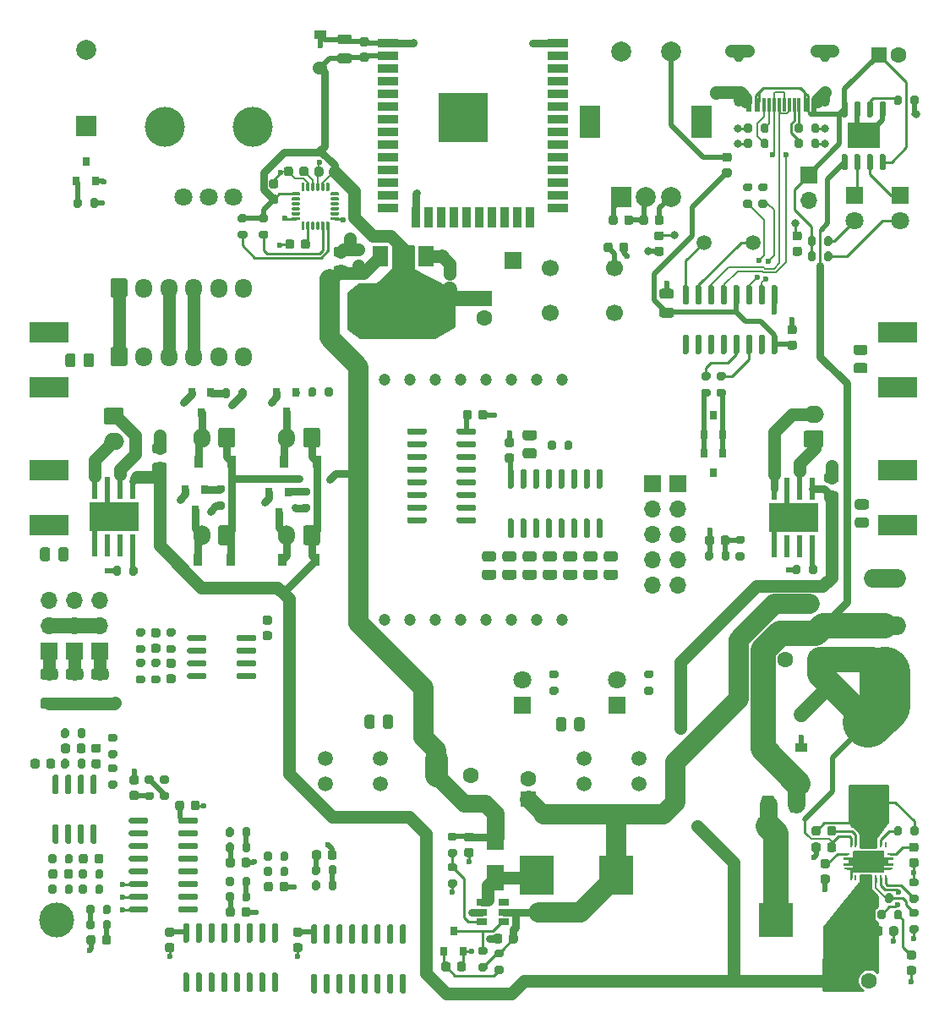
<source format=gbr>
%TF.GenerationSoftware,KiCad,Pcbnew,(5.1.9)-1*%
%TF.CreationDate,2021-03-19T23:07:52+01:00*%
%TF.ProjectId,Sergej_H00,53657267-656a-45f4-9830-302e6b696361,rev?*%
%TF.SameCoordinates,Original*%
%TF.FileFunction,Copper,L1,Top*%
%TF.FilePolarity,Positive*%
%FSLAX46Y46*%
G04 Gerber Fmt 4.6, Leading zero omitted, Abs format (unit mm)*
G04 Created by KiCad (PCBNEW (5.1.9)-1) date 2021-03-19 23:07:52*
%MOMM*%
%LPD*%
G01*
G04 APERTURE LIST*
%TA.AperFunction,EtchedComponent*%
%ADD10C,0.010000*%
%TD*%
%TA.AperFunction,ComponentPad*%
%ADD11O,1.700000X1.700000*%
%TD*%
%TA.AperFunction,ComponentPad*%
%ADD12R,1.700000X1.700000*%
%TD*%
%TA.AperFunction,ComponentPad*%
%ADD13R,3.500000X3.500000*%
%TD*%
%TA.AperFunction,ComponentPad*%
%ADD14C,3.500000*%
%TD*%
%TA.AperFunction,ComponentPad*%
%ADD15C,1.500000*%
%TD*%
%TA.AperFunction,SMDPad,CuDef*%
%ADD16R,4.000000X2.000000*%
%TD*%
%TA.AperFunction,ComponentPad*%
%ADD17C,1.200000*%
%TD*%
%TA.AperFunction,SMDPad,CuDef*%
%ADD18R,0.600000X1.450000*%
%TD*%
%TA.AperFunction,SMDPad,CuDef*%
%ADD19R,0.300000X1.450000*%
%TD*%
%TA.AperFunction,ComponentPad*%
%ADD20O,1.000000X2.100000*%
%TD*%
%TA.AperFunction,ComponentPad*%
%ADD21O,1.000000X1.600000*%
%TD*%
%TA.AperFunction,SMDPad,CuDef*%
%ADD22R,0.900000X1.200000*%
%TD*%
%TA.AperFunction,SMDPad,CuDef*%
%ADD23R,0.600000X0.240000*%
%TD*%
%TA.AperFunction,SMDPad,CuDef*%
%ADD24R,0.240000X0.600000*%
%TD*%
%TA.AperFunction,SMDPad,CuDef*%
%ADD25R,3.050000X2.050000*%
%TD*%
%TA.AperFunction,ComponentPad*%
%ADD26C,0.300000*%
%TD*%
%TA.AperFunction,ComponentPad*%
%ADD27O,4.200000X1.900000*%
%TD*%
%TA.AperFunction,ComponentPad*%
%ADD28C,2.000000*%
%TD*%
%TA.AperFunction,ComponentPad*%
%ADD29R,2.000000X2.000000*%
%TD*%
%TA.AperFunction,ComponentPad*%
%ADD30C,1.600000*%
%TD*%
%TA.AperFunction,ComponentPad*%
%ADD31R,1.600000X1.600000*%
%TD*%
%TA.AperFunction,SMDPad,CuDef*%
%ADD32R,1.200000X0.900000*%
%TD*%
%TA.AperFunction,ComponentPad*%
%ADD33O,1.700000X1.950000*%
%TD*%
%TA.AperFunction,SMDPad,CuDef*%
%ADD34R,1.800000X2.500000*%
%TD*%
%TA.AperFunction,ComponentPad*%
%ADD35C,1.800000*%
%TD*%
%TA.AperFunction,ComponentPad*%
%ADD36R,1.800000X1.800000*%
%TD*%
%TA.AperFunction,ComponentPad*%
%ADD37C,0.500000*%
%TD*%
%TA.AperFunction,SMDPad,CuDef*%
%ADD38R,3.200000X2.514000*%
%TD*%
%TA.AperFunction,SMDPad,CuDef*%
%ADD39R,0.800000X0.900000*%
%TD*%
%TA.AperFunction,ComponentPad*%
%ADD40O,1.700000X2.000000*%
%TD*%
%TA.AperFunction,SMDPad,CuDef*%
%ADD41R,3.500000X4.000000*%
%TD*%
%TA.AperFunction,SMDPad,CuDef*%
%ADD42R,4.000000X3.500000*%
%TD*%
%TA.AperFunction,ComponentPad*%
%ADD43O,2.000000X1.700000*%
%TD*%
%TA.AperFunction,WasherPad*%
%ADD44C,4.000000*%
%TD*%
%TA.AperFunction,ComponentPad*%
%ADD45R,2.000000X3.200000*%
%TD*%
%TA.AperFunction,ComponentPad*%
%ADD46C,0.630000*%
%TD*%
%TA.AperFunction,SMDPad,CuDef*%
%ADD47R,4.900000X2.950000*%
%TD*%
%TA.AperFunction,SMDPad,CuDef*%
%ADD48R,0.500000X2.200000*%
%TD*%
%TA.AperFunction,SMDPad,CuDef*%
%ADD49R,1.500000X2.000000*%
%TD*%
%TA.AperFunction,SMDPad,CuDef*%
%ADD50R,3.800000X2.000000*%
%TD*%
%TA.AperFunction,ComponentPad*%
%ADD51C,1.700000*%
%TD*%
%TA.AperFunction,SMDPad,CuDef*%
%ADD52R,1.060000X0.650000*%
%TD*%
%TA.AperFunction,SMDPad,CuDef*%
%ADD53R,2.000000X0.900000*%
%TD*%
%TA.AperFunction,SMDPad,CuDef*%
%ADD54R,0.900000X2.000000*%
%TD*%
%TA.AperFunction,SMDPad,CuDef*%
%ADD55R,5.000000X5.000000*%
%TD*%
%TA.AperFunction,ViaPad*%
%ADD56C,0.600000*%
%TD*%
%TA.AperFunction,ViaPad*%
%ADD57C,0.800000*%
%TD*%
%TA.AperFunction,ViaPad*%
%ADD58C,1.000000*%
%TD*%
%TA.AperFunction,ViaPad*%
%ADD59C,1.400000*%
%TD*%
%TA.AperFunction,Conductor*%
%ADD60C,1.778000*%
%TD*%
%TA.AperFunction,Conductor*%
%ADD61C,2.540000*%
%TD*%
%TA.AperFunction,Conductor*%
%ADD62C,1.270000*%
%TD*%
%TA.AperFunction,Conductor*%
%ADD63C,0.508000*%
%TD*%
%TA.AperFunction,Conductor*%
%ADD64C,0.254000*%
%TD*%
%TA.AperFunction,Conductor*%
%ADD65C,0.762000*%
%TD*%
%TA.AperFunction,Conductor*%
%ADD66C,0.127000*%
%TD*%
%TA.AperFunction,Conductor*%
%ADD67C,2.286000*%
%TD*%
%TA.AperFunction,Conductor*%
%ADD68C,1.524000*%
%TD*%
%TA.AperFunction,Conductor*%
%ADD69C,2.032000*%
%TD*%
%TA.AperFunction,Conductor*%
%ADD70C,5.080000*%
%TD*%
%TA.AperFunction,Conductor*%
%ADD71C,0.203200*%
%TD*%
%TA.AperFunction,Conductor*%
%ADD72C,0.100000*%
%TD*%
G04 APERTURE END LIST*
D10*
%TO.C,U5*%
G36*
X86107000Y-83318000D02*
G01*
X86982000Y-83318000D01*
X86984617Y-83318069D01*
X86987226Y-83318274D01*
X86989822Y-83318616D01*
X86992396Y-83319093D01*
X86994941Y-83319704D01*
X86997451Y-83320447D01*
X86999918Y-83321321D01*
X87002337Y-83322323D01*
X87004700Y-83323450D01*
X87007000Y-83324699D01*
X87009232Y-83326066D01*
X87011389Y-83327549D01*
X87013466Y-83329143D01*
X87015457Y-83330843D01*
X87017355Y-83332645D01*
X87019157Y-83334543D01*
X87020857Y-83336534D01*
X87022451Y-83338611D01*
X87023934Y-83340768D01*
X87025301Y-83343000D01*
X87026550Y-83345300D01*
X87027677Y-83347663D01*
X87028679Y-83350082D01*
X87029553Y-83352549D01*
X87030296Y-83355059D01*
X87030907Y-83357604D01*
X87031384Y-83360178D01*
X87031726Y-83362774D01*
X87031931Y-83365383D01*
X87032000Y-83368000D01*
X87032000Y-83468000D01*
X87031931Y-83470617D01*
X87031726Y-83473226D01*
X87031384Y-83475822D01*
X87030907Y-83478396D01*
X87030296Y-83480941D01*
X87029553Y-83483451D01*
X87028679Y-83485918D01*
X87027677Y-83488337D01*
X87026550Y-83490700D01*
X87025301Y-83493000D01*
X87023934Y-83495232D01*
X87022451Y-83497389D01*
X87020857Y-83499466D01*
X87019157Y-83501457D01*
X87017355Y-83503355D01*
X87015457Y-83505157D01*
X87013466Y-83506857D01*
X87011389Y-83508451D01*
X87009232Y-83509934D01*
X87007000Y-83511301D01*
X87004700Y-83512550D01*
X87002337Y-83513677D01*
X86999918Y-83514679D01*
X86997451Y-83515553D01*
X86994941Y-83516296D01*
X86992396Y-83516907D01*
X86989822Y-83517384D01*
X86987226Y-83517726D01*
X86984617Y-83517931D01*
X86982000Y-83518000D01*
X86507000Y-83518000D01*
X86507000Y-83868000D01*
X86982000Y-83868000D01*
X86984617Y-83868069D01*
X86987226Y-83868274D01*
X86989822Y-83868616D01*
X86992396Y-83869093D01*
X86994941Y-83869704D01*
X86997451Y-83870447D01*
X86999918Y-83871321D01*
X87002337Y-83872323D01*
X87004700Y-83873450D01*
X87007000Y-83874699D01*
X87009232Y-83876066D01*
X87011389Y-83877549D01*
X87013466Y-83879143D01*
X87015457Y-83880843D01*
X87017355Y-83882645D01*
X87019157Y-83884543D01*
X87020857Y-83886534D01*
X87022451Y-83888611D01*
X87023934Y-83890768D01*
X87025301Y-83893000D01*
X87026550Y-83895300D01*
X87027677Y-83897663D01*
X87028679Y-83900082D01*
X87029553Y-83902549D01*
X87030296Y-83905059D01*
X87030907Y-83907604D01*
X87031384Y-83910178D01*
X87031726Y-83912774D01*
X87031931Y-83915383D01*
X87032000Y-83918000D01*
X87032000Y-84018000D01*
X87031931Y-84020617D01*
X87031726Y-84023226D01*
X87031384Y-84025822D01*
X87030907Y-84028396D01*
X87030296Y-84030941D01*
X87029553Y-84033451D01*
X87028679Y-84035918D01*
X87027677Y-84038337D01*
X87026550Y-84040700D01*
X87025301Y-84043000D01*
X87023934Y-84045232D01*
X87022451Y-84047389D01*
X87020857Y-84049466D01*
X87019157Y-84051457D01*
X87017355Y-84053355D01*
X87015457Y-84055157D01*
X87013466Y-84056857D01*
X87011389Y-84058451D01*
X87009232Y-84059934D01*
X87007000Y-84061301D01*
X87004700Y-84062550D01*
X87002337Y-84063677D01*
X86999918Y-84064679D01*
X86997451Y-84065553D01*
X86994941Y-84066296D01*
X86992396Y-84066907D01*
X86989822Y-84067384D01*
X86987226Y-84067726D01*
X86984617Y-84067931D01*
X86982000Y-84068000D01*
X86107000Y-84068000D01*
X86107000Y-84668000D01*
X86106931Y-84670617D01*
X86106726Y-84673226D01*
X86106384Y-84675822D01*
X86105907Y-84678396D01*
X86105296Y-84680941D01*
X86104553Y-84683451D01*
X86103679Y-84685918D01*
X86102677Y-84688337D01*
X86101550Y-84690700D01*
X86100301Y-84693000D01*
X86098934Y-84695232D01*
X86097451Y-84697389D01*
X86095857Y-84699466D01*
X86094157Y-84701457D01*
X86092355Y-84703355D01*
X86090457Y-84705157D01*
X86088466Y-84706857D01*
X86086389Y-84708451D01*
X86084232Y-84709934D01*
X86082000Y-84711301D01*
X86079700Y-84712550D01*
X86077337Y-84713677D01*
X86074918Y-84714679D01*
X86072451Y-84715553D01*
X86069941Y-84716296D01*
X86067396Y-84716907D01*
X86064822Y-84717384D01*
X86062226Y-84717726D01*
X86059617Y-84717931D01*
X86057000Y-84718000D01*
X83107000Y-84718000D01*
X83104383Y-84717931D01*
X83101774Y-84717726D01*
X83099178Y-84717384D01*
X83096604Y-84716907D01*
X83094059Y-84716296D01*
X83091549Y-84715553D01*
X83089082Y-84714679D01*
X83086663Y-84713677D01*
X83084300Y-84712550D01*
X83082000Y-84711301D01*
X83079768Y-84709934D01*
X83077611Y-84708451D01*
X83075534Y-84706857D01*
X83073543Y-84705157D01*
X83071645Y-84703355D01*
X83069843Y-84701457D01*
X83068143Y-84699466D01*
X83066549Y-84697389D01*
X83065066Y-84695232D01*
X83063699Y-84693000D01*
X83062450Y-84690700D01*
X83061323Y-84688337D01*
X83060321Y-84685918D01*
X83059447Y-84683451D01*
X83058704Y-84680941D01*
X83058093Y-84678396D01*
X83057616Y-84675822D01*
X83057274Y-84673226D01*
X83057069Y-84670617D01*
X83057000Y-84668000D01*
X83057000Y-84068000D01*
X82182000Y-84068000D01*
X82179383Y-84067931D01*
X82176774Y-84067726D01*
X82174178Y-84067384D01*
X82171604Y-84066907D01*
X82169059Y-84066296D01*
X82166549Y-84065553D01*
X82164082Y-84064679D01*
X82161663Y-84063677D01*
X82159300Y-84062550D01*
X82157000Y-84061301D01*
X82154768Y-84059934D01*
X82152611Y-84058451D01*
X82150534Y-84056857D01*
X82148543Y-84055157D01*
X82146645Y-84053355D01*
X82144843Y-84051457D01*
X82143143Y-84049466D01*
X82141549Y-84047389D01*
X82140066Y-84045232D01*
X82138699Y-84043000D01*
X82137450Y-84040700D01*
X82136323Y-84038337D01*
X82135321Y-84035918D01*
X82134447Y-84033451D01*
X82133704Y-84030941D01*
X82133093Y-84028396D01*
X82132616Y-84025822D01*
X82132274Y-84023226D01*
X82132069Y-84020617D01*
X82132000Y-84018000D01*
X82132000Y-83918000D01*
X82132069Y-83915383D01*
X82132274Y-83912774D01*
X82132616Y-83910178D01*
X82133093Y-83907604D01*
X82133704Y-83905059D01*
X82134447Y-83902549D01*
X82135321Y-83900082D01*
X82136323Y-83897663D01*
X82137450Y-83895300D01*
X82138699Y-83893000D01*
X82140066Y-83890768D01*
X82141549Y-83888611D01*
X82143143Y-83886534D01*
X82144843Y-83884543D01*
X82146645Y-83882645D01*
X82148543Y-83880843D01*
X82150534Y-83879143D01*
X82152611Y-83877549D01*
X82154768Y-83876066D01*
X82157000Y-83874699D01*
X82159300Y-83873450D01*
X82161663Y-83872323D01*
X82164082Y-83871321D01*
X82166549Y-83870447D01*
X82169059Y-83869704D01*
X82171604Y-83869093D01*
X82174178Y-83868616D01*
X82176774Y-83868274D01*
X82179383Y-83868069D01*
X82182000Y-83868000D01*
X82657000Y-83868000D01*
X82657000Y-83518000D01*
X82182000Y-83518000D01*
X82179383Y-83517931D01*
X82176774Y-83517726D01*
X82174178Y-83517384D01*
X82171604Y-83516907D01*
X82169059Y-83516296D01*
X82166549Y-83515553D01*
X82164082Y-83514679D01*
X82161663Y-83513677D01*
X82159300Y-83512550D01*
X82157000Y-83511301D01*
X82154768Y-83509934D01*
X82152611Y-83508451D01*
X82150534Y-83506857D01*
X82148543Y-83505157D01*
X82146645Y-83503355D01*
X82144843Y-83501457D01*
X82143143Y-83499466D01*
X82141549Y-83497389D01*
X82140066Y-83495232D01*
X82138699Y-83493000D01*
X82137450Y-83490700D01*
X82136323Y-83488337D01*
X82135321Y-83485918D01*
X82134447Y-83483451D01*
X82133704Y-83480941D01*
X82133093Y-83478396D01*
X82132616Y-83475822D01*
X82132274Y-83473226D01*
X82132069Y-83470617D01*
X82132000Y-83468000D01*
X82132000Y-83368000D01*
X82132069Y-83365383D01*
X82132274Y-83362774D01*
X82132616Y-83360178D01*
X82133093Y-83357604D01*
X82133704Y-83355059D01*
X82134447Y-83352549D01*
X82135321Y-83350082D01*
X82136323Y-83347663D01*
X82137450Y-83345300D01*
X82138699Y-83343000D01*
X82140066Y-83340768D01*
X82141549Y-83338611D01*
X82143143Y-83336534D01*
X82144843Y-83334543D01*
X82146645Y-83332645D01*
X82148543Y-83330843D01*
X82150534Y-83329143D01*
X82152611Y-83327549D01*
X82154768Y-83326066D01*
X82157000Y-83324699D01*
X82159300Y-83323450D01*
X82161663Y-83322323D01*
X82164082Y-83321321D01*
X82166549Y-83320447D01*
X82169059Y-83319704D01*
X82171604Y-83319093D01*
X82174178Y-83318616D01*
X82176774Y-83318274D01*
X82179383Y-83318069D01*
X82182000Y-83318000D01*
X83057000Y-83318000D01*
X83057000Y-82718000D01*
X83057069Y-82715383D01*
X83057274Y-82712774D01*
X83057616Y-82710178D01*
X83058093Y-82707604D01*
X83058704Y-82705059D01*
X83059447Y-82702549D01*
X83060321Y-82700082D01*
X83061323Y-82697663D01*
X83062450Y-82695300D01*
X83063699Y-82693000D01*
X83065066Y-82690768D01*
X83066549Y-82688611D01*
X83068143Y-82686534D01*
X83069843Y-82684543D01*
X83071645Y-82682645D01*
X83073543Y-82680843D01*
X83075534Y-82679143D01*
X83077611Y-82677549D01*
X83079768Y-82676066D01*
X83082000Y-82674699D01*
X83084300Y-82673450D01*
X83086663Y-82672323D01*
X83089082Y-82671321D01*
X83091549Y-82670447D01*
X83094059Y-82669704D01*
X83096604Y-82669093D01*
X83099178Y-82668616D01*
X83101774Y-82668274D01*
X83104383Y-82668069D01*
X83107000Y-82668000D01*
X86057000Y-82668000D01*
X86059617Y-82668069D01*
X86062226Y-82668274D01*
X86064822Y-82668616D01*
X86067396Y-82669093D01*
X86069941Y-82669704D01*
X86072451Y-82670447D01*
X86074918Y-82671321D01*
X86077337Y-82672323D01*
X86079700Y-82673450D01*
X86082000Y-82674699D01*
X86084232Y-82676066D01*
X86086389Y-82677549D01*
X86088466Y-82679143D01*
X86090457Y-82680843D01*
X86092355Y-82682645D01*
X86094157Y-82684543D01*
X86095857Y-82686534D01*
X86097451Y-82688611D01*
X86098934Y-82690768D01*
X86100301Y-82693000D01*
X86101550Y-82695300D01*
X86102677Y-82697663D01*
X86103679Y-82700082D01*
X86104553Y-82702549D01*
X86105296Y-82705059D01*
X86105907Y-82707604D01*
X86106384Y-82710178D01*
X86106726Y-82712774D01*
X86106931Y-82715383D01*
X86107000Y-82718000D01*
X86107000Y-83318000D01*
G37*
X86107000Y-83318000D02*
X86982000Y-83318000D01*
X86984617Y-83318069D01*
X86987226Y-83318274D01*
X86989822Y-83318616D01*
X86992396Y-83319093D01*
X86994941Y-83319704D01*
X86997451Y-83320447D01*
X86999918Y-83321321D01*
X87002337Y-83322323D01*
X87004700Y-83323450D01*
X87007000Y-83324699D01*
X87009232Y-83326066D01*
X87011389Y-83327549D01*
X87013466Y-83329143D01*
X87015457Y-83330843D01*
X87017355Y-83332645D01*
X87019157Y-83334543D01*
X87020857Y-83336534D01*
X87022451Y-83338611D01*
X87023934Y-83340768D01*
X87025301Y-83343000D01*
X87026550Y-83345300D01*
X87027677Y-83347663D01*
X87028679Y-83350082D01*
X87029553Y-83352549D01*
X87030296Y-83355059D01*
X87030907Y-83357604D01*
X87031384Y-83360178D01*
X87031726Y-83362774D01*
X87031931Y-83365383D01*
X87032000Y-83368000D01*
X87032000Y-83468000D01*
X87031931Y-83470617D01*
X87031726Y-83473226D01*
X87031384Y-83475822D01*
X87030907Y-83478396D01*
X87030296Y-83480941D01*
X87029553Y-83483451D01*
X87028679Y-83485918D01*
X87027677Y-83488337D01*
X87026550Y-83490700D01*
X87025301Y-83493000D01*
X87023934Y-83495232D01*
X87022451Y-83497389D01*
X87020857Y-83499466D01*
X87019157Y-83501457D01*
X87017355Y-83503355D01*
X87015457Y-83505157D01*
X87013466Y-83506857D01*
X87011389Y-83508451D01*
X87009232Y-83509934D01*
X87007000Y-83511301D01*
X87004700Y-83512550D01*
X87002337Y-83513677D01*
X86999918Y-83514679D01*
X86997451Y-83515553D01*
X86994941Y-83516296D01*
X86992396Y-83516907D01*
X86989822Y-83517384D01*
X86987226Y-83517726D01*
X86984617Y-83517931D01*
X86982000Y-83518000D01*
X86507000Y-83518000D01*
X86507000Y-83868000D01*
X86982000Y-83868000D01*
X86984617Y-83868069D01*
X86987226Y-83868274D01*
X86989822Y-83868616D01*
X86992396Y-83869093D01*
X86994941Y-83869704D01*
X86997451Y-83870447D01*
X86999918Y-83871321D01*
X87002337Y-83872323D01*
X87004700Y-83873450D01*
X87007000Y-83874699D01*
X87009232Y-83876066D01*
X87011389Y-83877549D01*
X87013466Y-83879143D01*
X87015457Y-83880843D01*
X87017355Y-83882645D01*
X87019157Y-83884543D01*
X87020857Y-83886534D01*
X87022451Y-83888611D01*
X87023934Y-83890768D01*
X87025301Y-83893000D01*
X87026550Y-83895300D01*
X87027677Y-83897663D01*
X87028679Y-83900082D01*
X87029553Y-83902549D01*
X87030296Y-83905059D01*
X87030907Y-83907604D01*
X87031384Y-83910178D01*
X87031726Y-83912774D01*
X87031931Y-83915383D01*
X87032000Y-83918000D01*
X87032000Y-84018000D01*
X87031931Y-84020617D01*
X87031726Y-84023226D01*
X87031384Y-84025822D01*
X87030907Y-84028396D01*
X87030296Y-84030941D01*
X87029553Y-84033451D01*
X87028679Y-84035918D01*
X87027677Y-84038337D01*
X87026550Y-84040700D01*
X87025301Y-84043000D01*
X87023934Y-84045232D01*
X87022451Y-84047389D01*
X87020857Y-84049466D01*
X87019157Y-84051457D01*
X87017355Y-84053355D01*
X87015457Y-84055157D01*
X87013466Y-84056857D01*
X87011389Y-84058451D01*
X87009232Y-84059934D01*
X87007000Y-84061301D01*
X87004700Y-84062550D01*
X87002337Y-84063677D01*
X86999918Y-84064679D01*
X86997451Y-84065553D01*
X86994941Y-84066296D01*
X86992396Y-84066907D01*
X86989822Y-84067384D01*
X86987226Y-84067726D01*
X86984617Y-84067931D01*
X86982000Y-84068000D01*
X86107000Y-84068000D01*
X86107000Y-84668000D01*
X86106931Y-84670617D01*
X86106726Y-84673226D01*
X86106384Y-84675822D01*
X86105907Y-84678396D01*
X86105296Y-84680941D01*
X86104553Y-84683451D01*
X86103679Y-84685918D01*
X86102677Y-84688337D01*
X86101550Y-84690700D01*
X86100301Y-84693000D01*
X86098934Y-84695232D01*
X86097451Y-84697389D01*
X86095857Y-84699466D01*
X86094157Y-84701457D01*
X86092355Y-84703355D01*
X86090457Y-84705157D01*
X86088466Y-84706857D01*
X86086389Y-84708451D01*
X86084232Y-84709934D01*
X86082000Y-84711301D01*
X86079700Y-84712550D01*
X86077337Y-84713677D01*
X86074918Y-84714679D01*
X86072451Y-84715553D01*
X86069941Y-84716296D01*
X86067396Y-84716907D01*
X86064822Y-84717384D01*
X86062226Y-84717726D01*
X86059617Y-84717931D01*
X86057000Y-84718000D01*
X83107000Y-84718000D01*
X83104383Y-84717931D01*
X83101774Y-84717726D01*
X83099178Y-84717384D01*
X83096604Y-84716907D01*
X83094059Y-84716296D01*
X83091549Y-84715553D01*
X83089082Y-84714679D01*
X83086663Y-84713677D01*
X83084300Y-84712550D01*
X83082000Y-84711301D01*
X83079768Y-84709934D01*
X83077611Y-84708451D01*
X83075534Y-84706857D01*
X83073543Y-84705157D01*
X83071645Y-84703355D01*
X83069843Y-84701457D01*
X83068143Y-84699466D01*
X83066549Y-84697389D01*
X83065066Y-84695232D01*
X83063699Y-84693000D01*
X83062450Y-84690700D01*
X83061323Y-84688337D01*
X83060321Y-84685918D01*
X83059447Y-84683451D01*
X83058704Y-84680941D01*
X83058093Y-84678396D01*
X83057616Y-84675822D01*
X83057274Y-84673226D01*
X83057069Y-84670617D01*
X83057000Y-84668000D01*
X83057000Y-84068000D01*
X82182000Y-84068000D01*
X82179383Y-84067931D01*
X82176774Y-84067726D01*
X82174178Y-84067384D01*
X82171604Y-84066907D01*
X82169059Y-84066296D01*
X82166549Y-84065553D01*
X82164082Y-84064679D01*
X82161663Y-84063677D01*
X82159300Y-84062550D01*
X82157000Y-84061301D01*
X82154768Y-84059934D01*
X82152611Y-84058451D01*
X82150534Y-84056857D01*
X82148543Y-84055157D01*
X82146645Y-84053355D01*
X82144843Y-84051457D01*
X82143143Y-84049466D01*
X82141549Y-84047389D01*
X82140066Y-84045232D01*
X82138699Y-84043000D01*
X82137450Y-84040700D01*
X82136323Y-84038337D01*
X82135321Y-84035918D01*
X82134447Y-84033451D01*
X82133704Y-84030941D01*
X82133093Y-84028396D01*
X82132616Y-84025822D01*
X82132274Y-84023226D01*
X82132069Y-84020617D01*
X82132000Y-84018000D01*
X82132000Y-83918000D01*
X82132069Y-83915383D01*
X82132274Y-83912774D01*
X82132616Y-83910178D01*
X82133093Y-83907604D01*
X82133704Y-83905059D01*
X82134447Y-83902549D01*
X82135321Y-83900082D01*
X82136323Y-83897663D01*
X82137450Y-83895300D01*
X82138699Y-83893000D01*
X82140066Y-83890768D01*
X82141549Y-83888611D01*
X82143143Y-83886534D01*
X82144843Y-83884543D01*
X82146645Y-83882645D01*
X82148543Y-83880843D01*
X82150534Y-83879143D01*
X82152611Y-83877549D01*
X82154768Y-83876066D01*
X82157000Y-83874699D01*
X82159300Y-83873450D01*
X82161663Y-83872323D01*
X82164082Y-83871321D01*
X82166549Y-83870447D01*
X82169059Y-83869704D01*
X82171604Y-83869093D01*
X82174178Y-83868616D01*
X82176774Y-83868274D01*
X82179383Y-83868069D01*
X82182000Y-83868000D01*
X82657000Y-83868000D01*
X82657000Y-83518000D01*
X82182000Y-83518000D01*
X82179383Y-83517931D01*
X82176774Y-83517726D01*
X82174178Y-83517384D01*
X82171604Y-83516907D01*
X82169059Y-83516296D01*
X82166549Y-83515553D01*
X82164082Y-83514679D01*
X82161663Y-83513677D01*
X82159300Y-83512550D01*
X82157000Y-83511301D01*
X82154768Y-83509934D01*
X82152611Y-83508451D01*
X82150534Y-83506857D01*
X82148543Y-83505157D01*
X82146645Y-83503355D01*
X82144843Y-83501457D01*
X82143143Y-83499466D01*
X82141549Y-83497389D01*
X82140066Y-83495232D01*
X82138699Y-83493000D01*
X82137450Y-83490700D01*
X82136323Y-83488337D01*
X82135321Y-83485918D01*
X82134447Y-83483451D01*
X82133704Y-83480941D01*
X82133093Y-83478396D01*
X82132616Y-83475822D01*
X82132274Y-83473226D01*
X82132069Y-83470617D01*
X82132000Y-83468000D01*
X82132000Y-83368000D01*
X82132069Y-83365383D01*
X82132274Y-83362774D01*
X82132616Y-83360178D01*
X82133093Y-83357604D01*
X82133704Y-83355059D01*
X82134447Y-83352549D01*
X82135321Y-83350082D01*
X82136323Y-83347663D01*
X82137450Y-83345300D01*
X82138699Y-83343000D01*
X82140066Y-83340768D01*
X82141549Y-83338611D01*
X82143143Y-83336534D01*
X82144843Y-83334543D01*
X82146645Y-83332645D01*
X82148543Y-83330843D01*
X82150534Y-83329143D01*
X82152611Y-83327549D01*
X82154768Y-83326066D01*
X82157000Y-83324699D01*
X82159300Y-83323450D01*
X82161663Y-83322323D01*
X82164082Y-83321321D01*
X82166549Y-83320447D01*
X82169059Y-83319704D01*
X82171604Y-83319093D01*
X82174178Y-83318616D01*
X82176774Y-83318274D01*
X82179383Y-83318069D01*
X82182000Y-83318000D01*
X83057000Y-83318000D01*
X83057000Y-82718000D01*
X83057069Y-82715383D01*
X83057274Y-82712774D01*
X83057616Y-82710178D01*
X83058093Y-82707604D01*
X83058704Y-82705059D01*
X83059447Y-82702549D01*
X83060321Y-82700082D01*
X83061323Y-82697663D01*
X83062450Y-82695300D01*
X83063699Y-82693000D01*
X83065066Y-82690768D01*
X83066549Y-82688611D01*
X83068143Y-82686534D01*
X83069843Y-82684543D01*
X83071645Y-82682645D01*
X83073543Y-82680843D01*
X83075534Y-82679143D01*
X83077611Y-82677549D01*
X83079768Y-82676066D01*
X83082000Y-82674699D01*
X83084300Y-82673450D01*
X83086663Y-82672323D01*
X83089082Y-82671321D01*
X83091549Y-82670447D01*
X83094059Y-82669704D01*
X83096604Y-82669093D01*
X83099178Y-82668616D01*
X83101774Y-82668274D01*
X83104383Y-82668069D01*
X83107000Y-82668000D01*
X86057000Y-82668000D01*
X86059617Y-82668069D01*
X86062226Y-82668274D01*
X86064822Y-82668616D01*
X86067396Y-82669093D01*
X86069941Y-82669704D01*
X86072451Y-82670447D01*
X86074918Y-82671321D01*
X86077337Y-82672323D01*
X86079700Y-82673450D01*
X86082000Y-82674699D01*
X86084232Y-82676066D01*
X86086389Y-82677549D01*
X86088466Y-82679143D01*
X86090457Y-82680843D01*
X86092355Y-82682645D01*
X86094157Y-82684543D01*
X86095857Y-82686534D01*
X86097451Y-82688611D01*
X86098934Y-82690768D01*
X86100301Y-82693000D01*
X86101550Y-82695300D01*
X86102677Y-82697663D01*
X86103679Y-82700082D01*
X86104553Y-82702549D01*
X86105296Y-82705059D01*
X86105907Y-82707604D01*
X86106384Y-82710178D01*
X86106726Y-82712774D01*
X86106931Y-82715383D01*
X86107000Y-82718000D01*
X86107000Y-83318000D01*
%TD*%
%TO.P,R75,2*%
%TO.N,Net-(R40-Pad2)*%
%TA.AperFunction,SMDPad,CuDef*%
G36*
G01*
X7068000Y-89768000D02*
X7068000Y-90318000D01*
G75*
G02*
X6868000Y-90518000I-200000J0D01*
G01*
X6468000Y-90518000D01*
G75*
G02*
X6268000Y-90318000I0J200000D01*
G01*
X6268000Y-89768000D01*
G75*
G02*
X6468000Y-89568000I200000J0D01*
G01*
X6868000Y-89568000D01*
G75*
G02*
X7068000Y-89768000I0J-200000D01*
G01*
G37*
%TD.AperFunction*%
%TO.P,R75,1*%
%TO.N,/Mux Demux Matrix/Analog_IN_6*%
%TA.AperFunction,SMDPad,CuDef*%
G36*
G01*
X8718000Y-89768000D02*
X8718000Y-90318000D01*
G75*
G02*
X8518000Y-90518000I-200000J0D01*
G01*
X8118000Y-90518000D01*
G75*
G02*
X7918000Y-90318000I0J200000D01*
G01*
X7918000Y-89768000D01*
G75*
G02*
X8118000Y-89568000I200000J0D01*
G01*
X8518000Y-89568000D01*
G75*
G02*
X8718000Y-89768000I0J-200000D01*
G01*
G37*
%TD.AperFunction*%
%TD*%
%TO.P,R74,2*%
%TO.N,Net-(R34-Pad2)*%
%TA.AperFunction,SMDPad,CuDef*%
G36*
G01*
X12848000Y-75902000D02*
X12298000Y-75902000D01*
G75*
G02*
X12098000Y-75702000I0J200000D01*
G01*
X12098000Y-75302000D01*
G75*
G02*
X12298000Y-75102000I200000J0D01*
G01*
X12848000Y-75102000D01*
G75*
G02*
X13048000Y-75302000I0J-200000D01*
G01*
X13048000Y-75702000D01*
G75*
G02*
X12848000Y-75902000I-200000J0D01*
G01*
G37*
%TD.AperFunction*%
%TO.P,R74,1*%
%TO.N,/Mux Demux Matrix/Analog_IN_5*%
%TA.AperFunction,SMDPad,CuDef*%
G36*
G01*
X12848000Y-77552000D02*
X12298000Y-77552000D01*
G75*
G02*
X12098000Y-77352000I0J200000D01*
G01*
X12098000Y-76952000D01*
G75*
G02*
X12298000Y-76752000I200000J0D01*
G01*
X12848000Y-76752000D01*
G75*
G02*
X13048000Y-76952000I0J-200000D01*
G01*
X13048000Y-77352000D01*
G75*
G02*
X12848000Y-77552000I-200000J0D01*
G01*
G37*
%TD.AperFunction*%
%TD*%
%TO.P,R73,2*%
%TO.N,Net-(R38-Pad2)*%
%TA.AperFunction,SMDPad,CuDef*%
G36*
G01*
X21888000Y-87524000D02*
X21888000Y-86974000D01*
G75*
G02*
X22088000Y-86774000I200000J0D01*
G01*
X22488000Y-86774000D01*
G75*
G02*
X22688000Y-86974000I0J-200000D01*
G01*
X22688000Y-87524000D01*
G75*
G02*
X22488000Y-87724000I-200000J0D01*
G01*
X22088000Y-87724000D01*
G75*
G02*
X21888000Y-87524000I0J200000D01*
G01*
G37*
%TD.AperFunction*%
%TO.P,R73,1*%
%TO.N,/Mux Demux Matrix/Analog_IN_4*%
%TA.AperFunction,SMDPad,CuDef*%
G36*
G01*
X20238000Y-87524000D02*
X20238000Y-86974000D01*
G75*
G02*
X20438000Y-86774000I200000J0D01*
G01*
X20838000Y-86774000D01*
G75*
G02*
X21038000Y-86974000I0J-200000D01*
G01*
X21038000Y-87524000D01*
G75*
G02*
X20838000Y-87724000I-200000J0D01*
G01*
X20438000Y-87724000D01*
G75*
G02*
X20238000Y-87524000I0J200000D01*
G01*
G37*
%TD.AperFunction*%
%TD*%
%TO.P,R72,2*%
%TO.N,Net-(R32-Pad2)*%
%TA.AperFunction,SMDPad,CuDef*%
G36*
G01*
X30524000Y-84857000D02*
X30524000Y-84307000D01*
G75*
G02*
X30724000Y-84107000I200000J0D01*
G01*
X31124000Y-84107000D01*
G75*
G02*
X31324000Y-84307000I0J-200000D01*
G01*
X31324000Y-84857000D01*
G75*
G02*
X31124000Y-85057000I-200000J0D01*
G01*
X30724000Y-85057000D01*
G75*
G02*
X30524000Y-84857000I0J200000D01*
G01*
G37*
%TD.AperFunction*%
%TO.P,R72,1*%
%TO.N,/Mux Demux Matrix/Analog_IN_3*%
%TA.AperFunction,SMDPad,CuDef*%
G36*
G01*
X28874000Y-84857000D02*
X28874000Y-84307000D01*
G75*
G02*
X29074000Y-84107000I200000J0D01*
G01*
X29474000Y-84107000D01*
G75*
G02*
X29674000Y-84307000I0J-200000D01*
G01*
X29674000Y-84857000D01*
G75*
G02*
X29474000Y-85057000I-200000J0D01*
G01*
X29074000Y-85057000D01*
G75*
G02*
X28874000Y-84857000I0J200000D01*
G01*
G37*
%TD.AperFunction*%
%TD*%
%TO.P,R71,2*%
%TO.N,Net-(R36-Pad2)*%
%TA.AperFunction,SMDPad,CuDef*%
G36*
G01*
X21888000Y-82571000D02*
X21888000Y-82021000D01*
G75*
G02*
X22088000Y-81821000I200000J0D01*
G01*
X22488000Y-81821000D01*
G75*
G02*
X22688000Y-82021000I0J-200000D01*
G01*
X22688000Y-82571000D01*
G75*
G02*
X22488000Y-82771000I-200000J0D01*
G01*
X22088000Y-82771000D01*
G75*
G02*
X21888000Y-82571000I0J200000D01*
G01*
G37*
%TD.AperFunction*%
%TO.P,R71,1*%
%TO.N,/Mux Demux Matrix/Analog_IN_2*%
%TA.AperFunction,SMDPad,CuDef*%
G36*
G01*
X20238000Y-82571000D02*
X20238000Y-82021000D01*
G75*
G02*
X20438000Y-81821000I200000J0D01*
G01*
X20838000Y-81821000D01*
G75*
G02*
X21038000Y-82021000I0J-200000D01*
G01*
X21038000Y-82571000D01*
G75*
G02*
X20838000Y-82771000I-200000J0D01*
G01*
X20438000Y-82771000D01*
G75*
G02*
X20238000Y-82571000I0J200000D01*
G01*
G37*
%TD.AperFunction*%
%TD*%
%TO.P,R70,2*%
%TO.N,Net-(R30-Pad2)*%
%TA.AperFunction,SMDPad,CuDef*%
G36*
G01*
X25698000Y-84984000D02*
X25698000Y-84434000D01*
G75*
G02*
X25898000Y-84234000I200000J0D01*
G01*
X26298000Y-84234000D01*
G75*
G02*
X26498000Y-84434000I0J-200000D01*
G01*
X26498000Y-84984000D01*
G75*
G02*
X26298000Y-85184000I-200000J0D01*
G01*
X25898000Y-85184000D01*
G75*
G02*
X25698000Y-84984000I0J200000D01*
G01*
G37*
%TD.AperFunction*%
%TO.P,R70,1*%
%TO.N,/Mux Demux Matrix/Analog_IN_1*%
%TA.AperFunction,SMDPad,CuDef*%
G36*
G01*
X24048000Y-84984000D02*
X24048000Y-84434000D01*
G75*
G02*
X24248000Y-84234000I200000J0D01*
G01*
X24648000Y-84234000D01*
G75*
G02*
X24848000Y-84434000I0J-200000D01*
G01*
X24848000Y-84984000D01*
G75*
G02*
X24648000Y-85184000I-200000J0D01*
G01*
X24248000Y-85184000D01*
G75*
G02*
X24048000Y-84984000I0J200000D01*
G01*
G37*
%TD.AperFunction*%
%TD*%
D11*
%TO.P,J16,2*%
%TO.N,GND*%
X78613000Y-17526000D03*
D12*
%TO.P,J16,1*%
%TO.N,+5VP*%
X78613000Y-14986000D03*
%TD*%
%TO.P,J6,1*%
%TO.N,Net-(J6-Pad1)*%
X49022000Y-23495000D03*
%TD*%
%TO.P,C21,2*%
%TO.N,GND*%
%TA.AperFunction,SMDPad,CuDef*%
G36*
G01*
X7168000Y-91317000D02*
X7168000Y-91817000D01*
G75*
G02*
X6943000Y-92042000I-225000J0D01*
G01*
X6493000Y-92042000D01*
G75*
G02*
X6268000Y-91817000I0J225000D01*
G01*
X6268000Y-91317000D01*
G75*
G02*
X6493000Y-91092000I225000J0D01*
G01*
X6943000Y-91092000D01*
G75*
G02*
X7168000Y-91317000I0J-225000D01*
G01*
G37*
%TD.AperFunction*%
%TO.P,C21,1*%
%TO.N,/Mux Demux Matrix/Analog_IN_6*%
%TA.AperFunction,SMDPad,CuDef*%
G36*
G01*
X8718000Y-91317000D02*
X8718000Y-91817000D01*
G75*
G02*
X8493000Y-92042000I-225000J0D01*
G01*
X8043000Y-92042000D01*
G75*
G02*
X7818000Y-91817000I0J225000D01*
G01*
X7818000Y-91317000D01*
G75*
G02*
X8043000Y-91092000I225000J0D01*
G01*
X8493000Y-91092000D01*
G75*
G02*
X8718000Y-91317000I0J-225000D01*
G01*
G37*
%TD.AperFunction*%
%TD*%
%TO.P,C20,2*%
%TO.N,GND*%
%TA.AperFunction,SMDPad,CuDef*%
G36*
G01*
X11299000Y-76002000D02*
X10799000Y-76002000D01*
G75*
G02*
X10574000Y-75777000I0J225000D01*
G01*
X10574000Y-75327000D01*
G75*
G02*
X10799000Y-75102000I225000J0D01*
G01*
X11299000Y-75102000D01*
G75*
G02*
X11524000Y-75327000I0J-225000D01*
G01*
X11524000Y-75777000D01*
G75*
G02*
X11299000Y-76002000I-225000J0D01*
G01*
G37*
%TD.AperFunction*%
%TO.P,C20,1*%
%TO.N,/Mux Demux Matrix/Analog_IN_5*%
%TA.AperFunction,SMDPad,CuDef*%
G36*
G01*
X11299000Y-77552000D02*
X10799000Y-77552000D01*
G75*
G02*
X10574000Y-77327000I0J225000D01*
G01*
X10574000Y-76877000D01*
G75*
G02*
X10799000Y-76652000I225000J0D01*
G01*
X11299000Y-76652000D01*
G75*
G02*
X11524000Y-76877000I0J-225000D01*
G01*
X11524000Y-77327000D01*
G75*
G02*
X11299000Y-77552000I-225000J0D01*
G01*
G37*
%TD.AperFunction*%
%TD*%
%TO.P,C19,2*%
%TO.N,GND*%
%TA.AperFunction,SMDPad,CuDef*%
G36*
G01*
X21788000Y-89023000D02*
X21788000Y-88523000D01*
G75*
G02*
X22013000Y-88298000I225000J0D01*
G01*
X22463000Y-88298000D01*
G75*
G02*
X22688000Y-88523000I0J-225000D01*
G01*
X22688000Y-89023000D01*
G75*
G02*
X22463000Y-89248000I-225000J0D01*
G01*
X22013000Y-89248000D01*
G75*
G02*
X21788000Y-89023000I0J225000D01*
G01*
G37*
%TD.AperFunction*%
%TO.P,C19,1*%
%TO.N,/Mux Demux Matrix/Analog_IN_4*%
%TA.AperFunction,SMDPad,CuDef*%
G36*
G01*
X20238000Y-89023000D02*
X20238000Y-88523000D01*
G75*
G02*
X20463000Y-88298000I225000J0D01*
G01*
X20913000Y-88298000D01*
G75*
G02*
X21138000Y-88523000I0J-225000D01*
G01*
X21138000Y-89023000D01*
G75*
G02*
X20913000Y-89248000I-225000J0D01*
G01*
X20463000Y-89248000D01*
G75*
G02*
X20238000Y-89023000I0J225000D01*
G01*
G37*
%TD.AperFunction*%
%TD*%
%TO.P,C18,2*%
%TO.N,GND*%
%TA.AperFunction,SMDPad,CuDef*%
G36*
G01*
X30424000Y-83308000D02*
X30424000Y-82808000D01*
G75*
G02*
X30649000Y-82583000I225000J0D01*
G01*
X31099000Y-82583000D01*
G75*
G02*
X31324000Y-82808000I0J-225000D01*
G01*
X31324000Y-83308000D01*
G75*
G02*
X31099000Y-83533000I-225000J0D01*
G01*
X30649000Y-83533000D01*
G75*
G02*
X30424000Y-83308000I0J225000D01*
G01*
G37*
%TD.AperFunction*%
%TO.P,C18,1*%
%TO.N,/Mux Demux Matrix/Analog_IN_3*%
%TA.AperFunction,SMDPad,CuDef*%
G36*
G01*
X28874000Y-83308000D02*
X28874000Y-82808000D01*
G75*
G02*
X29099000Y-82583000I225000J0D01*
G01*
X29549000Y-82583000D01*
G75*
G02*
X29774000Y-82808000I0J-225000D01*
G01*
X29774000Y-83308000D01*
G75*
G02*
X29549000Y-83533000I-225000J0D01*
G01*
X29099000Y-83533000D01*
G75*
G02*
X28874000Y-83308000I0J225000D01*
G01*
G37*
%TD.AperFunction*%
%TD*%
%TO.P,C17,2*%
%TO.N,GND*%
%TA.AperFunction,SMDPad,CuDef*%
G36*
G01*
X21788000Y-84070000D02*
X21788000Y-83570000D01*
G75*
G02*
X22013000Y-83345000I225000J0D01*
G01*
X22463000Y-83345000D01*
G75*
G02*
X22688000Y-83570000I0J-225000D01*
G01*
X22688000Y-84070000D01*
G75*
G02*
X22463000Y-84295000I-225000J0D01*
G01*
X22013000Y-84295000D01*
G75*
G02*
X21788000Y-84070000I0J225000D01*
G01*
G37*
%TD.AperFunction*%
%TO.P,C17,1*%
%TO.N,/Mux Demux Matrix/Analog_IN_2*%
%TA.AperFunction,SMDPad,CuDef*%
G36*
G01*
X20238000Y-84070000D02*
X20238000Y-83570000D01*
G75*
G02*
X20463000Y-83345000I225000J0D01*
G01*
X20913000Y-83345000D01*
G75*
G02*
X21138000Y-83570000I0J-225000D01*
G01*
X21138000Y-84070000D01*
G75*
G02*
X20913000Y-84295000I-225000J0D01*
G01*
X20463000Y-84295000D01*
G75*
G02*
X20238000Y-84070000I0J225000D01*
G01*
G37*
%TD.AperFunction*%
%TD*%
%TO.P,C16,2*%
%TO.N,GND*%
%TA.AperFunction,SMDPad,CuDef*%
G36*
G01*
X25598000Y-86483000D02*
X25598000Y-85983000D01*
G75*
G02*
X25823000Y-85758000I225000J0D01*
G01*
X26273000Y-85758000D01*
G75*
G02*
X26498000Y-85983000I0J-225000D01*
G01*
X26498000Y-86483000D01*
G75*
G02*
X26273000Y-86708000I-225000J0D01*
G01*
X25823000Y-86708000D01*
G75*
G02*
X25598000Y-86483000I0J225000D01*
G01*
G37*
%TD.AperFunction*%
%TO.P,C16,1*%
%TO.N,/Mux Demux Matrix/Analog_IN_1*%
%TA.AperFunction,SMDPad,CuDef*%
G36*
G01*
X24048000Y-86483000D02*
X24048000Y-85983000D01*
G75*
G02*
X24273000Y-85758000I225000J0D01*
G01*
X24723000Y-85758000D01*
G75*
G02*
X24948000Y-85983000I0J-225000D01*
G01*
X24948000Y-86483000D01*
G75*
G02*
X24723000Y-86708000I-225000J0D01*
G01*
X24273000Y-86708000D01*
G75*
G02*
X24048000Y-86483000I0J225000D01*
G01*
G37*
%TD.AperFunction*%
%TD*%
D13*
%TO.P,BT1,1*%
%TO.N,Net-(BT1-Pad1)*%
X75311000Y-89535000D03*
D14*
%TO.P,BT1,2*%
%TO.N,GND*%
X3311000Y-89535000D03*
%TD*%
D15*
%TO.P,U8,3*%
%TO.N,Net-(R32-Pad2)*%
X61598000Y-73406000D03*
%TO.P,U8,4*%
%TO.N,GND*%
X61598000Y-75946000D03*
%TO.P,U8,1*%
%TO.N,Net-(R31-Pad2)*%
X56098000Y-73406000D03*
%TO.P,U8,2*%
%TO.N,GND*%
X56098000Y-75946000D03*
%TD*%
%TO.P,U7,3*%
%TO.N,Net-(R30-Pad2)*%
X30190000Y-75946000D03*
%TO.P,U7,4*%
%TO.N,GND*%
X30190000Y-73406000D03*
%TO.P,U7,1*%
%TO.N,Net-(R29-Pad2)*%
X35690000Y-75946000D03*
%TO.P,U7,2*%
%TO.N,GND*%
X35690000Y-73406000D03*
%TD*%
D16*
%TO.P,U12,4*%
%TO.N,GND*%
X87500000Y-44500000D03*
%TO.P,U12,2*%
X87500000Y-50000000D03*
%TD*%
%TO.P,U11,4*%
%TO.N,GND*%
X87500000Y-30750000D03*
%TO.P,U11,2*%
X87500000Y-36250000D03*
%TD*%
%TO.P,U10,3*%
%TO.N,Net-(R36-Pad2)*%
X2500000Y-44500000D03*
%TO.P,U10,1*%
%TO.N,Net-(R35-Pad2)*%
X2500000Y-50000000D03*
%TD*%
%TO.P,U9,3*%
%TO.N,Net-(R34-Pad2)*%
X2500000Y-30750000D03*
%TO.P,U9,1*%
%TO.N,Net-(R33-Pad2)*%
X2500000Y-36250000D03*
%TD*%
%TO.P,C15,2*%
%TO.N,GND*%
%TA.AperFunction,SMDPad,CuDef*%
G36*
G01*
X48891000Y-42220000D02*
X48391000Y-42220000D01*
G75*
G02*
X48166000Y-41995000I0J225000D01*
G01*
X48166000Y-41545000D01*
G75*
G02*
X48391000Y-41320000I225000J0D01*
G01*
X48891000Y-41320000D01*
G75*
G02*
X49116000Y-41545000I0J-225000D01*
G01*
X49116000Y-41995000D01*
G75*
G02*
X48891000Y-42220000I-225000J0D01*
G01*
G37*
%TD.AperFunction*%
%TO.P,C15,1*%
%TO.N,+5V*%
%TA.AperFunction,SMDPad,CuDef*%
G36*
G01*
X48891000Y-43770000D02*
X48391000Y-43770000D01*
G75*
G02*
X48166000Y-43545000I0J225000D01*
G01*
X48166000Y-43095000D01*
G75*
G02*
X48391000Y-42870000I225000J0D01*
G01*
X48891000Y-42870000D01*
G75*
G02*
X49116000Y-43095000I0J-225000D01*
G01*
X49116000Y-43545000D01*
G75*
G02*
X48891000Y-43770000I-225000J0D01*
G01*
G37*
%TD.AperFunction*%
%TD*%
%TO.P,C14,2*%
%TO.N,GND*%
%TA.AperFunction,SMDPad,CuDef*%
G36*
G01*
X45537000Y-39239000D02*
X45537000Y-38739000D01*
G75*
G02*
X45762000Y-38514000I225000J0D01*
G01*
X46212000Y-38514000D01*
G75*
G02*
X46437000Y-38739000I0J-225000D01*
G01*
X46437000Y-39239000D01*
G75*
G02*
X46212000Y-39464000I-225000J0D01*
G01*
X45762000Y-39464000D01*
G75*
G02*
X45537000Y-39239000I0J225000D01*
G01*
G37*
%TD.AperFunction*%
%TO.P,C14,1*%
%TO.N,+5V*%
%TA.AperFunction,SMDPad,CuDef*%
G36*
G01*
X43987000Y-39239000D02*
X43987000Y-38739000D01*
G75*
G02*
X44212000Y-38514000I225000J0D01*
G01*
X44662000Y-38514000D01*
G75*
G02*
X44887000Y-38739000I0J-225000D01*
G01*
X44887000Y-39239000D01*
G75*
G02*
X44662000Y-39464000I-225000J0D01*
G01*
X44212000Y-39464000D01*
G75*
G02*
X43987000Y-39239000I0J225000D01*
G01*
G37*
%TD.AperFunction*%
%TD*%
%TO.P,R14,2*%
%TO.N,Net-(D5-Pad3)*%
%TA.AperFunction,SMDPad,CuDef*%
G36*
G01*
X46158999Y-54478500D02*
X47059001Y-54478500D01*
G75*
G02*
X47309000Y-54728499I0J-249999D01*
G01*
X47309000Y-55253501D01*
G75*
G02*
X47059001Y-55503500I-249999J0D01*
G01*
X46158999Y-55503500D01*
G75*
G02*
X45909000Y-55253501I0J249999D01*
G01*
X45909000Y-54728499D01*
G75*
G02*
X46158999Y-54478500I249999J0D01*
G01*
G37*
%TD.AperFunction*%
%TO.P,R14,1*%
%TO.N,Net-(R14-Pad1)*%
%TA.AperFunction,SMDPad,CuDef*%
G36*
G01*
X46158999Y-52653500D02*
X47059001Y-52653500D01*
G75*
G02*
X47309000Y-52903499I0J-249999D01*
G01*
X47309000Y-53428501D01*
G75*
G02*
X47059001Y-53678500I-249999J0D01*
G01*
X46158999Y-53678500D01*
G75*
G02*
X45909000Y-53428501I0J249999D01*
G01*
X45909000Y-52903499D01*
G75*
G02*
X46158999Y-52653500I249999J0D01*
G01*
G37*
%TD.AperFunction*%
%TD*%
D17*
%TO.P,D5,15*%
%TO.N,Net-(D5-Pad15)*%
X51350000Y-59500000D03*
%TO.P,D5,16*%
%TO.N,Net-(D5-Pad16)*%
X53890000Y-59500000D03*
%TO.P,D5,13*%
%TO.N,Net-(D5-Pad13)*%
X46270000Y-59500000D03*
%TO.P,D5,12*%
%TO.N,Net-(D5-Pad12)*%
X43730000Y-59500000D03*
%TO.P,D5,10*%
%TO.N,Net-(D5-Pad10)*%
X38650000Y-59500000D03*
%TO.P,D5,9*%
%TO.N,Net-(D5-Pad9)*%
X36110000Y-59500000D03*
%TO.P,D5,14*%
%TO.N,Net-(D5-Pad14)*%
X48810000Y-59500000D03*
%TO.P,D5,11*%
%TO.N,Net-(D5-Pad11)*%
X41190000Y-59500000D03*
%TO.P,D5,8*%
%TO.N,Net-(D5-Pad8)*%
X36110000Y-35500000D03*
%TO.P,D5,7*%
%TO.N,Net-(D5-Pad7)*%
X38650000Y-35500000D03*
%TO.P,D5,6*%
%TO.N,Net-(D5-Pad6)*%
X41190000Y-35500000D03*
%TO.P,D5,5*%
%TO.N,Net-(D5-Pad5)*%
X43730000Y-35500000D03*
%TO.P,D5,4*%
%TO.N,Net-(D5-Pad4)*%
X46270000Y-35500000D03*
%TO.P,D5,3*%
%TO.N,Net-(D5-Pad3)*%
X48810000Y-35500000D03*
%TO.P,D5,2*%
%TO.N,Net-(D5-Pad2)*%
X51350000Y-35500000D03*
%TO.P,D5,1*%
%TO.N,Net-(D5-Pad1)*%
X53890000Y-35500000D03*
%TD*%
%TO.P,U21,16*%
%TO.N,+5V*%
%TA.AperFunction,SMDPad,CuDef*%
G36*
G01*
X48918000Y-46379000D02*
X48618000Y-46379000D01*
G75*
G02*
X48468000Y-46229000I0J150000D01*
G01*
X48468000Y-44579000D01*
G75*
G02*
X48618000Y-44429000I150000J0D01*
G01*
X48918000Y-44429000D01*
G75*
G02*
X49068000Y-44579000I0J-150000D01*
G01*
X49068000Y-46229000D01*
G75*
G02*
X48918000Y-46379000I-150000J0D01*
G01*
G37*
%TD.AperFunction*%
%TO.P,U21,15*%
%TO.N,Net-(R13-Pad1)*%
%TA.AperFunction,SMDPad,CuDef*%
G36*
G01*
X50188000Y-46379000D02*
X49888000Y-46379000D01*
G75*
G02*
X49738000Y-46229000I0J150000D01*
G01*
X49738000Y-44579000D01*
G75*
G02*
X49888000Y-44429000I150000J0D01*
G01*
X50188000Y-44429000D01*
G75*
G02*
X50338000Y-44579000I0J-150000D01*
G01*
X50338000Y-46229000D01*
G75*
G02*
X50188000Y-46379000I-150000J0D01*
G01*
G37*
%TD.AperFunction*%
%TO.P,U21,14*%
%TO.N,Net-(U20-Pad9)*%
%TA.AperFunction,SMDPad,CuDef*%
G36*
G01*
X51458000Y-46379000D02*
X51158000Y-46379000D01*
G75*
G02*
X51008000Y-46229000I0J150000D01*
G01*
X51008000Y-44579000D01*
G75*
G02*
X51158000Y-44429000I150000J0D01*
G01*
X51458000Y-44429000D01*
G75*
G02*
X51608000Y-44579000I0J-150000D01*
G01*
X51608000Y-46229000D01*
G75*
G02*
X51458000Y-46379000I-150000J0D01*
G01*
G37*
%TD.AperFunction*%
%TO.P,U21,13*%
%TO.N,/Mux Demux Matrix/REG_OE*%
%TA.AperFunction,SMDPad,CuDef*%
G36*
G01*
X52728000Y-46379000D02*
X52428000Y-46379000D01*
G75*
G02*
X52278000Y-46229000I0J150000D01*
G01*
X52278000Y-44579000D01*
G75*
G02*
X52428000Y-44429000I150000J0D01*
G01*
X52728000Y-44429000D01*
G75*
G02*
X52878000Y-44579000I0J-150000D01*
G01*
X52878000Y-46229000D01*
G75*
G02*
X52728000Y-46379000I-150000J0D01*
G01*
G37*
%TD.AperFunction*%
%TO.P,U21,12*%
%TO.N,/Mux Demux Matrix/REG_LAT*%
%TA.AperFunction,SMDPad,CuDef*%
G36*
G01*
X53998000Y-46379000D02*
X53698000Y-46379000D01*
G75*
G02*
X53548000Y-46229000I0J150000D01*
G01*
X53548000Y-44579000D01*
G75*
G02*
X53698000Y-44429000I150000J0D01*
G01*
X53998000Y-44429000D01*
G75*
G02*
X54148000Y-44579000I0J-150000D01*
G01*
X54148000Y-46229000D01*
G75*
G02*
X53998000Y-46379000I-150000J0D01*
G01*
G37*
%TD.AperFunction*%
%TO.P,U21,11*%
%TO.N,/Mux Demux Matrix/REG_CLK*%
%TA.AperFunction,SMDPad,CuDef*%
G36*
G01*
X55268000Y-46379000D02*
X54968000Y-46379000D01*
G75*
G02*
X54818000Y-46229000I0J150000D01*
G01*
X54818000Y-44579000D01*
G75*
G02*
X54968000Y-44429000I150000J0D01*
G01*
X55268000Y-44429000D01*
G75*
G02*
X55418000Y-44579000I0J-150000D01*
G01*
X55418000Y-46229000D01*
G75*
G02*
X55268000Y-46379000I-150000J0D01*
G01*
G37*
%TD.AperFunction*%
%TO.P,U21,10*%
%TO.N,+3V3*%
%TA.AperFunction,SMDPad,CuDef*%
G36*
G01*
X56538000Y-46379000D02*
X56238000Y-46379000D01*
G75*
G02*
X56088000Y-46229000I0J150000D01*
G01*
X56088000Y-44579000D01*
G75*
G02*
X56238000Y-44429000I150000J0D01*
G01*
X56538000Y-44429000D01*
G75*
G02*
X56688000Y-44579000I0J-150000D01*
G01*
X56688000Y-46229000D01*
G75*
G02*
X56538000Y-46379000I-150000J0D01*
G01*
G37*
%TD.AperFunction*%
%TO.P,U21,9*%
%TO.N,N/C*%
%TA.AperFunction,SMDPad,CuDef*%
G36*
G01*
X57808000Y-46379000D02*
X57508000Y-46379000D01*
G75*
G02*
X57358000Y-46229000I0J150000D01*
G01*
X57358000Y-44579000D01*
G75*
G02*
X57508000Y-44429000I150000J0D01*
G01*
X57808000Y-44429000D01*
G75*
G02*
X57958000Y-44579000I0J-150000D01*
G01*
X57958000Y-46229000D01*
G75*
G02*
X57808000Y-46379000I-150000J0D01*
G01*
G37*
%TD.AperFunction*%
%TO.P,U21,8*%
%TO.N,GND*%
%TA.AperFunction,SMDPad,CuDef*%
G36*
G01*
X57808000Y-51329000D02*
X57508000Y-51329000D01*
G75*
G02*
X57358000Y-51179000I0J150000D01*
G01*
X57358000Y-49529000D01*
G75*
G02*
X57508000Y-49379000I150000J0D01*
G01*
X57808000Y-49379000D01*
G75*
G02*
X57958000Y-49529000I0J-150000D01*
G01*
X57958000Y-51179000D01*
G75*
G02*
X57808000Y-51329000I-150000J0D01*
G01*
G37*
%TD.AperFunction*%
%TO.P,U21,7*%
%TO.N,Net-(R69-Pad1)*%
%TA.AperFunction,SMDPad,CuDef*%
G36*
G01*
X56538000Y-51329000D02*
X56238000Y-51329000D01*
G75*
G02*
X56088000Y-51179000I0J150000D01*
G01*
X56088000Y-49529000D01*
G75*
G02*
X56238000Y-49379000I150000J0D01*
G01*
X56538000Y-49379000D01*
G75*
G02*
X56688000Y-49529000I0J-150000D01*
G01*
X56688000Y-51179000D01*
G75*
G02*
X56538000Y-51329000I-150000J0D01*
G01*
G37*
%TD.AperFunction*%
%TO.P,U21,6*%
%TO.N,Net-(R68-Pad1)*%
%TA.AperFunction,SMDPad,CuDef*%
G36*
G01*
X55268000Y-51329000D02*
X54968000Y-51329000D01*
G75*
G02*
X54818000Y-51179000I0J150000D01*
G01*
X54818000Y-49529000D01*
G75*
G02*
X54968000Y-49379000I150000J0D01*
G01*
X55268000Y-49379000D01*
G75*
G02*
X55418000Y-49529000I0J-150000D01*
G01*
X55418000Y-51179000D01*
G75*
G02*
X55268000Y-51329000I-150000J0D01*
G01*
G37*
%TD.AperFunction*%
%TO.P,U21,5*%
%TO.N,Net-(R67-Pad1)*%
%TA.AperFunction,SMDPad,CuDef*%
G36*
G01*
X53998000Y-51329000D02*
X53698000Y-51329000D01*
G75*
G02*
X53548000Y-51179000I0J150000D01*
G01*
X53548000Y-49529000D01*
G75*
G02*
X53698000Y-49379000I150000J0D01*
G01*
X53998000Y-49379000D01*
G75*
G02*
X54148000Y-49529000I0J-150000D01*
G01*
X54148000Y-51179000D01*
G75*
G02*
X53998000Y-51329000I-150000J0D01*
G01*
G37*
%TD.AperFunction*%
%TO.P,U21,4*%
%TO.N,Net-(R66-Pad1)*%
%TA.AperFunction,SMDPad,CuDef*%
G36*
G01*
X52728000Y-51329000D02*
X52428000Y-51329000D01*
G75*
G02*
X52278000Y-51179000I0J150000D01*
G01*
X52278000Y-49529000D01*
G75*
G02*
X52428000Y-49379000I150000J0D01*
G01*
X52728000Y-49379000D01*
G75*
G02*
X52878000Y-49529000I0J-150000D01*
G01*
X52878000Y-51179000D01*
G75*
G02*
X52728000Y-51329000I-150000J0D01*
G01*
G37*
%TD.AperFunction*%
%TO.P,U21,3*%
%TO.N,Net-(R65-Pad1)*%
%TA.AperFunction,SMDPad,CuDef*%
G36*
G01*
X51458000Y-51329000D02*
X51158000Y-51329000D01*
G75*
G02*
X51008000Y-51179000I0J150000D01*
G01*
X51008000Y-49529000D01*
G75*
G02*
X51158000Y-49379000I150000J0D01*
G01*
X51458000Y-49379000D01*
G75*
G02*
X51608000Y-49529000I0J-150000D01*
G01*
X51608000Y-51179000D01*
G75*
G02*
X51458000Y-51329000I-150000J0D01*
G01*
G37*
%TD.AperFunction*%
%TO.P,U21,2*%
%TO.N,Net-(R41-Pad1)*%
%TA.AperFunction,SMDPad,CuDef*%
G36*
G01*
X50188000Y-51329000D02*
X49888000Y-51329000D01*
G75*
G02*
X49738000Y-51179000I0J150000D01*
G01*
X49738000Y-49529000D01*
G75*
G02*
X49888000Y-49379000I150000J0D01*
G01*
X50188000Y-49379000D01*
G75*
G02*
X50338000Y-49529000I0J-150000D01*
G01*
X50338000Y-51179000D01*
G75*
G02*
X50188000Y-51329000I-150000J0D01*
G01*
G37*
%TD.AperFunction*%
%TO.P,U21,1*%
%TO.N,Net-(R14-Pad1)*%
%TA.AperFunction,SMDPad,CuDef*%
G36*
G01*
X48918000Y-51329000D02*
X48618000Y-51329000D01*
G75*
G02*
X48468000Y-51179000I0J150000D01*
G01*
X48468000Y-49529000D01*
G75*
G02*
X48618000Y-49379000I150000J0D01*
G01*
X48918000Y-49379000D01*
G75*
G02*
X49068000Y-49529000I0J-150000D01*
G01*
X49068000Y-51179000D01*
G75*
G02*
X48918000Y-51329000I-150000J0D01*
G01*
G37*
%TD.AperFunction*%
%TD*%
%TO.P,U20,16*%
%TO.N,+5V*%
%TA.AperFunction,SMDPad,CuDef*%
G36*
G01*
X43348000Y-40790000D02*
X43348000Y-40490000D01*
G75*
G02*
X43498000Y-40340000I150000J0D01*
G01*
X45148000Y-40340000D01*
G75*
G02*
X45298000Y-40490000I0J-150000D01*
G01*
X45298000Y-40790000D01*
G75*
G02*
X45148000Y-40940000I-150000J0D01*
G01*
X43498000Y-40940000D01*
G75*
G02*
X43348000Y-40790000I0J150000D01*
G01*
G37*
%TD.AperFunction*%
%TO.P,U20,15*%
%TO.N,Net-(D5-Pad9)*%
%TA.AperFunction,SMDPad,CuDef*%
G36*
G01*
X43348000Y-42060000D02*
X43348000Y-41760000D01*
G75*
G02*
X43498000Y-41610000I150000J0D01*
G01*
X45148000Y-41610000D01*
G75*
G02*
X45298000Y-41760000I0J-150000D01*
G01*
X45298000Y-42060000D01*
G75*
G02*
X45148000Y-42210000I-150000J0D01*
G01*
X43498000Y-42210000D01*
G75*
G02*
X43348000Y-42060000I0J150000D01*
G01*
G37*
%TD.AperFunction*%
%TO.P,U20,14*%
%TO.N,Net-(U14-Pad9)*%
%TA.AperFunction,SMDPad,CuDef*%
G36*
G01*
X43348000Y-43330000D02*
X43348000Y-43030000D01*
G75*
G02*
X43498000Y-42880000I150000J0D01*
G01*
X45148000Y-42880000D01*
G75*
G02*
X45298000Y-43030000I0J-150000D01*
G01*
X45298000Y-43330000D01*
G75*
G02*
X45148000Y-43480000I-150000J0D01*
G01*
X43498000Y-43480000D01*
G75*
G02*
X43348000Y-43330000I0J150000D01*
G01*
G37*
%TD.AperFunction*%
%TO.P,U20,13*%
%TO.N,/Mux Demux Matrix/REG_OE*%
%TA.AperFunction,SMDPad,CuDef*%
G36*
G01*
X43348000Y-44600000D02*
X43348000Y-44300000D01*
G75*
G02*
X43498000Y-44150000I150000J0D01*
G01*
X45148000Y-44150000D01*
G75*
G02*
X45298000Y-44300000I0J-150000D01*
G01*
X45298000Y-44600000D01*
G75*
G02*
X45148000Y-44750000I-150000J0D01*
G01*
X43498000Y-44750000D01*
G75*
G02*
X43348000Y-44600000I0J150000D01*
G01*
G37*
%TD.AperFunction*%
%TO.P,U20,12*%
%TO.N,/Mux Demux Matrix/REG_LAT*%
%TA.AperFunction,SMDPad,CuDef*%
G36*
G01*
X43348000Y-45870000D02*
X43348000Y-45570000D01*
G75*
G02*
X43498000Y-45420000I150000J0D01*
G01*
X45148000Y-45420000D01*
G75*
G02*
X45298000Y-45570000I0J-150000D01*
G01*
X45298000Y-45870000D01*
G75*
G02*
X45148000Y-46020000I-150000J0D01*
G01*
X43498000Y-46020000D01*
G75*
G02*
X43348000Y-45870000I0J150000D01*
G01*
G37*
%TD.AperFunction*%
%TO.P,U20,11*%
%TO.N,/Mux Demux Matrix/REG_CLK*%
%TA.AperFunction,SMDPad,CuDef*%
G36*
G01*
X43348000Y-47140000D02*
X43348000Y-46840000D01*
G75*
G02*
X43498000Y-46690000I150000J0D01*
G01*
X45148000Y-46690000D01*
G75*
G02*
X45298000Y-46840000I0J-150000D01*
G01*
X45298000Y-47140000D01*
G75*
G02*
X45148000Y-47290000I-150000J0D01*
G01*
X43498000Y-47290000D01*
G75*
G02*
X43348000Y-47140000I0J150000D01*
G01*
G37*
%TD.AperFunction*%
%TO.P,U20,10*%
%TO.N,+3V3*%
%TA.AperFunction,SMDPad,CuDef*%
G36*
G01*
X43348000Y-48410000D02*
X43348000Y-48110000D01*
G75*
G02*
X43498000Y-47960000I150000J0D01*
G01*
X45148000Y-47960000D01*
G75*
G02*
X45298000Y-48110000I0J-150000D01*
G01*
X45298000Y-48410000D01*
G75*
G02*
X45148000Y-48560000I-150000J0D01*
G01*
X43498000Y-48560000D01*
G75*
G02*
X43348000Y-48410000I0J150000D01*
G01*
G37*
%TD.AperFunction*%
%TO.P,U20,9*%
%TO.N,Net-(U20-Pad9)*%
%TA.AperFunction,SMDPad,CuDef*%
G36*
G01*
X43348000Y-49680000D02*
X43348000Y-49380000D01*
G75*
G02*
X43498000Y-49230000I150000J0D01*
G01*
X45148000Y-49230000D01*
G75*
G02*
X45298000Y-49380000I0J-150000D01*
G01*
X45298000Y-49680000D01*
G75*
G02*
X45148000Y-49830000I-150000J0D01*
G01*
X43498000Y-49830000D01*
G75*
G02*
X43348000Y-49680000I0J150000D01*
G01*
G37*
%TD.AperFunction*%
%TO.P,U20,8*%
%TO.N,GND*%
%TA.AperFunction,SMDPad,CuDef*%
G36*
G01*
X38398000Y-49680000D02*
X38398000Y-49380000D01*
G75*
G02*
X38548000Y-49230000I150000J0D01*
G01*
X40198000Y-49230000D01*
G75*
G02*
X40348000Y-49380000I0J-150000D01*
G01*
X40348000Y-49680000D01*
G75*
G02*
X40198000Y-49830000I-150000J0D01*
G01*
X38548000Y-49830000D01*
G75*
G02*
X38398000Y-49680000I0J150000D01*
G01*
G37*
%TD.AperFunction*%
%TO.P,U20,7*%
%TO.N,Net-(D5-Pad5)*%
%TA.AperFunction,SMDPad,CuDef*%
G36*
G01*
X38398000Y-48410000D02*
X38398000Y-48110000D01*
G75*
G02*
X38548000Y-47960000I150000J0D01*
G01*
X40198000Y-47960000D01*
G75*
G02*
X40348000Y-48110000I0J-150000D01*
G01*
X40348000Y-48410000D01*
G75*
G02*
X40198000Y-48560000I-150000J0D01*
G01*
X38548000Y-48560000D01*
G75*
G02*
X38398000Y-48410000I0J150000D01*
G01*
G37*
%TD.AperFunction*%
%TO.P,U20,6*%
%TO.N,Net-(D5-Pad2)*%
%TA.AperFunction,SMDPad,CuDef*%
G36*
G01*
X38398000Y-47140000D02*
X38398000Y-46840000D01*
G75*
G02*
X38548000Y-46690000I150000J0D01*
G01*
X40198000Y-46690000D01*
G75*
G02*
X40348000Y-46840000I0J-150000D01*
G01*
X40348000Y-47140000D01*
G75*
G02*
X40198000Y-47290000I-150000J0D01*
G01*
X38548000Y-47290000D01*
G75*
G02*
X38398000Y-47140000I0J150000D01*
G01*
G37*
%TD.AperFunction*%
%TO.P,U20,5*%
%TO.N,Net-(D5-Pad7)*%
%TA.AperFunction,SMDPad,CuDef*%
G36*
G01*
X38398000Y-45870000D02*
X38398000Y-45570000D01*
G75*
G02*
X38548000Y-45420000I150000J0D01*
G01*
X40198000Y-45420000D01*
G75*
G02*
X40348000Y-45570000I0J-150000D01*
G01*
X40348000Y-45870000D01*
G75*
G02*
X40198000Y-46020000I-150000J0D01*
G01*
X38548000Y-46020000D01*
G75*
G02*
X38398000Y-45870000I0J150000D01*
G01*
G37*
%TD.AperFunction*%
%TO.P,U20,4*%
%TO.N,Net-(D5-Pad1)*%
%TA.AperFunction,SMDPad,CuDef*%
G36*
G01*
X38398000Y-44600000D02*
X38398000Y-44300000D01*
G75*
G02*
X38548000Y-44150000I150000J0D01*
G01*
X40198000Y-44150000D01*
G75*
G02*
X40348000Y-44300000I0J-150000D01*
G01*
X40348000Y-44600000D01*
G75*
G02*
X40198000Y-44750000I-150000J0D01*
G01*
X38548000Y-44750000D01*
G75*
G02*
X38398000Y-44600000I0J150000D01*
G01*
G37*
%TD.AperFunction*%
%TO.P,U20,3*%
%TO.N,Net-(D5-Pad12)*%
%TA.AperFunction,SMDPad,CuDef*%
G36*
G01*
X38398000Y-43330000D02*
X38398000Y-43030000D01*
G75*
G02*
X38548000Y-42880000I150000J0D01*
G01*
X40198000Y-42880000D01*
G75*
G02*
X40348000Y-43030000I0J-150000D01*
G01*
X40348000Y-43330000D01*
G75*
G02*
X40198000Y-43480000I-150000J0D01*
G01*
X38548000Y-43480000D01*
G75*
G02*
X38398000Y-43330000I0J150000D01*
G01*
G37*
%TD.AperFunction*%
%TO.P,U20,2*%
%TO.N,Net-(D5-Pad8)*%
%TA.AperFunction,SMDPad,CuDef*%
G36*
G01*
X38398000Y-42060000D02*
X38398000Y-41760000D01*
G75*
G02*
X38548000Y-41610000I150000J0D01*
G01*
X40198000Y-41610000D01*
G75*
G02*
X40348000Y-41760000I0J-150000D01*
G01*
X40348000Y-42060000D01*
G75*
G02*
X40198000Y-42210000I-150000J0D01*
G01*
X38548000Y-42210000D01*
G75*
G02*
X38398000Y-42060000I0J150000D01*
G01*
G37*
%TD.AperFunction*%
%TO.P,U20,1*%
%TO.N,Net-(D5-Pad14)*%
%TA.AperFunction,SMDPad,CuDef*%
G36*
G01*
X38398000Y-40790000D02*
X38398000Y-40490000D01*
G75*
G02*
X38548000Y-40340000I150000J0D01*
G01*
X40198000Y-40340000D01*
G75*
G02*
X40348000Y-40490000I0J-150000D01*
G01*
X40348000Y-40790000D01*
G75*
G02*
X40198000Y-40940000I-150000J0D01*
G01*
X38548000Y-40940000D01*
G75*
G02*
X38398000Y-40790000I0J150000D01*
G01*
G37*
%TD.AperFunction*%
%TD*%
%TO.P,R69,2*%
%TO.N,Net-(D5-Pad16)*%
%TA.AperFunction,SMDPad,CuDef*%
G36*
G01*
X58350999Y-54478500D02*
X59251001Y-54478500D01*
G75*
G02*
X59501000Y-54728499I0J-249999D01*
G01*
X59501000Y-55253501D01*
G75*
G02*
X59251001Y-55503500I-249999J0D01*
G01*
X58350999Y-55503500D01*
G75*
G02*
X58101000Y-55253501I0J249999D01*
G01*
X58101000Y-54728499D01*
G75*
G02*
X58350999Y-54478500I249999J0D01*
G01*
G37*
%TD.AperFunction*%
%TO.P,R69,1*%
%TO.N,Net-(R69-Pad1)*%
%TA.AperFunction,SMDPad,CuDef*%
G36*
G01*
X58350999Y-52653500D02*
X59251001Y-52653500D01*
G75*
G02*
X59501000Y-52903499I0J-249999D01*
G01*
X59501000Y-53428501D01*
G75*
G02*
X59251001Y-53678500I-249999J0D01*
G01*
X58350999Y-53678500D01*
G75*
G02*
X58101000Y-53428501I0J249999D01*
G01*
X58101000Y-52903499D01*
G75*
G02*
X58350999Y-52653500I249999J0D01*
G01*
G37*
%TD.AperFunction*%
%TD*%
%TO.P,R68,2*%
%TO.N,Net-(D5-Pad15)*%
%TA.AperFunction,SMDPad,CuDef*%
G36*
G01*
X56318999Y-54478500D02*
X57219001Y-54478500D01*
G75*
G02*
X57469000Y-54728499I0J-249999D01*
G01*
X57469000Y-55253501D01*
G75*
G02*
X57219001Y-55503500I-249999J0D01*
G01*
X56318999Y-55503500D01*
G75*
G02*
X56069000Y-55253501I0J249999D01*
G01*
X56069000Y-54728499D01*
G75*
G02*
X56318999Y-54478500I249999J0D01*
G01*
G37*
%TD.AperFunction*%
%TO.P,R68,1*%
%TO.N,Net-(R68-Pad1)*%
%TA.AperFunction,SMDPad,CuDef*%
G36*
G01*
X56318999Y-52653500D02*
X57219001Y-52653500D01*
G75*
G02*
X57469000Y-52903499I0J-249999D01*
G01*
X57469000Y-53428501D01*
G75*
G02*
X57219001Y-53678500I-249999J0D01*
G01*
X56318999Y-53678500D01*
G75*
G02*
X56069000Y-53428501I0J249999D01*
G01*
X56069000Y-52903499D01*
G75*
G02*
X56318999Y-52653500I249999J0D01*
G01*
G37*
%TD.AperFunction*%
%TD*%
%TO.P,R67,2*%
%TO.N,Net-(D5-Pad11)*%
%TA.AperFunction,SMDPad,CuDef*%
G36*
G01*
X54286999Y-54478500D02*
X55187001Y-54478500D01*
G75*
G02*
X55437000Y-54728499I0J-249999D01*
G01*
X55437000Y-55253501D01*
G75*
G02*
X55187001Y-55503500I-249999J0D01*
G01*
X54286999Y-55503500D01*
G75*
G02*
X54037000Y-55253501I0J249999D01*
G01*
X54037000Y-54728499D01*
G75*
G02*
X54286999Y-54478500I249999J0D01*
G01*
G37*
%TD.AperFunction*%
%TO.P,R67,1*%
%TO.N,Net-(R67-Pad1)*%
%TA.AperFunction,SMDPad,CuDef*%
G36*
G01*
X54286999Y-52653500D02*
X55187001Y-52653500D01*
G75*
G02*
X55437000Y-52903499I0J-249999D01*
G01*
X55437000Y-53428501D01*
G75*
G02*
X55187001Y-53678500I-249999J0D01*
G01*
X54286999Y-53678500D01*
G75*
G02*
X54037000Y-53428501I0J249999D01*
G01*
X54037000Y-52903499D01*
G75*
G02*
X54286999Y-52653500I249999J0D01*
G01*
G37*
%TD.AperFunction*%
%TD*%
%TO.P,R66,2*%
%TO.N,Net-(D5-Pad6)*%
%TA.AperFunction,SMDPad,CuDef*%
G36*
G01*
X52254999Y-54478500D02*
X53155001Y-54478500D01*
G75*
G02*
X53405000Y-54728499I0J-249999D01*
G01*
X53405000Y-55253501D01*
G75*
G02*
X53155001Y-55503500I-249999J0D01*
G01*
X52254999Y-55503500D01*
G75*
G02*
X52005000Y-55253501I0J249999D01*
G01*
X52005000Y-54728499D01*
G75*
G02*
X52254999Y-54478500I249999J0D01*
G01*
G37*
%TD.AperFunction*%
%TO.P,R66,1*%
%TO.N,Net-(R66-Pad1)*%
%TA.AperFunction,SMDPad,CuDef*%
G36*
G01*
X52254999Y-52653500D02*
X53155001Y-52653500D01*
G75*
G02*
X53405000Y-52903499I0J-249999D01*
G01*
X53405000Y-53428501D01*
G75*
G02*
X53155001Y-53678500I-249999J0D01*
G01*
X52254999Y-53678500D01*
G75*
G02*
X52005000Y-53428501I0J249999D01*
G01*
X52005000Y-52903499D01*
G75*
G02*
X52254999Y-52653500I249999J0D01*
G01*
G37*
%TD.AperFunction*%
%TD*%
%TO.P,R65,2*%
%TO.N,Net-(D5-Pad10)*%
%TA.AperFunction,SMDPad,CuDef*%
G36*
G01*
X50222999Y-54478500D02*
X51123001Y-54478500D01*
G75*
G02*
X51373000Y-54728499I0J-249999D01*
G01*
X51373000Y-55253501D01*
G75*
G02*
X51123001Y-55503500I-249999J0D01*
G01*
X50222999Y-55503500D01*
G75*
G02*
X49973000Y-55253501I0J249999D01*
G01*
X49973000Y-54728499D01*
G75*
G02*
X50222999Y-54478500I249999J0D01*
G01*
G37*
%TD.AperFunction*%
%TO.P,R65,1*%
%TO.N,Net-(R65-Pad1)*%
%TA.AperFunction,SMDPad,CuDef*%
G36*
G01*
X50222999Y-52653500D02*
X51123001Y-52653500D01*
G75*
G02*
X51373000Y-52903499I0J-249999D01*
G01*
X51373000Y-53428501D01*
G75*
G02*
X51123001Y-53678500I-249999J0D01*
G01*
X50222999Y-53678500D01*
G75*
G02*
X49973000Y-53428501I0J249999D01*
G01*
X49973000Y-52903499D01*
G75*
G02*
X50222999Y-52653500I249999J0D01*
G01*
G37*
%TD.AperFunction*%
%TD*%
%TO.P,R41,2*%
%TO.N,Net-(D5-Pad4)*%
%TA.AperFunction,SMDPad,CuDef*%
G36*
G01*
X48190999Y-54478500D02*
X49091001Y-54478500D01*
G75*
G02*
X49341000Y-54728499I0J-249999D01*
G01*
X49341000Y-55253501D01*
G75*
G02*
X49091001Y-55503500I-249999J0D01*
G01*
X48190999Y-55503500D01*
G75*
G02*
X47941000Y-55253501I0J249999D01*
G01*
X47941000Y-54728499D01*
G75*
G02*
X48190999Y-54478500I249999J0D01*
G01*
G37*
%TD.AperFunction*%
%TO.P,R41,1*%
%TO.N,Net-(R41-Pad1)*%
%TA.AperFunction,SMDPad,CuDef*%
G36*
G01*
X48190999Y-52653500D02*
X49091001Y-52653500D01*
G75*
G02*
X49341000Y-52903499I0J-249999D01*
G01*
X49341000Y-53428501D01*
G75*
G02*
X49091001Y-53678500I-249999J0D01*
G01*
X48190999Y-53678500D01*
G75*
G02*
X47941000Y-53428501I0J249999D01*
G01*
X47941000Y-52903499D01*
G75*
G02*
X48190999Y-52653500I249999J0D01*
G01*
G37*
%TD.AperFunction*%
%TD*%
%TO.P,R13,2*%
%TO.N,Net-(D5-Pad13)*%
%TA.AperFunction,SMDPad,CuDef*%
G36*
G01*
X51123001Y-41533500D02*
X50222999Y-41533500D01*
G75*
G02*
X49973000Y-41283501I0J249999D01*
G01*
X49973000Y-40758499D01*
G75*
G02*
X50222999Y-40508500I249999J0D01*
G01*
X51123001Y-40508500D01*
G75*
G02*
X51373000Y-40758499I0J-249999D01*
G01*
X51373000Y-41283501D01*
G75*
G02*
X51123001Y-41533500I-249999J0D01*
G01*
G37*
%TD.AperFunction*%
%TO.P,R13,1*%
%TO.N,Net-(R13-Pad1)*%
%TA.AperFunction,SMDPad,CuDef*%
G36*
G01*
X51123001Y-43358500D02*
X50222999Y-43358500D01*
G75*
G02*
X49973000Y-43108501I0J249999D01*
G01*
X49973000Y-42583499D01*
G75*
G02*
X50222999Y-42333500I249999J0D01*
G01*
X51123001Y-42333500D01*
G75*
G02*
X51373000Y-42583499I0J-249999D01*
G01*
X51373000Y-43108501D01*
G75*
G02*
X51123001Y-43358500I-249999J0D01*
G01*
G37*
%TD.AperFunction*%
%TD*%
D18*
%TO.P,J5,B1*%
%TO.N,GND*%
X72663000Y-7982000D03*
%TO.P,J5,A9*%
%TO.N,+5VP*%
X73463000Y-7982000D03*
%TO.P,J5,B9*%
X78363000Y-7982000D03*
%TO.P,J5,B12*%
%TO.N,GND*%
X79163000Y-7982000D03*
%TO.P,J5,A1*%
X79163000Y-7982000D03*
%TO.P,J5,A4*%
%TO.N,+5VP*%
X78363000Y-7982000D03*
%TO.P,J5,B4*%
X73463000Y-7982000D03*
%TO.P,J5,A12*%
%TO.N,GND*%
X72663000Y-7982000D03*
D19*
%TO.P,J5,B8*%
%TO.N,Net-(J5-PadB8)*%
X77663000Y-7982000D03*
%TO.P,J5,A5*%
%TO.N,Net-(J5-PadA5)*%
X77163000Y-7982000D03*
%TO.P,J5,B7*%
%TO.N,/USB/D-*%
X76663000Y-7982000D03*
%TO.P,J5,A7*%
X75663000Y-7982000D03*
%TO.P,J5,B6*%
%TO.N,/USB/D+*%
X75163000Y-7982000D03*
%TO.P,J5,A8*%
%TO.N,Net-(J5-PadA8)*%
X74663000Y-7982000D03*
%TO.P,J5,B5*%
%TO.N,Net-(J5-PadB5)*%
X74163000Y-7982000D03*
%TO.P,J5,A6*%
%TO.N,/USB/D+*%
X76163000Y-7982000D03*
D20*
%TO.P,J5,S1*%
%TO.N,GND*%
X71593000Y-7067000D03*
X80233000Y-7067000D03*
D21*
X80233000Y-2887000D03*
X71593000Y-2887000D03*
%TD*%
D22*
%TO.P,D11,2*%
%TO.N,Net-(D11-Pad2)*%
X17527000Y-43688000D03*
%TO.P,D11,1*%
%TO.N,+5V*%
X20827000Y-43688000D03*
%TD*%
%TO.P,D10,2*%
%TO.N,Net-(D10-Pad2)*%
X17400000Y-53467000D03*
%TO.P,D10,1*%
%TO.N,+5V*%
X20700000Y-53467000D03*
%TD*%
%TO.P,D9,2*%
%TO.N,Net-(D9-Pad2)*%
X26036000Y-43688000D03*
%TO.P,D9,1*%
%TO.N,+12V*%
X29336000Y-43688000D03*
%TD*%
%TO.P,D8,2*%
%TO.N,Net-(D8-Pad2)*%
X25909000Y-53467000D03*
%TO.P,D8,1*%
%TO.N,+12V*%
X29209000Y-53467000D03*
%TD*%
%TO.P,C46,2*%
%TO.N,GND*%
%TA.AperFunction,SMDPad,CuDef*%
G36*
G01*
X25269000Y-16312000D02*
X24769000Y-16312000D01*
G75*
G02*
X24544000Y-16087000I0J225000D01*
G01*
X24544000Y-15637000D01*
G75*
G02*
X24769000Y-15412000I225000J0D01*
G01*
X25269000Y-15412000D01*
G75*
G02*
X25494000Y-15637000I0J-225000D01*
G01*
X25494000Y-16087000D01*
G75*
G02*
X25269000Y-16312000I-225000J0D01*
G01*
G37*
%TD.AperFunction*%
%TO.P,C46,1*%
%TO.N,+3V3*%
%TA.AperFunction,SMDPad,CuDef*%
G36*
G01*
X25269000Y-17862000D02*
X24769000Y-17862000D01*
G75*
G02*
X24544000Y-17637000I0J225000D01*
G01*
X24544000Y-17187000D01*
G75*
G02*
X24769000Y-16962000I225000J0D01*
G01*
X25269000Y-16962000D01*
G75*
G02*
X25494000Y-17187000I0J-225000D01*
G01*
X25494000Y-17637000D01*
G75*
G02*
X25269000Y-17862000I-225000J0D01*
G01*
G37*
%TD.AperFunction*%
%TD*%
D23*
%TO.P,U5,1*%
%TO.N,Net-(C39-Pad2)*%
X86732000Y-82943000D03*
%TO.P,U5,20*%
%TO.N,GND*%
X86732000Y-84443000D03*
%TO.P,U5,10*%
%TO.N,Net-(C47-Pad1)*%
X82432000Y-82943000D03*
%TO.P,U5,11*%
%TO.N,GND*%
X82432000Y-84443000D03*
D24*
%TO.P,U5,5*%
%TO.N,Net-(C50-Pad2)*%
X84832000Y-82043000D03*
%TO.P,U5,6*%
X84332000Y-82043000D03*
%TO.P,U5,7*%
X83832000Y-82043000D03*
%TO.P,U5,8*%
%TO.N,Net-(C50-Pad1)*%
X83332000Y-82043000D03*
%TO.P,U5,9*%
%TO.N,+BATT*%
X82832000Y-82043000D03*
%TO.P,U5,4*%
%TO.N,Net-(C50-Pad2)*%
X85332000Y-82043000D03*
%TO.P,U5,3*%
%TO.N,Net-(R18-Pad1)*%
X85832000Y-82043000D03*
%TO.P,U5,2*%
%TO.N,/Power/12V_ENABLE*%
X86332000Y-82043000D03*
%TO.P,U5,16*%
%TO.N,+12V*%
X84832000Y-85343000D03*
%TO.P,U5,15*%
X84332000Y-85343000D03*
%TO.P,U5,14*%
X83832000Y-85343000D03*
%TO.P,U5,13*%
%TO.N,/Power/12V_MODE*%
X83332000Y-85343000D03*
%TO.P,U5,12*%
%TO.N,GND*%
X82832000Y-85343000D03*
%TO.P,U5,17*%
%TO.N,Net-(R17-Pad1)*%
X85332000Y-85343000D03*
%TO.P,U5,18*%
%TO.N,Net-(R15-Pad2)*%
X85832000Y-85343000D03*
%TO.P,U5,19*%
%TO.N,Net-(R16-Pad2)*%
X86332000Y-85343000D03*
D25*
%TO.P,U5,21*%
%TO.N,GND*%
X84582000Y-83693000D03*
D26*
%TO.P,U5,27*%
X84057000Y-83693000D03*
%TO.P,U5,26*%
X84057000Y-82918000D03*
%TO.P,U5,28*%
X84057000Y-84468000D03*
%TO.P,U5,24*%
X85107000Y-83693000D03*
%TO.P,U5,23*%
X85107000Y-82918000D03*
%TO.P,U5,25*%
X85107000Y-84468000D03*
%TO.P,U5,29*%
X83307000Y-83693000D03*
%TO.P,U5,22*%
X85857000Y-83693000D03*
%TD*%
%TO.P,R21,2*%
%TO.N,Net-(D4-Pad2)*%
%TA.AperFunction,SMDPad,CuDef*%
G36*
G01*
X80181000Y-23389000D02*
X80181000Y-22839000D01*
G75*
G02*
X80381000Y-22639000I200000J0D01*
G01*
X80781000Y-22639000D01*
G75*
G02*
X80981000Y-22839000I0J-200000D01*
G01*
X80981000Y-23389000D01*
G75*
G02*
X80781000Y-23589000I-200000J0D01*
G01*
X80381000Y-23589000D01*
G75*
G02*
X80181000Y-23389000I0J200000D01*
G01*
G37*
%TD.AperFunction*%
%TO.P,R21,1*%
%TO.N,+5VP*%
%TA.AperFunction,SMDPad,CuDef*%
G36*
G01*
X78531000Y-23389000D02*
X78531000Y-22839000D01*
G75*
G02*
X78731000Y-22639000I200000J0D01*
G01*
X79131000Y-22639000D01*
G75*
G02*
X79331000Y-22839000I0J-200000D01*
G01*
X79331000Y-23389000D01*
G75*
G02*
X79131000Y-23589000I-200000J0D01*
G01*
X78731000Y-23589000D01*
G75*
G02*
X78531000Y-23389000I0J200000D01*
G01*
G37*
%TD.AperFunction*%
%TD*%
%TO.P,R15,2*%
%TO.N,Net-(R15-Pad2)*%
%TA.AperFunction,SMDPad,CuDef*%
G36*
G01*
X86316000Y-88752000D02*
X86316000Y-89302000D01*
G75*
G02*
X86116000Y-89502000I-200000J0D01*
G01*
X85716000Y-89502000D01*
G75*
G02*
X85516000Y-89302000I0J200000D01*
G01*
X85516000Y-88752000D01*
G75*
G02*
X85716000Y-88552000I200000J0D01*
G01*
X86116000Y-88552000D01*
G75*
G02*
X86316000Y-88752000I0J-200000D01*
G01*
G37*
%TD.AperFunction*%
%TO.P,R15,1*%
%TO.N,Net-(C41-Pad2)*%
%TA.AperFunction,SMDPad,CuDef*%
G36*
G01*
X87966000Y-88752000D02*
X87966000Y-89302000D01*
G75*
G02*
X87766000Y-89502000I-200000J0D01*
G01*
X87366000Y-89502000D01*
G75*
G02*
X87166000Y-89302000I0J200000D01*
G01*
X87166000Y-88752000D01*
G75*
G02*
X87366000Y-88552000I200000J0D01*
G01*
X87766000Y-88552000D01*
G75*
G02*
X87966000Y-88752000I0J-200000D01*
G01*
G37*
%TD.AperFunction*%
%TD*%
%TO.P,R16,2*%
%TO.N,Net-(R16-Pad2)*%
%TA.AperFunction,SMDPad,CuDef*%
G36*
G01*
X88879000Y-87039000D02*
X89429000Y-87039000D01*
G75*
G02*
X89629000Y-87239000I0J-200000D01*
G01*
X89629000Y-87639000D01*
G75*
G02*
X89429000Y-87839000I-200000J0D01*
G01*
X88879000Y-87839000D01*
G75*
G02*
X88679000Y-87639000I0J200000D01*
G01*
X88679000Y-87239000D01*
G75*
G02*
X88879000Y-87039000I200000J0D01*
G01*
G37*
%TD.AperFunction*%
%TO.P,R16,1*%
%TO.N,GND*%
%TA.AperFunction,SMDPad,CuDef*%
G36*
G01*
X88879000Y-85389000D02*
X89429000Y-85389000D01*
G75*
G02*
X89629000Y-85589000I0J-200000D01*
G01*
X89629000Y-85989000D01*
G75*
G02*
X89429000Y-86189000I-200000J0D01*
G01*
X88879000Y-86189000D01*
G75*
G02*
X88679000Y-85989000I0J200000D01*
G01*
X88679000Y-85589000D01*
G75*
G02*
X88879000Y-85389000I200000J0D01*
G01*
G37*
%TD.AperFunction*%
%TD*%
%TO.P,F1,2*%
%TO.N,Net-(BT1-Pad1)*%
%TA.AperFunction,SMDPad,CuDef*%
G36*
G01*
X75171000Y-77353000D02*
X75171000Y-78603000D01*
G75*
G02*
X74921000Y-78853000I-250000J0D01*
G01*
X74171000Y-78853000D01*
G75*
G02*
X73921000Y-78603000I0J250000D01*
G01*
X73921000Y-77353000D01*
G75*
G02*
X74171000Y-77103000I250000J0D01*
G01*
X74921000Y-77103000D01*
G75*
G02*
X75171000Y-77353000I0J-250000D01*
G01*
G37*
%TD.AperFunction*%
%TO.P,F1,1*%
%TO.N,Net-(F1-Pad1)*%
%TA.AperFunction,SMDPad,CuDef*%
G36*
G01*
X77971000Y-77353000D02*
X77971000Y-78603000D01*
G75*
G02*
X77721000Y-78853000I-250000J0D01*
G01*
X76971000Y-78853000D01*
G75*
G02*
X76721000Y-78603000I0J250000D01*
G01*
X76721000Y-77353000D01*
G75*
G02*
X76971000Y-77103000I250000J0D01*
G01*
X77721000Y-77103000D01*
G75*
G02*
X77971000Y-77353000I0J-250000D01*
G01*
G37*
%TD.AperFunction*%
%TD*%
%TO.P,R11,2*%
%TO.N,GND*%
%TA.AperFunction,SMDPad,CuDef*%
G36*
G01*
X78878000Y-10562000D02*
X78878000Y-10012000D01*
G75*
G02*
X79078000Y-9812000I200000J0D01*
G01*
X79478000Y-9812000D01*
G75*
G02*
X79678000Y-10012000I0J-200000D01*
G01*
X79678000Y-10562000D01*
G75*
G02*
X79478000Y-10762000I-200000J0D01*
G01*
X79078000Y-10762000D01*
G75*
G02*
X78878000Y-10562000I0J200000D01*
G01*
G37*
%TD.AperFunction*%
%TO.P,R11,1*%
%TO.N,Net-(J5-PadB8)*%
%TA.AperFunction,SMDPad,CuDef*%
G36*
G01*
X77228000Y-10562000D02*
X77228000Y-10012000D01*
G75*
G02*
X77428000Y-9812000I200000J0D01*
G01*
X77828000Y-9812000D01*
G75*
G02*
X78028000Y-10012000I0J-200000D01*
G01*
X78028000Y-10562000D01*
G75*
G02*
X77828000Y-10762000I-200000J0D01*
G01*
X77428000Y-10762000D01*
G75*
G02*
X77228000Y-10562000I0J200000D01*
G01*
G37*
%TD.AperFunction*%
%TD*%
%TO.P,R5,2*%
%TO.N,Net-(J5-PadA5)*%
%TA.AperFunction,SMDPad,CuDef*%
G36*
G01*
X78028000Y-11536000D02*
X78028000Y-12086000D01*
G75*
G02*
X77828000Y-12286000I-200000J0D01*
G01*
X77428000Y-12286000D01*
G75*
G02*
X77228000Y-12086000I0J200000D01*
G01*
X77228000Y-11536000D01*
G75*
G02*
X77428000Y-11336000I200000J0D01*
G01*
X77828000Y-11336000D01*
G75*
G02*
X78028000Y-11536000I0J-200000D01*
G01*
G37*
%TD.AperFunction*%
%TO.P,R5,1*%
%TO.N,GND*%
%TA.AperFunction,SMDPad,CuDef*%
G36*
G01*
X79678000Y-11536000D02*
X79678000Y-12086000D01*
G75*
G02*
X79478000Y-12286000I-200000J0D01*
G01*
X79078000Y-12286000D01*
G75*
G02*
X78878000Y-12086000I0J200000D01*
G01*
X78878000Y-11536000D01*
G75*
G02*
X79078000Y-11336000I200000J0D01*
G01*
X79478000Y-11336000D01*
G75*
G02*
X79678000Y-11536000I0J-200000D01*
G01*
G37*
%TD.AperFunction*%
%TD*%
%TO.P,R12,2*%
%TO.N,GND*%
%TA.AperFunction,SMDPad,CuDef*%
G36*
G01*
X72948000Y-10012000D02*
X72948000Y-10562000D01*
G75*
G02*
X72748000Y-10762000I-200000J0D01*
G01*
X72348000Y-10762000D01*
G75*
G02*
X72148000Y-10562000I0J200000D01*
G01*
X72148000Y-10012000D01*
G75*
G02*
X72348000Y-9812000I200000J0D01*
G01*
X72748000Y-9812000D01*
G75*
G02*
X72948000Y-10012000I0J-200000D01*
G01*
G37*
%TD.AperFunction*%
%TO.P,R12,1*%
%TO.N,Net-(J5-PadA8)*%
%TA.AperFunction,SMDPad,CuDef*%
G36*
G01*
X74598000Y-10012000D02*
X74598000Y-10562000D01*
G75*
G02*
X74398000Y-10762000I-200000J0D01*
G01*
X73998000Y-10762000D01*
G75*
G02*
X73798000Y-10562000I0J200000D01*
G01*
X73798000Y-10012000D01*
G75*
G02*
X73998000Y-9812000I200000J0D01*
G01*
X74398000Y-9812000D01*
G75*
G02*
X74598000Y-10012000I0J-200000D01*
G01*
G37*
%TD.AperFunction*%
%TD*%
%TO.P,R6,2*%
%TO.N,Net-(J5-PadB5)*%
%TA.AperFunction,SMDPad,CuDef*%
G36*
G01*
X73798000Y-12086000D02*
X73798000Y-11536000D01*
G75*
G02*
X73998000Y-11336000I200000J0D01*
G01*
X74398000Y-11336000D01*
G75*
G02*
X74598000Y-11536000I0J-200000D01*
G01*
X74598000Y-12086000D01*
G75*
G02*
X74398000Y-12286000I-200000J0D01*
G01*
X73998000Y-12286000D01*
G75*
G02*
X73798000Y-12086000I0J200000D01*
G01*
G37*
%TD.AperFunction*%
%TO.P,R6,1*%
%TO.N,GND*%
%TA.AperFunction,SMDPad,CuDef*%
G36*
G01*
X72148000Y-12086000D02*
X72148000Y-11536000D01*
G75*
G02*
X72348000Y-11336000I200000J0D01*
G01*
X72748000Y-11336000D01*
G75*
G02*
X72948000Y-11536000I0J-200000D01*
G01*
X72948000Y-12086000D01*
G75*
G02*
X72748000Y-12286000I-200000J0D01*
G01*
X72348000Y-12286000D01*
G75*
G02*
X72148000Y-12086000I0J200000D01*
G01*
G37*
%TD.AperFunction*%
%TD*%
D27*
%TO.P,SW3,1*%
%TO.N,+BATT*%
X86233000Y-64770000D03*
%TO.P,SW3,2*%
%TO.N,Net-(F1-Pad1)*%
X86233000Y-60071000D03*
%TO.P,SW3,3*%
%TO.N,N/C*%
X86233000Y-55372000D03*
%TD*%
%TO.P,U3,16*%
%TO.N,+3V3*%
%TA.AperFunction,SMDPad,CuDef*%
G36*
G01*
X75034000Y-30964000D02*
X75334000Y-30964000D01*
G75*
G02*
X75484000Y-31114000I0J-150000D01*
G01*
X75484000Y-32764000D01*
G75*
G02*
X75334000Y-32914000I-150000J0D01*
G01*
X75034000Y-32914000D01*
G75*
G02*
X74884000Y-32764000I0J150000D01*
G01*
X74884000Y-31114000D01*
G75*
G02*
X75034000Y-30964000I150000J0D01*
G01*
G37*
%TD.AperFunction*%
%TO.P,U3,15*%
%TO.N,N/C*%
%TA.AperFunction,SMDPad,CuDef*%
G36*
G01*
X73764000Y-30964000D02*
X74064000Y-30964000D01*
G75*
G02*
X74214000Y-31114000I0J-150000D01*
G01*
X74214000Y-32764000D01*
G75*
G02*
X74064000Y-32914000I-150000J0D01*
G01*
X73764000Y-32914000D01*
G75*
G02*
X73614000Y-32764000I0J150000D01*
G01*
X73614000Y-31114000D01*
G75*
G02*
X73764000Y-30964000I150000J0D01*
G01*
G37*
%TD.AperFunction*%
%TO.P,U3,14*%
%TO.N,Net-(R10-Pad2)*%
%TA.AperFunction,SMDPad,CuDef*%
G36*
G01*
X72494000Y-30964000D02*
X72794000Y-30964000D01*
G75*
G02*
X72944000Y-31114000I0J-150000D01*
G01*
X72944000Y-32764000D01*
G75*
G02*
X72794000Y-32914000I-150000J0D01*
G01*
X72494000Y-32914000D01*
G75*
G02*
X72344000Y-32764000I0J150000D01*
G01*
X72344000Y-31114000D01*
G75*
G02*
X72494000Y-30964000I150000J0D01*
G01*
G37*
%TD.AperFunction*%
%TO.P,U3,13*%
%TO.N,Net-(R9-Pad2)*%
%TA.AperFunction,SMDPad,CuDef*%
G36*
G01*
X71224000Y-30964000D02*
X71524000Y-30964000D01*
G75*
G02*
X71674000Y-31114000I0J-150000D01*
G01*
X71674000Y-32764000D01*
G75*
G02*
X71524000Y-32914000I-150000J0D01*
G01*
X71224000Y-32914000D01*
G75*
G02*
X71074000Y-32764000I0J150000D01*
G01*
X71074000Y-31114000D01*
G75*
G02*
X71224000Y-30964000I150000J0D01*
G01*
G37*
%TD.AperFunction*%
%TO.P,U3,12*%
%TO.N,N/C*%
%TA.AperFunction,SMDPad,CuDef*%
G36*
G01*
X69954000Y-30964000D02*
X70254000Y-30964000D01*
G75*
G02*
X70404000Y-31114000I0J-150000D01*
G01*
X70404000Y-32764000D01*
G75*
G02*
X70254000Y-32914000I-150000J0D01*
G01*
X69954000Y-32914000D01*
G75*
G02*
X69804000Y-32764000I0J150000D01*
G01*
X69804000Y-31114000D01*
G75*
G02*
X69954000Y-30964000I150000J0D01*
G01*
G37*
%TD.AperFunction*%
%TO.P,U3,11*%
%TA.AperFunction,SMDPad,CuDef*%
G36*
G01*
X68684000Y-30964000D02*
X68984000Y-30964000D01*
G75*
G02*
X69134000Y-31114000I0J-150000D01*
G01*
X69134000Y-32764000D01*
G75*
G02*
X68984000Y-32914000I-150000J0D01*
G01*
X68684000Y-32914000D01*
G75*
G02*
X68534000Y-32764000I0J150000D01*
G01*
X68534000Y-31114000D01*
G75*
G02*
X68684000Y-30964000I150000J0D01*
G01*
G37*
%TD.AperFunction*%
%TO.P,U3,10*%
%TA.AperFunction,SMDPad,CuDef*%
G36*
G01*
X67414000Y-30964000D02*
X67714000Y-30964000D01*
G75*
G02*
X67864000Y-31114000I0J-150000D01*
G01*
X67864000Y-32764000D01*
G75*
G02*
X67714000Y-32914000I-150000J0D01*
G01*
X67414000Y-32914000D01*
G75*
G02*
X67264000Y-32764000I0J150000D01*
G01*
X67264000Y-31114000D01*
G75*
G02*
X67414000Y-30964000I150000J0D01*
G01*
G37*
%TD.AperFunction*%
%TO.P,U3,9*%
%TA.AperFunction,SMDPad,CuDef*%
G36*
G01*
X66144000Y-30964000D02*
X66444000Y-30964000D01*
G75*
G02*
X66594000Y-31114000I0J-150000D01*
G01*
X66594000Y-32764000D01*
G75*
G02*
X66444000Y-32914000I-150000J0D01*
G01*
X66144000Y-32914000D01*
G75*
G02*
X65994000Y-32764000I0J150000D01*
G01*
X65994000Y-31114000D01*
G75*
G02*
X66144000Y-30964000I150000J0D01*
G01*
G37*
%TD.AperFunction*%
%TO.P,U3,8*%
%TO.N,Net-(C13-Pad1)*%
%TA.AperFunction,SMDPad,CuDef*%
G36*
G01*
X66144000Y-26014000D02*
X66444000Y-26014000D01*
G75*
G02*
X66594000Y-26164000I0J-150000D01*
G01*
X66594000Y-27814000D01*
G75*
G02*
X66444000Y-27964000I-150000J0D01*
G01*
X66144000Y-27964000D01*
G75*
G02*
X65994000Y-27814000I0J150000D01*
G01*
X65994000Y-26164000D01*
G75*
G02*
X66144000Y-26014000I150000J0D01*
G01*
G37*
%TD.AperFunction*%
%TO.P,U3,7*%
%TO.N,Net-(C12-Pad1)*%
%TA.AperFunction,SMDPad,CuDef*%
G36*
G01*
X67414000Y-26014000D02*
X67714000Y-26014000D01*
G75*
G02*
X67864000Y-26164000I0J-150000D01*
G01*
X67864000Y-27814000D01*
G75*
G02*
X67714000Y-27964000I-150000J0D01*
G01*
X67414000Y-27964000D01*
G75*
G02*
X67264000Y-27814000I0J150000D01*
G01*
X67264000Y-26164000D01*
G75*
G02*
X67414000Y-26014000I150000J0D01*
G01*
G37*
%TD.AperFunction*%
%TO.P,U3,6*%
%TO.N,/USB/D-*%
%TA.AperFunction,SMDPad,CuDef*%
G36*
G01*
X68684000Y-26014000D02*
X68984000Y-26014000D01*
G75*
G02*
X69134000Y-26164000I0J-150000D01*
G01*
X69134000Y-27814000D01*
G75*
G02*
X68984000Y-27964000I-150000J0D01*
G01*
X68684000Y-27964000D01*
G75*
G02*
X68534000Y-27814000I0J150000D01*
G01*
X68534000Y-26164000D01*
G75*
G02*
X68684000Y-26014000I150000J0D01*
G01*
G37*
%TD.AperFunction*%
%TO.P,U3,5*%
%TO.N,/USB/D+*%
%TA.AperFunction,SMDPad,CuDef*%
G36*
G01*
X69954000Y-26014000D02*
X70254000Y-26014000D01*
G75*
G02*
X70404000Y-26164000I0J-150000D01*
G01*
X70404000Y-27814000D01*
G75*
G02*
X70254000Y-27964000I-150000J0D01*
G01*
X69954000Y-27964000D01*
G75*
G02*
X69804000Y-27814000I0J150000D01*
G01*
X69804000Y-26164000D01*
G75*
G02*
X69954000Y-26014000I150000J0D01*
G01*
G37*
%TD.AperFunction*%
%TO.P,U3,4*%
%TO.N,+3V3*%
%TA.AperFunction,SMDPad,CuDef*%
G36*
G01*
X71224000Y-26014000D02*
X71524000Y-26014000D01*
G75*
G02*
X71674000Y-26164000I0J-150000D01*
G01*
X71674000Y-27814000D01*
G75*
G02*
X71524000Y-27964000I-150000J0D01*
G01*
X71224000Y-27964000D01*
G75*
G02*
X71074000Y-27814000I0J150000D01*
G01*
X71074000Y-26164000D01*
G75*
G02*
X71224000Y-26014000I150000J0D01*
G01*
G37*
%TD.AperFunction*%
%TO.P,U3,3*%
%TO.N,Net-(R8-Pad2)*%
%TA.AperFunction,SMDPad,CuDef*%
G36*
G01*
X72494000Y-26014000D02*
X72794000Y-26014000D01*
G75*
G02*
X72944000Y-26164000I0J-150000D01*
G01*
X72944000Y-27814000D01*
G75*
G02*
X72794000Y-27964000I-150000J0D01*
G01*
X72494000Y-27964000D01*
G75*
G02*
X72344000Y-27814000I0J150000D01*
G01*
X72344000Y-26164000D01*
G75*
G02*
X72494000Y-26014000I150000J0D01*
G01*
G37*
%TD.AperFunction*%
%TO.P,U3,2*%
%TO.N,Net-(R7-Pad2)*%
%TA.AperFunction,SMDPad,CuDef*%
G36*
G01*
X73764000Y-26014000D02*
X74064000Y-26014000D01*
G75*
G02*
X74214000Y-26164000I0J-150000D01*
G01*
X74214000Y-27814000D01*
G75*
G02*
X74064000Y-27964000I-150000J0D01*
G01*
X73764000Y-27964000D01*
G75*
G02*
X73614000Y-27814000I0J150000D01*
G01*
X73614000Y-26164000D01*
G75*
G02*
X73764000Y-26014000I150000J0D01*
G01*
G37*
%TD.AperFunction*%
%TO.P,U3,1*%
%TO.N,GND*%
%TA.AperFunction,SMDPad,CuDef*%
G36*
G01*
X75034000Y-26014000D02*
X75334000Y-26014000D01*
G75*
G02*
X75484000Y-26164000I0J-150000D01*
G01*
X75484000Y-27814000D01*
G75*
G02*
X75334000Y-27964000I-150000J0D01*
G01*
X75034000Y-27964000D01*
G75*
G02*
X74884000Y-27814000I0J150000D01*
G01*
X74884000Y-26164000D01*
G75*
G02*
X75034000Y-26014000I150000J0D01*
G01*
G37*
%TD.AperFunction*%
%TD*%
D11*
%TO.P,J8,3*%
%TO.N,/Motors/SERVO1_CTRL*%
X7620000Y-57531000D03*
%TO.P,J8,2*%
%TO.N,+5V*%
X7620000Y-60071000D03*
D12*
%TO.P,J8,1*%
%TO.N,Net-(J8-Pad1)*%
X7620000Y-62611000D03*
%TD*%
D28*
%TO.P,BZ1,2*%
%TO.N,Net-(BZ1-Pad2)*%
X6223000Y-2433000D03*
D29*
%TO.P,BZ1,1*%
%TO.N,+5V*%
X6223000Y-10033000D03*
%TD*%
%TO.P,C5,2*%
%TO.N,GND*%
%TA.AperFunction,SMDPad,CuDef*%
G36*
G01*
X32606000Y-1899500D02*
X31656000Y-1899500D01*
G75*
G02*
X31406000Y-1649500I0J250000D01*
G01*
X31406000Y-1149500D01*
G75*
G02*
X31656000Y-899500I250000J0D01*
G01*
X32606000Y-899500D01*
G75*
G02*
X32856000Y-1149500I0J-250000D01*
G01*
X32856000Y-1649500D01*
G75*
G02*
X32606000Y-1899500I-250000J0D01*
G01*
G37*
%TD.AperFunction*%
%TO.P,C5,1*%
%TO.N,+3V3*%
%TA.AperFunction,SMDPad,CuDef*%
G36*
G01*
X32606000Y-3799500D02*
X31656000Y-3799500D01*
G75*
G02*
X31406000Y-3549500I0J250000D01*
G01*
X31406000Y-3049500D01*
G75*
G02*
X31656000Y-2799500I250000J0D01*
G01*
X32606000Y-2799500D01*
G75*
G02*
X32856000Y-3049500I0J-250000D01*
G01*
X32856000Y-3549500D01*
G75*
G02*
X32606000Y-3799500I-250000J0D01*
G01*
G37*
%TD.AperFunction*%
%TD*%
%TO.P,C65,2*%
%TO.N,Net-(C65-Pad2)*%
%TA.AperFunction,SMDPad,CuDef*%
G36*
G01*
X6989000Y-73477000D02*
X7489000Y-73477000D01*
G75*
G02*
X7714000Y-73702000I0J-225000D01*
G01*
X7714000Y-74152000D01*
G75*
G02*
X7489000Y-74377000I-225000J0D01*
G01*
X6989000Y-74377000D01*
G75*
G02*
X6764000Y-74152000I0J225000D01*
G01*
X6764000Y-73702000D01*
G75*
G02*
X6989000Y-73477000I225000J0D01*
G01*
G37*
%TD.AperFunction*%
%TO.P,C65,1*%
%TO.N,GND*%
%TA.AperFunction,SMDPad,CuDef*%
G36*
G01*
X6989000Y-71927000D02*
X7489000Y-71927000D01*
G75*
G02*
X7714000Y-72152000I0J-225000D01*
G01*
X7714000Y-72602000D01*
G75*
G02*
X7489000Y-72827000I-225000J0D01*
G01*
X6989000Y-72827000D01*
G75*
G02*
X6764000Y-72602000I0J225000D01*
G01*
X6764000Y-72152000D01*
G75*
G02*
X6989000Y-71927000I225000J0D01*
G01*
G37*
%TD.AperFunction*%
%TD*%
%TO.P,C70,2*%
%TO.N,Net-(C70-Pad2)*%
%TA.AperFunction,SMDPad,CuDef*%
G36*
G01*
X6406000Y-83189000D02*
X6406000Y-83689000D01*
G75*
G02*
X6181000Y-83914000I-225000J0D01*
G01*
X5731000Y-83914000D01*
G75*
G02*
X5506000Y-83689000I0J225000D01*
G01*
X5506000Y-83189000D01*
G75*
G02*
X5731000Y-82964000I225000J0D01*
G01*
X6181000Y-82964000D01*
G75*
G02*
X6406000Y-83189000I0J-225000D01*
G01*
G37*
%TD.AperFunction*%
%TO.P,C70,1*%
%TO.N,GND*%
%TA.AperFunction,SMDPad,CuDef*%
G36*
G01*
X7956000Y-83189000D02*
X7956000Y-83689000D01*
G75*
G02*
X7731000Y-83914000I-225000J0D01*
G01*
X7281000Y-83914000D01*
G75*
G02*
X7056000Y-83689000I0J225000D01*
G01*
X7056000Y-83189000D01*
G75*
G02*
X7281000Y-82964000I225000J0D01*
G01*
X7731000Y-82964000D01*
G75*
G02*
X7956000Y-83189000I0J-225000D01*
G01*
G37*
%TD.AperFunction*%
%TD*%
%TO.P,C73,2*%
%TO.N,Net-(C73-Pad2)*%
%TA.AperFunction,SMDPad,CuDef*%
G36*
G01*
X14982000Y-64318000D02*
X14482000Y-64318000D01*
G75*
G02*
X14257000Y-64093000I0J225000D01*
G01*
X14257000Y-63643000D01*
G75*
G02*
X14482000Y-63418000I225000J0D01*
G01*
X14982000Y-63418000D01*
G75*
G02*
X15207000Y-63643000I0J-225000D01*
G01*
X15207000Y-64093000D01*
G75*
G02*
X14982000Y-64318000I-225000J0D01*
G01*
G37*
%TD.AperFunction*%
%TO.P,C73,1*%
%TO.N,GND*%
%TA.AperFunction,SMDPad,CuDef*%
G36*
G01*
X14982000Y-65868000D02*
X14482000Y-65868000D01*
G75*
G02*
X14257000Y-65643000I0J225000D01*
G01*
X14257000Y-65193000D01*
G75*
G02*
X14482000Y-64968000I225000J0D01*
G01*
X14982000Y-64968000D01*
G75*
G02*
X15207000Y-65193000I0J-225000D01*
G01*
X15207000Y-65643000D01*
G75*
G02*
X14982000Y-65868000I-225000J0D01*
G01*
G37*
%TD.AperFunction*%
%TD*%
%TO.P,C64,2*%
%TO.N,Net-(C64-Pad2)*%
%TA.AperFunction,SMDPad,CuDef*%
G36*
G01*
X5278000Y-72640000D02*
X5278000Y-72140000D01*
G75*
G02*
X5503000Y-71915000I225000J0D01*
G01*
X5953000Y-71915000D01*
G75*
G02*
X6178000Y-72140000I0J-225000D01*
G01*
X6178000Y-72640000D01*
G75*
G02*
X5953000Y-72865000I-225000J0D01*
G01*
X5503000Y-72865000D01*
G75*
G02*
X5278000Y-72640000I0J225000D01*
G01*
G37*
%TD.AperFunction*%
%TO.P,C64,1*%
%TO.N,/Motors/SERVO1_CURRENT*%
%TA.AperFunction,SMDPad,CuDef*%
G36*
G01*
X3728000Y-72640000D02*
X3728000Y-72140000D01*
G75*
G02*
X3953000Y-71915000I225000J0D01*
G01*
X4403000Y-71915000D01*
G75*
G02*
X4628000Y-72140000I0J-225000D01*
G01*
X4628000Y-72640000D01*
G75*
G02*
X4403000Y-72865000I-225000J0D01*
G01*
X3953000Y-72865000D01*
G75*
G02*
X3728000Y-72640000I0J225000D01*
G01*
G37*
%TD.AperFunction*%
%TD*%
%TO.P,C60,2*%
%TO.N,GND*%
%TA.AperFunction,SMDPad,CuDef*%
G36*
G01*
X14355000Y-91892000D02*
X14855000Y-91892000D01*
G75*
G02*
X15080000Y-92117000I0J-225000D01*
G01*
X15080000Y-92567000D01*
G75*
G02*
X14855000Y-92792000I-225000J0D01*
G01*
X14355000Y-92792000D01*
G75*
G02*
X14130000Y-92567000I0J225000D01*
G01*
X14130000Y-92117000D01*
G75*
G02*
X14355000Y-91892000I225000J0D01*
G01*
G37*
%TD.AperFunction*%
%TO.P,C60,1*%
%TO.N,+3V3*%
%TA.AperFunction,SMDPad,CuDef*%
G36*
G01*
X14355000Y-90342000D02*
X14855000Y-90342000D01*
G75*
G02*
X15080000Y-90567000I0J-225000D01*
G01*
X15080000Y-91017000D01*
G75*
G02*
X14855000Y-91242000I-225000J0D01*
G01*
X14355000Y-91242000D01*
G75*
G02*
X14130000Y-91017000I0J225000D01*
G01*
X14130000Y-90567000D01*
G75*
G02*
X14355000Y-90342000I225000J0D01*
G01*
G37*
%TD.AperFunction*%
%TD*%
%TO.P,C4,2*%
%TO.N,GND*%
%TA.AperFunction,SMDPad,CuDef*%
G36*
G01*
X34349500Y-2088000D02*
X33849500Y-2088000D01*
G75*
G02*
X33624500Y-1863000I0J225000D01*
G01*
X33624500Y-1413000D01*
G75*
G02*
X33849500Y-1188000I225000J0D01*
G01*
X34349500Y-1188000D01*
G75*
G02*
X34574500Y-1413000I0J-225000D01*
G01*
X34574500Y-1863000D01*
G75*
G02*
X34349500Y-2088000I-225000J0D01*
G01*
G37*
%TD.AperFunction*%
%TO.P,C4,1*%
%TO.N,+3V3*%
%TA.AperFunction,SMDPad,CuDef*%
G36*
G01*
X34349500Y-3638000D02*
X33849500Y-3638000D01*
G75*
G02*
X33624500Y-3413000I0J225000D01*
G01*
X33624500Y-2963000D01*
G75*
G02*
X33849500Y-2738000I225000J0D01*
G01*
X34349500Y-2738000D01*
G75*
G02*
X34574500Y-2963000I0J-225000D01*
G01*
X34574500Y-3413000D01*
G75*
G02*
X34349500Y-3638000I-225000J0D01*
G01*
G37*
%TD.AperFunction*%
%TD*%
%TO.P,C6,2*%
%TO.N,BUTTON*%
%TA.AperFunction,SMDPad,CuDef*%
G36*
G01*
X58984000Y-21975000D02*
X58984000Y-22475000D01*
G75*
G02*
X58759000Y-22700000I-225000J0D01*
G01*
X58309000Y-22700000D01*
G75*
G02*
X58084000Y-22475000I0J225000D01*
G01*
X58084000Y-21975000D01*
G75*
G02*
X58309000Y-21750000I225000J0D01*
G01*
X58759000Y-21750000D01*
G75*
G02*
X58984000Y-21975000I0J-225000D01*
G01*
G37*
%TD.AperFunction*%
%TO.P,C6,1*%
%TO.N,GND*%
%TA.AperFunction,SMDPad,CuDef*%
G36*
G01*
X60534000Y-21975000D02*
X60534000Y-22475000D01*
G75*
G02*
X60309000Y-22700000I-225000J0D01*
G01*
X59859000Y-22700000D01*
G75*
G02*
X59634000Y-22475000I0J225000D01*
G01*
X59634000Y-21975000D01*
G75*
G02*
X59859000Y-21750000I225000J0D01*
G01*
X60309000Y-21750000D01*
G75*
G02*
X60534000Y-21975000I0J-225000D01*
G01*
G37*
%TD.AperFunction*%
%TD*%
%TO.P,C59,2*%
%TO.N,GND*%
%TA.AperFunction,SMDPad,CuDef*%
G36*
G01*
X27182000Y-91892000D02*
X27682000Y-91892000D01*
G75*
G02*
X27907000Y-92117000I0J-225000D01*
G01*
X27907000Y-92567000D01*
G75*
G02*
X27682000Y-92792000I-225000J0D01*
G01*
X27182000Y-92792000D01*
G75*
G02*
X26957000Y-92567000I0J225000D01*
G01*
X26957000Y-92117000D01*
G75*
G02*
X27182000Y-91892000I225000J0D01*
G01*
G37*
%TD.AperFunction*%
%TO.P,C59,1*%
%TO.N,+3V3*%
%TA.AperFunction,SMDPad,CuDef*%
G36*
G01*
X27182000Y-90342000D02*
X27682000Y-90342000D01*
G75*
G02*
X27907000Y-90567000I0J-225000D01*
G01*
X27907000Y-91017000D01*
G75*
G02*
X27682000Y-91242000I-225000J0D01*
G01*
X27182000Y-91242000D01*
G75*
G02*
X26957000Y-91017000I0J225000D01*
G01*
X26957000Y-90567000D01*
G75*
G02*
X27182000Y-90342000I225000J0D01*
G01*
G37*
%TD.AperFunction*%
%TD*%
%TO.P,C69,2*%
%TO.N,Net-(C69-Pad2)*%
%TA.AperFunction,SMDPad,CuDef*%
G36*
G01*
X4008000Y-85213000D02*
X4008000Y-84713000D01*
G75*
G02*
X4233000Y-84488000I225000J0D01*
G01*
X4683000Y-84488000D01*
G75*
G02*
X4908000Y-84713000I0J-225000D01*
G01*
X4908000Y-85213000D01*
G75*
G02*
X4683000Y-85438000I-225000J0D01*
G01*
X4233000Y-85438000D01*
G75*
G02*
X4008000Y-85213000I0J225000D01*
G01*
G37*
%TD.AperFunction*%
%TO.P,C69,1*%
%TO.N,/Motors/SERVO2_CURRENT*%
%TA.AperFunction,SMDPad,CuDef*%
G36*
G01*
X2458000Y-85213000D02*
X2458000Y-84713000D01*
G75*
G02*
X2683000Y-84488000I225000J0D01*
G01*
X3133000Y-84488000D01*
G75*
G02*
X3358000Y-84713000I0J-225000D01*
G01*
X3358000Y-85213000D01*
G75*
G02*
X3133000Y-85438000I-225000J0D01*
G01*
X2683000Y-85438000D01*
G75*
G02*
X2458000Y-85213000I0J225000D01*
G01*
G37*
%TD.AperFunction*%
%TD*%
%TO.P,C12,2*%
%TO.N,GND*%
%TA.AperFunction,SMDPad,CuDef*%
G36*
G01*
X77220000Y-22169000D02*
X77720000Y-22169000D01*
G75*
G02*
X77945000Y-22394000I0J-225000D01*
G01*
X77945000Y-22844000D01*
G75*
G02*
X77720000Y-23069000I-225000J0D01*
G01*
X77220000Y-23069000D01*
G75*
G02*
X76995000Y-22844000I0J225000D01*
G01*
X76995000Y-22394000D01*
G75*
G02*
X77220000Y-22169000I225000J0D01*
G01*
G37*
%TD.AperFunction*%
%TO.P,C12,1*%
%TO.N,Net-(C12-Pad1)*%
%TA.AperFunction,SMDPad,CuDef*%
G36*
G01*
X77220000Y-20619000D02*
X77720000Y-20619000D01*
G75*
G02*
X77945000Y-20844000I0J-225000D01*
G01*
X77945000Y-21294000D01*
G75*
G02*
X77720000Y-21519000I-225000J0D01*
G01*
X77220000Y-21519000D01*
G75*
G02*
X76995000Y-21294000I0J225000D01*
G01*
X76995000Y-20844000D01*
G75*
G02*
X77220000Y-20619000I225000J0D01*
G01*
G37*
%TD.AperFunction*%
%TD*%
%TO.P,C13,2*%
%TO.N,GND*%
%TA.AperFunction,SMDPad,CuDef*%
G36*
G01*
X63377000Y-22169000D02*
X63877000Y-22169000D01*
G75*
G02*
X64102000Y-22394000I0J-225000D01*
G01*
X64102000Y-22844000D01*
G75*
G02*
X63877000Y-23069000I-225000J0D01*
G01*
X63377000Y-23069000D01*
G75*
G02*
X63152000Y-22844000I0J225000D01*
G01*
X63152000Y-22394000D01*
G75*
G02*
X63377000Y-22169000I225000J0D01*
G01*
G37*
%TD.AperFunction*%
%TO.P,C13,1*%
%TO.N,Net-(C13-Pad1)*%
%TA.AperFunction,SMDPad,CuDef*%
G36*
G01*
X63377000Y-20619000D02*
X63877000Y-20619000D01*
G75*
G02*
X64102000Y-20844000I0J-225000D01*
G01*
X64102000Y-21294000D01*
G75*
G02*
X63877000Y-21519000I-225000J0D01*
G01*
X63377000Y-21519000D01*
G75*
G02*
X63152000Y-21294000I0J225000D01*
G01*
X63152000Y-20844000D01*
G75*
G02*
X63377000Y-20619000I225000J0D01*
G01*
G37*
%TD.AperFunction*%
%TD*%
%TO.P,C71,2*%
%TO.N,GND*%
%TA.AperFunction,SMDPad,CuDef*%
G36*
G01*
X24634000Y-60000000D02*
X24134000Y-60000000D01*
G75*
G02*
X23909000Y-59775000I0J225000D01*
G01*
X23909000Y-59325000D01*
G75*
G02*
X24134000Y-59100000I225000J0D01*
G01*
X24634000Y-59100000D01*
G75*
G02*
X24859000Y-59325000I0J-225000D01*
G01*
X24859000Y-59775000D01*
G75*
G02*
X24634000Y-60000000I-225000J0D01*
G01*
G37*
%TD.AperFunction*%
%TO.P,C71,1*%
%TO.N,+3V3*%
%TA.AperFunction,SMDPad,CuDef*%
G36*
G01*
X24634000Y-61550000D02*
X24134000Y-61550000D01*
G75*
G02*
X23909000Y-61325000I0J225000D01*
G01*
X23909000Y-60875000D01*
G75*
G02*
X24134000Y-60650000I225000J0D01*
G01*
X24634000Y-60650000D01*
G75*
G02*
X24859000Y-60875000I0J-225000D01*
G01*
X24859000Y-61325000D01*
G75*
G02*
X24634000Y-61550000I-225000J0D01*
G01*
G37*
%TD.AperFunction*%
%TD*%
%TO.P,C10,2*%
%TO.N,GND*%
%TA.AperFunction,SMDPad,CuDef*%
G36*
G01*
X64864000Y-27363000D02*
X63914000Y-27363000D01*
G75*
G02*
X63664000Y-27113000I0J250000D01*
G01*
X63664000Y-26613000D01*
G75*
G02*
X63914000Y-26363000I250000J0D01*
G01*
X64864000Y-26363000D01*
G75*
G02*
X65114000Y-26613000I0J-250000D01*
G01*
X65114000Y-27113000D01*
G75*
G02*
X64864000Y-27363000I-250000J0D01*
G01*
G37*
%TD.AperFunction*%
%TO.P,C10,1*%
%TO.N,+3V3*%
%TA.AperFunction,SMDPad,CuDef*%
G36*
G01*
X64864000Y-29263000D02*
X63914000Y-29263000D01*
G75*
G02*
X63664000Y-29013000I0J250000D01*
G01*
X63664000Y-28513000D01*
G75*
G02*
X63914000Y-28263000I250000J0D01*
G01*
X64864000Y-28263000D01*
G75*
G02*
X65114000Y-28513000I0J-250000D01*
G01*
X65114000Y-29013000D01*
G75*
G02*
X64864000Y-29263000I-250000J0D01*
G01*
G37*
%TD.AperFunction*%
%TD*%
%TO.P,C55,2*%
%TO.N,GND*%
%TA.AperFunction,SMDPad,CuDef*%
G36*
G01*
X47935000Y-91190000D02*
X47935000Y-91690000D01*
G75*
G02*
X47710000Y-91915000I-225000J0D01*
G01*
X47260000Y-91915000D01*
G75*
G02*
X47035000Y-91690000I0J225000D01*
G01*
X47035000Y-91190000D01*
G75*
G02*
X47260000Y-90965000I225000J0D01*
G01*
X47710000Y-90965000D01*
G75*
G02*
X47935000Y-91190000I0J-225000D01*
G01*
G37*
%TD.AperFunction*%
%TO.P,C55,1*%
%TO.N,+BATT*%
%TA.AperFunction,SMDPad,CuDef*%
G36*
G01*
X49485000Y-91190000D02*
X49485000Y-91690000D01*
G75*
G02*
X49260000Y-91915000I-225000J0D01*
G01*
X48810000Y-91915000D01*
G75*
G02*
X48585000Y-91690000I0J225000D01*
G01*
X48585000Y-91190000D01*
G75*
G02*
X48810000Y-90965000I225000J0D01*
G01*
X49260000Y-90965000D01*
G75*
G02*
X49485000Y-91190000I0J-225000D01*
G01*
G37*
%TD.AperFunction*%
%TD*%
%TO.P,C40,2*%
%TO.N,GND*%
%TA.AperFunction,SMDPad,CuDef*%
G36*
G01*
X79812000Y-82046000D02*
X79812000Y-82546000D01*
G75*
G02*
X79587000Y-82771000I-225000J0D01*
G01*
X79137000Y-82771000D01*
G75*
G02*
X78912000Y-82546000I0J225000D01*
G01*
X78912000Y-82046000D01*
G75*
G02*
X79137000Y-81821000I225000J0D01*
G01*
X79587000Y-81821000D01*
G75*
G02*
X79812000Y-82046000I0J-225000D01*
G01*
G37*
%TD.AperFunction*%
%TO.P,C40,1*%
%TO.N,+BATT*%
%TA.AperFunction,SMDPad,CuDef*%
G36*
G01*
X81362000Y-82046000D02*
X81362000Y-82546000D01*
G75*
G02*
X81137000Y-82771000I-225000J0D01*
G01*
X80687000Y-82771000D01*
G75*
G02*
X80462000Y-82546000I0J225000D01*
G01*
X80462000Y-82046000D01*
G75*
G02*
X80687000Y-81821000I225000J0D01*
G01*
X81137000Y-81821000D01*
G75*
G02*
X81362000Y-82046000I0J-225000D01*
G01*
G37*
%TD.AperFunction*%
%TD*%
%TO.P,C67,2*%
%TO.N,GND*%
%TA.AperFunction,SMDPad,CuDef*%
G36*
G01*
X81374000Y-45778000D02*
X80424000Y-45778000D01*
G75*
G02*
X80174000Y-45528000I0J250000D01*
G01*
X80174000Y-45028000D01*
G75*
G02*
X80424000Y-44778000I250000J0D01*
G01*
X81374000Y-44778000D01*
G75*
G02*
X81624000Y-45028000I0J-250000D01*
G01*
X81624000Y-45528000D01*
G75*
G02*
X81374000Y-45778000I-250000J0D01*
G01*
G37*
%TD.AperFunction*%
%TO.P,C67,1*%
%TO.N,+12V*%
%TA.AperFunction,SMDPad,CuDef*%
G36*
G01*
X81374000Y-47678000D02*
X80424000Y-47678000D01*
G75*
G02*
X80174000Y-47428000I0J250000D01*
G01*
X80174000Y-46928000D01*
G75*
G02*
X80424000Y-46678000I250000J0D01*
G01*
X81374000Y-46678000D01*
G75*
G02*
X81624000Y-46928000I0J-250000D01*
G01*
X81624000Y-47428000D01*
G75*
G02*
X81374000Y-47678000I-250000J0D01*
G01*
G37*
%TD.AperFunction*%
%TD*%
D30*
%TO.P,C54,2*%
%TO.N,GND*%
X50546000Y-75470000D03*
D31*
%TO.P,C54,1*%
%TO.N,+BATT*%
X50546000Y-77470000D03*
%TD*%
%TO.P,C7,2*%
%TO.N,GND*%
%TA.AperFunction,SMDPad,CuDef*%
G36*
G01*
X30015300Y-14393100D02*
X30015300Y-14893100D01*
G75*
G02*
X29790300Y-15118100I-225000J0D01*
G01*
X29340300Y-15118100D01*
G75*
G02*
X29115300Y-14893100I0J225000D01*
G01*
X29115300Y-14393100D01*
G75*
G02*
X29340300Y-14168100I225000J0D01*
G01*
X29790300Y-14168100D01*
G75*
G02*
X30015300Y-14393100I0J-225000D01*
G01*
G37*
%TD.AperFunction*%
%TO.P,C7,1*%
%TO.N,+3V3*%
%TA.AperFunction,SMDPad,CuDef*%
G36*
G01*
X31565300Y-14393100D02*
X31565300Y-14893100D01*
G75*
G02*
X31340300Y-15118100I-225000J0D01*
G01*
X30890300Y-15118100D01*
G75*
G02*
X30665300Y-14893100I0J225000D01*
G01*
X30665300Y-14393100D01*
G75*
G02*
X30890300Y-14168100I225000J0D01*
G01*
X31340300Y-14168100D01*
G75*
G02*
X31565300Y-14393100I0J-225000D01*
G01*
G37*
%TD.AperFunction*%
%TD*%
%TO.P,C39,2*%
%TO.N,Net-(C39-Pad2)*%
%TA.AperFunction,SMDPad,CuDef*%
G36*
G01*
X89404000Y-82733000D02*
X88904000Y-82733000D01*
G75*
G02*
X88679000Y-82508000I0J225000D01*
G01*
X88679000Y-82058000D01*
G75*
G02*
X88904000Y-81833000I225000J0D01*
G01*
X89404000Y-81833000D01*
G75*
G02*
X89629000Y-82058000I0J-225000D01*
G01*
X89629000Y-82508000D01*
G75*
G02*
X89404000Y-82733000I-225000J0D01*
G01*
G37*
%TD.AperFunction*%
%TO.P,C39,1*%
%TO.N,GND*%
%TA.AperFunction,SMDPad,CuDef*%
G36*
G01*
X89404000Y-84283000D02*
X88904000Y-84283000D01*
G75*
G02*
X88679000Y-84058000I0J225000D01*
G01*
X88679000Y-83608000D01*
G75*
G02*
X88904000Y-83383000I225000J0D01*
G01*
X89404000Y-83383000D01*
G75*
G02*
X89629000Y-83608000I0J-225000D01*
G01*
X89629000Y-84058000D01*
G75*
G02*
X89404000Y-84283000I-225000J0D01*
G01*
G37*
%TD.AperFunction*%
%TD*%
%TO.P,C72,2*%
%TO.N,Net-(C72-Pad2)*%
%TA.AperFunction,SMDPad,CuDef*%
G36*
G01*
X12958000Y-61920000D02*
X13458000Y-61920000D01*
G75*
G02*
X13683000Y-62145000I0J-225000D01*
G01*
X13683000Y-62595000D01*
G75*
G02*
X13458000Y-62820000I-225000J0D01*
G01*
X12958000Y-62820000D01*
G75*
G02*
X12733000Y-62595000I0J225000D01*
G01*
X12733000Y-62145000D01*
G75*
G02*
X12958000Y-61920000I225000J0D01*
G01*
G37*
%TD.AperFunction*%
%TO.P,C72,1*%
%TO.N,/Motors/SERVO3_CURRENT*%
%TA.AperFunction,SMDPad,CuDef*%
G36*
G01*
X12958000Y-60370000D02*
X13458000Y-60370000D01*
G75*
G02*
X13683000Y-60595000I0J-225000D01*
G01*
X13683000Y-61045000D01*
G75*
G02*
X13458000Y-61270000I-225000J0D01*
G01*
X12958000Y-61270000D01*
G75*
G02*
X12733000Y-61045000I0J225000D01*
G01*
X12733000Y-60595000D01*
G75*
G02*
X12958000Y-60370000I225000J0D01*
G01*
G37*
%TD.AperFunction*%
%TD*%
%TO.P,C63,2*%
%TO.N,GND*%
%TA.AperFunction,SMDPad,CuDef*%
G36*
G01*
X14064000Y-42857000D02*
X13114000Y-42857000D01*
G75*
G02*
X12864000Y-42607000I0J250000D01*
G01*
X12864000Y-42107000D01*
G75*
G02*
X13114000Y-41857000I250000J0D01*
G01*
X14064000Y-41857000D01*
G75*
G02*
X14314000Y-42107000I0J-250000D01*
G01*
X14314000Y-42607000D01*
G75*
G02*
X14064000Y-42857000I-250000J0D01*
G01*
G37*
%TD.AperFunction*%
%TO.P,C63,1*%
%TO.N,+12V*%
%TA.AperFunction,SMDPad,CuDef*%
G36*
G01*
X14064000Y-44757000D02*
X13114000Y-44757000D01*
G75*
G02*
X12864000Y-44507000I0J250000D01*
G01*
X12864000Y-44007000D01*
G75*
G02*
X13114000Y-43757000I250000J0D01*
G01*
X14064000Y-43757000D01*
G75*
G02*
X14314000Y-44007000I0J-250000D01*
G01*
X14314000Y-44507000D01*
G75*
G02*
X14064000Y-44757000I-250000J0D01*
G01*
G37*
%TD.AperFunction*%
%TD*%
%TO.P,C68,2*%
%TO.N,GND*%
%TA.AperFunction,SMDPad,CuDef*%
G36*
G01*
X1580000Y-73664000D02*
X1580000Y-74164000D01*
G75*
G02*
X1355000Y-74389000I-225000J0D01*
G01*
X905000Y-74389000D01*
G75*
G02*
X680000Y-74164000I0J225000D01*
G01*
X680000Y-73664000D01*
G75*
G02*
X905000Y-73439000I225000J0D01*
G01*
X1355000Y-73439000D01*
G75*
G02*
X1580000Y-73664000I0J-225000D01*
G01*
G37*
%TD.AperFunction*%
%TO.P,C68,1*%
%TO.N,+3V3*%
%TA.AperFunction,SMDPad,CuDef*%
G36*
G01*
X3130000Y-73664000D02*
X3130000Y-74164000D01*
G75*
G02*
X2905000Y-74389000I-225000J0D01*
G01*
X2455000Y-74389000D01*
G75*
G02*
X2230000Y-74164000I0J225000D01*
G01*
X2230000Y-73664000D01*
G75*
G02*
X2455000Y-73439000I225000J0D01*
G01*
X2905000Y-73439000D01*
G75*
G02*
X3130000Y-73664000I0J-225000D01*
G01*
G37*
%TD.AperFunction*%
%TD*%
%TO.P,C9,2*%
%TO.N,GND*%
%TA.AperFunction,SMDPad,CuDef*%
G36*
G01*
X26954600Y-14380400D02*
X26954600Y-14880400D01*
G75*
G02*
X26729600Y-15105400I-225000J0D01*
G01*
X26279600Y-15105400D01*
G75*
G02*
X26054600Y-14880400I0J225000D01*
G01*
X26054600Y-14380400D01*
G75*
G02*
X26279600Y-14155400I225000J0D01*
G01*
X26729600Y-14155400D01*
G75*
G02*
X26954600Y-14380400I0J-225000D01*
G01*
G37*
%TD.AperFunction*%
%TO.P,C9,1*%
%TO.N,Net-(C9-Pad1)*%
%TA.AperFunction,SMDPad,CuDef*%
G36*
G01*
X28504600Y-14380400D02*
X28504600Y-14880400D01*
G75*
G02*
X28279600Y-15105400I-225000J0D01*
G01*
X27829600Y-15105400D01*
G75*
G02*
X27604600Y-14880400I0J225000D01*
G01*
X27604600Y-14380400D01*
G75*
G02*
X27829600Y-14155400I225000J0D01*
G01*
X28279600Y-14155400D01*
G75*
G02*
X28504600Y-14380400I0J-225000D01*
G01*
G37*
%TD.AperFunction*%
%TD*%
%TO.P,C8,2*%
%TO.N,GND*%
%TA.AperFunction,SMDPad,CuDef*%
G36*
G01*
X27094300Y-21657500D02*
X27094300Y-22157500D01*
G75*
G02*
X26869300Y-22382500I-225000J0D01*
G01*
X26419300Y-22382500D01*
G75*
G02*
X26194300Y-22157500I0J225000D01*
G01*
X26194300Y-21657500D01*
G75*
G02*
X26419300Y-21432500I225000J0D01*
G01*
X26869300Y-21432500D01*
G75*
G02*
X27094300Y-21657500I0J-225000D01*
G01*
G37*
%TD.AperFunction*%
%TO.P,C8,1*%
%TO.N,Net-(C8-Pad1)*%
%TA.AperFunction,SMDPad,CuDef*%
G36*
G01*
X28644300Y-21657500D02*
X28644300Y-22157500D01*
G75*
G02*
X28419300Y-22382500I-225000J0D01*
G01*
X27969300Y-22382500D01*
G75*
G02*
X27744300Y-22157500I0J225000D01*
G01*
X27744300Y-21657500D01*
G75*
G02*
X27969300Y-21432500I225000J0D01*
G01*
X28419300Y-21432500D01*
G75*
G02*
X28644300Y-21657500I0J-225000D01*
G01*
G37*
%TD.AperFunction*%
%TD*%
%TO.P,C11,2*%
%TO.N,GND*%
%TA.AperFunction,SMDPad,CuDef*%
G36*
G01*
X77212000Y-30917000D02*
X76712000Y-30917000D01*
G75*
G02*
X76487000Y-30692000I0J225000D01*
G01*
X76487000Y-30242000D01*
G75*
G02*
X76712000Y-30017000I225000J0D01*
G01*
X77212000Y-30017000D01*
G75*
G02*
X77437000Y-30242000I0J-225000D01*
G01*
X77437000Y-30692000D01*
G75*
G02*
X77212000Y-30917000I-225000J0D01*
G01*
G37*
%TD.AperFunction*%
%TO.P,C11,1*%
%TO.N,+3V3*%
%TA.AperFunction,SMDPad,CuDef*%
G36*
G01*
X77212000Y-32467000D02*
X76712000Y-32467000D01*
G75*
G02*
X76487000Y-32242000I0J225000D01*
G01*
X76487000Y-31792000D01*
G75*
G02*
X76712000Y-31567000I225000J0D01*
G01*
X77212000Y-31567000D01*
G75*
G02*
X77437000Y-31792000I0J-225000D01*
G01*
X77437000Y-32242000D01*
G75*
G02*
X77212000Y-32467000I-225000J0D01*
G01*
G37*
%TD.AperFunction*%
%TD*%
%TO.P,C58,2*%
%TO.N,GND*%
%TA.AperFunction,SMDPad,CuDef*%
G36*
G01*
X43378000Y-94484000D02*
X43378000Y-93984000D01*
G75*
G02*
X43603000Y-93759000I225000J0D01*
G01*
X44053000Y-93759000D01*
G75*
G02*
X44278000Y-93984000I0J-225000D01*
G01*
X44278000Y-94484000D01*
G75*
G02*
X44053000Y-94709000I-225000J0D01*
G01*
X43603000Y-94709000D01*
G75*
G02*
X43378000Y-94484000I0J225000D01*
G01*
G37*
%TD.AperFunction*%
%TO.P,C58,1*%
%TO.N,/Power/5V_ENABLE*%
%TA.AperFunction,SMDPad,CuDef*%
G36*
G01*
X41828000Y-94484000D02*
X41828000Y-93984000D01*
G75*
G02*
X42053000Y-93759000I225000J0D01*
G01*
X42503000Y-93759000D01*
G75*
G02*
X42728000Y-93984000I0J-225000D01*
G01*
X42728000Y-94484000D01*
G75*
G02*
X42503000Y-94709000I-225000J0D01*
G01*
X42053000Y-94709000D01*
G75*
G02*
X41828000Y-94484000I0J225000D01*
G01*
G37*
%TD.AperFunction*%
%TD*%
%TO.P,C47,2*%
%TO.N,GND*%
%TA.AperFunction,SMDPad,CuDef*%
G36*
G01*
X80014000Y-85034000D02*
X80514000Y-85034000D01*
G75*
G02*
X80739000Y-85259000I0J-225000D01*
G01*
X80739000Y-85709000D01*
G75*
G02*
X80514000Y-85934000I-225000J0D01*
G01*
X80014000Y-85934000D01*
G75*
G02*
X79789000Y-85709000I0J225000D01*
G01*
X79789000Y-85259000D01*
G75*
G02*
X80014000Y-85034000I225000J0D01*
G01*
G37*
%TD.AperFunction*%
%TO.P,C47,1*%
%TO.N,Net-(C47-Pad1)*%
%TA.AperFunction,SMDPad,CuDef*%
G36*
G01*
X80014000Y-83484000D02*
X80514000Y-83484000D01*
G75*
G02*
X80739000Y-83709000I0J-225000D01*
G01*
X80739000Y-84159000D01*
G75*
G02*
X80514000Y-84384000I-225000J0D01*
G01*
X80014000Y-84384000D01*
G75*
G02*
X79789000Y-84159000I0J225000D01*
G01*
X79789000Y-83709000D01*
G75*
G02*
X80014000Y-83484000I225000J0D01*
G01*
G37*
%TD.AperFunction*%
%TD*%
%TO.P,C56,2*%
%TO.N,GND*%
%TA.AperFunction,SMDPad,CuDef*%
G36*
G01*
X44327000Y-82367000D02*
X44827000Y-82367000D01*
G75*
G02*
X45052000Y-82592000I0J-225000D01*
G01*
X45052000Y-83042000D01*
G75*
G02*
X44827000Y-83267000I-225000J0D01*
G01*
X44327000Y-83267000D01*
G75*
G02*
X44102000Y-83042000I0J225000D01*
G01*
X44102000Y-82592000D01*
G75*
G02*
X44327000Y-82367000I225000J0D01*
G01*
G37*
%TD.AperFunction*%
%TO.P,C56,1*%
%TO.N,+5V*%
%TA.AperFunction,SMDPad,CuDef*%
G36*
G01*
X44327000Y-80817000D02*
X44827000Y-80817000D01*
G75*
G02*
X45052000Y-81042000I0J-225000D01*
G01*
X45052000Y-81492000D01*
G75*
G02*
X44827000Y-81717000I-225000J0D01*
G01*
X44327000Y-81717000D01*
G75*
G02*
X44102000Y-81492000I0J225000D01*
G01*
X44102000Y-81042000D01*
G75*
G02*
X44327000Y-80817000I225000J0D01*
G01*
G37*
%TD.AperFunction*%
%TD*%
%TO.P,C50,2*%
%TO.N,Net-(C50-Pad2)*%
%TA.AperFunction,SMDPad,CuDef*%
G36*
G01*
X79812000Y-80395000D02*
X79812000Y-80895000D01*
G75*
G02*
X79587000Y-81120000I-225000J0D01*
G01*
X79137000Y-81120000D01*
G75*
G02*
X78912000Y-80895000I0J225000D01*
G01*
X78912000Y-80395000D01*
G75*
G02*
X79137000Y-80170000I225000J0D01*
G01*
X79587000Y-80170000D01*
G75*
G02*
X79812000Y-80395000I0J-225000D01*
G01*
G37*
%TD.AperFunction*%
%TO.P,C50,1*%
%TO.N,Net-(C50-Pad1)*%
%TA.AperFunction,SMDPad,CuDef*%
G36*
G01*
X81362000Y-80395000D02*
X81362000Y-80895000D01*
G75*
G02*
X81137000Y-81120000I-225000J0D01*
G01*
X80687000Y-81120000D01*
G75*
G02*
X80462000Y-80895000I0J225000D01*
G01*
X80462000Y-80395000D01*
G75*
G02*
X80687000Y-80170000I225000J0D01*
G01*
X81137000Y-80170000D01*
G75*
G02*
X81362000Y-80395000I0J-225000D01*
G01*
G37*
%TD.AperFunction*%
%TD*%
%TO.P,C41,2*%
%TO.N,Net-(C41-Pad2)*%
%TA.AperFunction,SMDPad,CuDef*%
G36*
G01*
X89150000Y-93528000D02*
X88650000Y-93528000D01*
G75*
G02*
X88425000Y-93303000I0J225000D01*
G01*
X88425000Y-92853000D01*
G75*
G02*
X88650000Y-92628000I225000J0D01*
G01*
X89150000Y-92628000D01*
G75*
G02*
X89375000Y-92853000I0J-225000D01*
G01*
X89375000Y-93303000D01*
G75*
G02*
X89150000Y-93528000I-225000J0D01*
G01*
G37*
%TD.AperFunction*%
%TO.P,C41,1*%
%TO.N,GND*%
%TA.AperFunction,SMDPad,CuDef*%
G36*
G01*
X89150000Y-95078000D02*
X88650000Y-95078000D01*
G75*
G02*
X88425000Y-94853000I0J225000D01*
G01*
X88425000Y-94403000D01*
G75*
G02*
X88650000Y-94178000I225000J0D01*
G01*
X89150000Y-94178000D01*
G75*
G02*
X89375000Y-94403000I0J-225000D01*
G01*
X89375000Y-94853000D01*
G75*
G02*
X89150000Y-95078000I-225000J0D01*
G01*
G37*
%TD.AperFunction*%
%TD*%
D30*
%TO.P,C49,2*%
%TO.N,GND*%
X84653000Y-95631000D03*
D31*
%TO.P,C49,1*%
%TO.N,+12V*%
X81153000Y-95631000D03*
%TD*%
%TO.P,C42,2*%
%TO.N,GND*%
%TA.AperFunction,SMDPad,CuDef*%
G36*
G01*
X33778000Y-22916000D02*
X33278000Y-22916000D01*
G75*
G02*
X33053000Y-22691000I0J225000D01*
G01*
X33053000Y-22241000D01*
G75*
G02*
X33278000Y-22016000I225000J0D01*
G01*
X33778000Y-22016000D01*
G75*
G02*
X34003000Y-22241000I0J-225000D01*
G01*
X34003000Y-22691000D01*
G75*
G02*
X33778000Y-22916000I-225000J0D01*
G01*
G37*
%TD.AperFunction*%
%TO.P,C42,1*%
%TO.N,+5V*%
%TA.AperFunction,SMDPad,CuDef*%
G36*
G01*
X33778000Y-24466000D02*
X33278000Y-24466000D01*
G75*
G02*
X33053000Y-24241000I0J225000D01*
G01*
X33053000Y-23791000D01*
G75*
G02*
X33278000Y-23566000I225000J0D01*
G01*
X33778000Y-23566000D01*
G75*
G02*
X34003000Y-23791000I0J-225000D01*
G01*
X34003000Y-24241000D01*
G75*
G02*
X33778000Y-24466000I-225000J0D01*
G01*
G37*
%TD.AperFunction*%
%TD*%
%TO.P,C43,2*%
%TO.N,GND*%
%TA.AperFunction,SMDPad,CuDef*%
G36*
G01*
X32225000Y-23172000D02*
X31275000Y-23172000D01*
G75*
G02*
X31025000Y-22922000I0J250000D01*
G01*
X31025000Y-22422000D01*
G75*
G02*
X31275000Y-22172000I250000J0D01*
G01*
X32225000Y-22172000D01*
G75*
G02*
X32475000Y-22422000I0J-250000D01*
G01*
X32475000Y-22922000D01*
G75*
G02*
X32225000Y-23172000I-250000J0D01*
G01*
G37*
%TD.AperFunction*%
%TO.P,C43,1*%
%TO.N,+5V*%
%TA.AperFunction,SMDPad,CuDef*%
G36*
G01*
X32225000Y-25072000D02*
X31275000Y-25072000D01*
G75*
G02*
X31025000Y-24822000I0J250000D01*
G01*
X31025000Y-24322000D01*
G75*
G02*
X31275000Y-24072000I250000J0D01*
G01*
X32225000Y-24072000D01*
G75*
G02*
X32475000Y-24322000I0J-250000D01*
G01*
X32475000Y-24822000D01*
G75*
G02*
X32225000Y-25072000I-250000J0D01*
G01*
G37*
%TD.AperFunction*%
%TD*%
%TO.P,C44,2*%
%TO.N,GND*%
%TA.AperFunction,SMDPad,CuDef*%
G36*
G01*
X42922000Y-25329000D02*
X42422000Y-25329000D01*
G75*
G02*
X42197000Y-25104000I0J225000D01*
G01*
X42197000Y-24654000D01*
G75*
G02*
X42422000Y-24429000I225000J0D01*
G01*
X42922000Y-24429000D01*
G75*
G02*
X43147000Y-24654000I0J-225000D01*
G01*
X43147000Y-25104000D01*
G75*
G02*
X42922000Y-25329000I-225000J0D01*
G01*
G37*
%TD.AperFunction*%
%TO.P,C44,1*%
%TO.N,+3V3*%
%TA.AperFunction,SMDPad,CuDef*%
G36*
G01*
X42922000Y-26879000D02*
X42422000Y-26879000D01*
G75*
G02*
X42197000Y-26654000I0J225000D01*
G01*
X42197000Y-26204000D01*
G75*
G02*
X42422000Y-25979000I225000J0D01*
G01*
X42922000Y-25979000D01*
G75*
G02*
X43147000Y-26204000I0J-225000D01*
G01*
X43147000Y-26654000D01*
G75*
G02*
X42922000Y-26879000I-225000J0D01*
G01*
G37*
%TD.AperFunction*%
%TD*%
D30*
%TO.P,C45,2*%
%TO.N,GND*%
X46101000Y-29305000D03*
D31*
%TO.P,C45,1*%
%TO.N,+3V3*%
X46101000Y-27305000D03*
%TD*%
D30*
%TO.P,C57,2*%
%TO.N,GND*%
X44775000Y-75057000D03*
D31*
%TO.P,C57,1*%
%TO.N,+5V*%
X41275000Y-75057000D03*
%TD*%
%TO.P,C48,2*%
%TO.N,GND*%
%TA.AperFunction,SMDPad,CuDef*%
G36*
G01*
X86685000Y-90928000D02*
X86685000Y-90428000D01*
G75*
G02*
X86910000Y-90203000I225000J0D01*
G01*
X87360000Y-90203000D01*
G75*
G02*
X87585000Y-90428000I0J-225000D01*
G01*
X87585000Y-90928000D01*
G75*
G02*
X87360000Y-91153000I-225000J0D01*
G01*
X86910000Y-91153000D01*
G75*
G02*
X86685000Y-90928000I0J225000D01*
G01*
G37*
%TD.AperFunction*%
%TO.P,C48,1*%
%TO.N,+12V*%
%TA.AperFunction,SMDPad,CuDef*%
G36*
G01*
X85135000Y-90928000D02*
X85135000Y-90428000D01*
G75*
G02*
X85360000Y-90203000I225000J0D01*
G01*
X85810000Y-90203000D01*
G75*
G02*
X86035000Y-90428000I0J-225000D01*
G01*
X86035000Y-90928000D01*
G75*
G02*
X85810000Y-91153000I-225000J0D01*
G01*
X85360000Y-91153000D01*
G75*
G02*
X85135000Y-90928000I0J225000D01*
G01*
G37*
%TD.AperFunction*%
%TD*%
%TO.P,C53,2*%
%TO.N,GND*%
%TA.AperFunction,SMDPad,CuDef*%
G36*
G01*
X69144000Y-51312000D02*
X69144000Y-51812000D01*
G75*
G02*
X68919000Y-52037000I-225000J0D01*
G01*
X68469000Y-52037000D01*
G75*
G02*
X68244000Y-51812000I0J225000D01*
G01*
X68244000Y-51312000D01*
G75*
G02*
X68469000Y-51087000I225000J0D01*
G01*
X68919000Y-51087000D01*
G75*
G02*
X69144000Y-51312000I0J-225000D01*
G01*
G37*
%TD.AperFunction*%
%TO.P,C53,1*%
%TO.N,/Mux Demux Matrix/Analog_IN_7*%
%TA.AperFunction,SMDPad,CuDef*%
G36*
G01*
X70694000Y-51312000D02*
X70694000Y-51812000D01*
G75*
G02*
X70469000Y-52037000I-225000J0D01*
G01*
X70019000Y-52037000D01*
G75*
G02*
X69794000Y-51812000I0J225000D01*
G01*
X69794000Y-51312000D01*
G75*
G02*
X70019000Y-51087000I225000J0D01*
G01*
X70469000Y-51087000D01*
G75*
G02*
X70694000Y-51312000I0J-225000D01*
G01*
G37*
%TD.AperFunction*%
%TD*%
%TO.P,C61,2*%
%TO.N,GND*%
%TA.AperFunction,SMDPad,CuDef*%
G36*
G01*
X16708000Y-78355000D02*
X16708000Y-77855000D01*
G75*
G02*
X16933000Y-77630000I225000J0D01*
G01*
X17383000Y-77630000D01*
G75*
G02*
X17608000Y-77855000I0J-225000D01*
G01*
X17608000Y-78355000D01*
G75*
G02*
X17383000Y-78580000I-225000J0D01*
G01*
X16933000Y-78580000D01*
G75*
G02*
X16708000Y-78355000I0J225000D01*
G01*
G37*
%TD.AperFunction*%
%TO.P,C61,1*%
%TO.N,+3V3*%
%TA.AperFunction,SMDPad,CuDef*%
G36*
G01*
X15158000Y-78355000D02*
X15158000Y-77855000D01*
G75*
G02*
X15383000Y-77630000I225000J0D01*
G01*
X15833000Y-77630000D01*
G75*
G02*
X16058000Y-77855000I0J-225000D01*
G01*
X16058000Y-78355000D01*
G75*
G02*
X15833000Y-78580000I-225000J0D01*
G01*
X15383000Y-78580000D01*
G75*
G02*
X15158000Y-78355000I0J225000D01*
G01*
G37*
%TD.AperFunction*%
%TD*%
D30*
%TO.P,C51,2*%
%TO.N,GND*%
X87630000Y-2921000D03*
D31*
%TO.P,C51,1*%
%TO.N,+5VP*%
X85630000Y-2921000D03*
%TD*%
%TO.P,C1,2*%
%TO.N,ENC_B*%
%TA.AperFunction,SMDPad,CuDef*%
G36*
G01*
X63190000Y-19744500D02*
X63190000Y-19244500D01*
G75*
G02*
X63415000Y-19019500I225000J0D01*
G01*
X63865000Y-19019500D01*
G75*
G02*
X64090000Y-19244500I0J-225000D01*
G01*
X64090000Y-19744500D01*
G75*
G02*
X63865000Y-19969500I-225000J0D01*
G01*
X63415000Y-19969500D01*
G75*
G02*
X63190000Y-19744500I0J225000D01*
G01*
G37*
%TD.AperFunction*%
%TO.P,C1,1*%
%TO.N,GND*%
%TA.AperFunction,SMDPad,CuDef*%
G36*
G01*
X61640000Y-19744500D02*
X61640000Y-19244500D01*
G75*
G02*
X61865000Y-19019500I225000J0D01*
G01*
X62315000Y-19019500D01*
G75*
G02*
X62540000Y-19244500I0J-225000D01*
G01*
X62540000Y-19744500D01*
G75*
G02*
X62315000Y-19969500I-225000J0D01*
G01*
X61865000Y-19969500D01*
G75*
G02*
X61640000Y-19744500I0J225000D01*
G01*
G37*
%TD.AperFunction*%
%TD*%
D30*
%TO.P,C52,2*%
%TO.N,GND*%
X76256000Y-63500000D03*
D31*
%TO.P,C52,1*%
%TO.N,+BATT*%
X79756000Y-63500000D03*
%TD*%
%TO.P,C3,2*%
%TO.N,+3V3*%
%TA.AperFunction,SMDPad,CuDef*%
G36*
G01*
X70171500Y-14295000D02*
X70671500Y-14295000D01*
G75*
G02*
X70896500Y-14520000I0J-225000D01*
G01*
X70896500Y-14970000D01*
G75*
G02*
X70671500Y-15195000I-225000J0D01*
G01*
X70171500Y-15195000D01*
G75*
G02*
X69946500Y-14970000I0J225000D01*
G01*
X69946500Y-14520000D01*
G75*
G02*
X70171500Y-14295000I225000J0D01*
G01*
G37*
%TD.AperFunction*%
%TO.P,C3,1*%
%TO.N,ENC_SW*%
%TA.AperFunction,SMDPad,CuDef*%
G36*
G01*
X70171500Y-12745000D02*
X70671500Y-12745000D01*
G75*
G02*
X70896500Y-12970000I0J-225000D01*
G01*
X70896500Y-13420000D01*
G75*
G02*
X70671500Y-13645000I-225000J0D01*
G01*
X70171500Y-13645000D01*
G75*
G02*
X69946500Y-13420000I0J225000D01*
G01*
X69946500Y-12970000D01*
G75*
G02*
X70171500Y-12745000I225000J0D01*
G01*
G37*
%TD.AperFunction*%
%TD*%
%TO.P,C2,2*%
%TO.N,GND*%
%TA.AperFunction,SMDPad,CuDef*%
G36*
G01*
X60142000Y-19744500D02*
X60142000Y-19244500D01*
G75*
G02*
X60367000Y-19019500I225000J0D01*
G01*
X60817000Y-19019500D01*
G75*
G02*
X61042000Y-19244500I0J-225000D01*
G01*
X61042000Y-19744500D01*
G75*
G02*
X60817000Y-19969500I-225000J0D01*
G01*
X60367000Y-19969500D01*
G75*
G02*
X60142000Y-19744500I0J225000D01*
G01*
G37*
%TD.AperFunction*%
%TO.P,C2,1*%
%TO.N,ENC_A*%
%TA.AperFunction,SMDPad,CuDef*%
G36*
G01*
X58592000Y-19744500D02*
X58592000Y-19244500D01*
G75*
G02*
X58817000Y-19019500I225000J0D01*
G01*
X59267000Y-19019500D01*
G75*
G02*
X59492000Y-19244500I0J-225000D01*
G01*
X59492000Y-19744500D01*
G75*
G02*
X59267000Y-19969500I-225000J0D01*
G01*
X58817000Y-19969500D01*
G75*
G02*
X58592000Y-19744500I0J225000D01*
G01*
G37*
%TD.AperFunction*%
%TD*%
D32*
%TO.P,D6,2*%
%TO.N,GND*%
X29718000Y-953500D03*
%TO.P,D6,1*%
%TO.N,+3V3*%
X29718000Y-4253500D03*
%TD*%
D33*
%TO.P,J1,6*%
%TO.N,Net-(J1-Pad6)*%
X22025000Y-26289000D03*
%TO.P,J1,5*%
%TO.N,N/C*%
X19525000Y-26289000D03*
%TO.P,J1,4*%
%TO.N,SDA*%
X17025000Y-26289000D03*
%TO.P,J1,3*%
%TO.N,SCL*%
X14525000Y-26289000D03*
%TO.P,J1,2*%
%TO.N,GND*%
X12025000Y-26289000D03*
%TO.P,J1,1*%
%TO.N,+3V3*%
%TA.AperFunction,ComponentPad*%
G36*
G01*
X8675000Y-27014000D02*
X8675000Y-25564000D01*
G75*
G02*
X8925000Y-25314000I250000J0D01*
G01*
X10125000Y-25314000D01*
G75*
G02*
X10375000Y-25564000I0J-250000D01*
G01*
X10375000Y-27014000D01*
G75*
G02*
X10125000Y-27264000I-250000J0D01*
G01*
X8925000Y-27264000D01*
G75*
G02*
X8675000Y-27014000I0J250000D01*
G01*
G37*
%TD.AperFunction*%
%TD*%
D34*
%TO.P,D12,2*%
%TO.N,Net-(D12-Pad2)*%
X47244000Y-85312000D03*
%TO.P,D12,1*%
%TO.N,+5V*%
X47244000Y-81312000D03*
%TD*%
D35*
%TO.P,D2,2*%
%TO.N,Net-(D2-Pad2)*%
X49911000Y-65532000D03*
D36*
%TO.P,D2,1*%
%TO.N,GND*%
X49911000Y-68072000D03*
%TD*%
D35*
%TO.P,D4,2*%
%TO.N,Net-(D4-Pad2)*%
X87757000Y-19558000D03*
D36*
%TO.P,D4,1*%
%TO.N,Net-(D4-Pad1)*%
X87757000Y-17018000D03*
%TD*%
D35*
%TO.P,D3,2*%
%TO.N,Net-(D3-Pad2)*%
X83185000Y-19558000D03*
D36*
%TO.P,D3,1*%
%TO.N,Net-(D3-Pad1)*%
X83185000Y-17018000D03*
%TD*%
D35*
%TO.P,D1,2*%
%TO.N,Net-(D1-Pad2)*%
X59436000Y-65532000D03*
D36*
%TO.P,D1,1*%
%TO.N,GND*%
X59436000Y-68072000D03*
%TD*%
D32*
%TO.P,D7,2*%
%TO.N,GND*%
X77851000Y-72262000D03*
%TO.P,D7,1*%
%TO.N,+BATT*%
X77851000Y-68962000D03*
%TD*%
D37*
%TO.P,IC1,9*%
%TO.N,GND*%
X83112000Y-11744000D03*
X83112000Y-10344000D03*
X84112000Y-11744000D03*
X84112000Y-10344000D03*
X85112000Y-11744000D03*
X85112000Y-10344000D03*
D38*
X84112000Y-11044000D03*
%TO.P,IC1,8*%
%TO.N,+5VP*%
%TA.AperFunction,SMDPad,CuDef*%
G36*
G01*
X85867000Y-12869000D02*
X86167000Y-12869000D01*
G75*
G02*
X86317000Y-13019000I0J-150000D01*
G01*
X86317000Y-14344000D01*
G75*
G02*
X86167000Y-14494000I-150000J0D01*
G01*
X85867000Y-14494000D01*
G75*
G02*
X85717000Y-14344000I0J150000D01*
G01*
X85717000Y-13019000D01*
G75*
G02*
X85867000Y-12869000I150000J0D01*
G01*
G37*
%TD.AperFunction*%
%TO.P,IC1,7*%
%TO.N,Net-(D4-Pad1)*%
%TA.AperFunction,SMDPad,CuDef*%
G36*
G01*
X84597000Y-12869000D02*
X84897000Y-12869000D01*
G75*
G02*
X85047000Y-13019000I0J-150000D01*
G01*
X85047000Y-14344000D01*
G75*
G02*
X84897000Y-14494000I-150000J0D01*
G01*
X84597000Y-14494000D01*
G75*
G02*
X84447000Y-14344000I0J150000D01*
G01*
X84447000Y-13019000D01*
G75*
G02*
X84597000Y-12869000I150000J0D01*
G01*
G37*
%TD.AperFunction*%
%TO.P,IC1,6*%
%TO.N,Net-(D3-Pad1)*%
%TA.AperFunction,SMDPad,CuDef*%
G36*
G01*
X83327000Y-12869000D02*
X83627000Y-12869000D01*
G75*
G02*
X83777000Y-13019000I0J-150000D01*
G01*
X83777000Y-14344000D01*
G75*
G02*
X83627000Y-14494000I-150000J0D01*
G01*
X83327000Y-14494000D01*
G75*
G02*
X83177000Y-14344000I0J150000D01*
G01*
X83177000Y-13019000D01*
G75*
G02*
X83327000Y-12869000I150000J0D01*
G01*
G37*
%TD.AperFunction*%
%TO.P,IC1,5*%
%TO.N,Net-(F1-Pad1)*%
%TA.AperFunction,SMDPad,CuDef*%
G36*
G01*
X82057000Y-12869000D02*
X82357000Y-12869000D01*
G75*
G02*
X82507000Y-13019000I0J-150000D01*
G01*
X82507000Y-14344000D01*
G75*
G02*
X82357000Y-14494000I-150000J0D01*
G01*
X82057000Y-14494000D01*
G75*
G02*
X81907000Y-14344000I0J150000D01*
G01*
X81907000Y-13019000D01*
G75*
G02*
X82057000Y-12869000I150000J0D01*
G01*
G37*
%TD.AperFunction*%
%TO.P,IC1,4*%
%TO.N,+5VP*%
%TA.AperFunction,SMDPad,CuDef*%
G36*
G01*
X82057000Y-7594000D02*
X82357000Y-7594000D01*
G75*
G02*
X82507000Y-7744000I0J-150000D01*
G01*
X82507000Y-9069000D01*
G75*
G02*
X82357000Y-9219000I-150000J0D01*
G01*
X82057000Y-9219000D01*
G75*
G02*
X81907000Y-9069000I0J150000D01*
G01*
X81907000Y-7744000D01*
G75*
G02*
X82057000Y-7594000I150000J0D01*
G01*
G37*
%TD.AperFunction*%
%TO.P,IC1,3*%
%TO.N,GND*%
%TA.AperFunction,SMDPad,CuDef*%
G36*
G01*
X83327000Y-7594000D02*
X83627000Y-7594000D01*
G75*
G02*
X83777000Y-7744000I0J-150000D01*
G01*
X83777000Y-9069000D01*
G75*
G02*
X83627000Y-9219000I-150000J0D01*
G01*
X83327000Y-9219000D01*
G75*
G02*
X83177000Y-9069000I0J150000D01*
G01*
X83177000Y-7744000D01*
G75*
G02*
X83327000Y-7594000I150000J0D01*
G01*
G37*
%TD.AperFunction*%
%TO.P,IC1,2*%
%TO.N,Net-(IC1-Pad2)*%
%TA.AperFunction,SMDPad,CuDef*%
G36*
G01*
X84597000Y-7594000D02*
X84897000Y-7594000D01*
G75*
G02*
X85047000Y-7744000I0J-150000D01*
G01*
X85047000Y-9069000D01*
G75*
G02*
X84897000Y-9219000I-150000J0D01*
G01*
X84597000Y-9219000D01*
G75*
G02*
X84447000Y-9069000I0J150000D01*
G01*
X84447000Y-7744000D01*
G75*
G02*
X84597000Y-7594000I150000J0D01*
G01*
G37*
%TD.AperFunction*%
%TO.P,IC1,1*%
%TO.N,GND*%
%TA.AperFunction,SMDPad,CuDef*%
G36*
G01*
X85867000Y-7594000D02*
X86167000Y-7594000D01*
G75*
G02*
X86317000Y-7744000I0J-150000D01*
G01*
X86317000Y-9069000D01*
G75*
G02*
X86167000Y-9219000I-150000J0D01*
G01*
X85867000Y-9219000D01*
G75*
G02*
X85717000Y-9069000I0J150000D01*
G01*
X85717000Y-7744000D01*
G75*
G02*
X85867000Y-7594000I150000J0D01*
G01*
G37*
%TD.AperFunction*%
%TD*%
D39*
%TO.P,Q2,3*%
%TO.N,/USB/ESP_RST*%
X69088000Y-39005000D03*
%TO.P,Q2,2*%
%TO.N,Net-(Q2-Pad2)*%
X70038000Y-41005000D03*
%TO.P,Q2,1*%
%TO.N,Net-(Q2-Pad1)*%
X68138000Y-41005000D03*
%TD*%
%TO.P,Q9,3*%
%TO.N,Net-(D11-Pad2)*%
X17780000Y-38735000D03*
%TO.P,Q9,2*%
%TO.N,GND*%
X16830000Y-36735000D03*
%TO.P,Q9,1*%
%TO.N,/Motors/DC_MOT4_5V*%
X18730000Y-36735000D03*
%TD*%
D11*
%TO.P,J4,5*%
%TO.N,GND*%
X62992000Y-56007000D03*
%TO.P,J4,4*%
%TO.N,+3V3*%
X62992000Y-53467000D03*
%TO.P,J4,3*%
%TO.N,+5V*%
X62992000Y-50927000D03*
%TO.P,J4,2*%
%TO.N,SCL*%
X62992000Y-48387000D03*
D12*
%TO.P,J4,1*%
%TO.N,SDA*%
X62992000Y-45847000D03*
%TD*%
D11*
%TO.P,J3,5*%
%TO.N,GND*%
X65532000Y-56007000D03*
%TO.P,J3,4*%
%TO.N,+3V3*%
X65532000Y-53467000D03*
%TO.P,J3,3*%
%TO.N,+5V*%
X65532000Y-50927000D03*
%TO.P,J3,2*%
%TO.N,SCL*%
X65532000Y-48387000D03*
D12*
%TO.P,J3,1*%
%TO.N,SDA*%
X65532000Y-45847000D03*
%TD*%
D39*
%TO.P,Q6,3*%
%TO.N,Net-(D8-Pad2)*%
X25527000Y-48752000D03*
%TO.P,Q6,2*%
%TO.N,GND*%
X24577000Y-46752000D03*
%TO.P,Q6,1*%
%TO.N,/Motors/DC_MOT1_12V*%
X26477000Y-46752000D03*
%TD*%
D40*
%TO.P,J10,2*%
%TO.N,Net-(D8-Pad2)*%
X26329000Y-51054000D03*
%TO.P,J10,1*%
%TO.N,+12V*%
%TA.AperFunction,ComponentPad*%
G36*
G01*
X29679000Y-50304000D02*
X29679000Y-51804000D01*
G75*
G02*
X29429000Y-52054000I-250000J0D01*
G01*
X28229000Y-52054000D01*
G75*
G02*
X27979000Y-51804000I0J250000D01*
G01*
X27979000Y-50304000D01*
G75*
G02*
X28229000Y-50054000I250000J0D01*
G01*
X29429000Y-50054000D01*
G75*
G02*
X29679000Y-50304000I0J-250000D01*
G01*
G37*
%TD.AperFunction*%
%TD*%
%TO.P,R61,2*%
%TO.N,Net-(C72-Pad2)*%
%TA.AperFunction,SMDPad,CuDef*%
G36*
G01*
X12933000Y-65068000D02*
X13483000Y-65068000D01*
G75*
G02*
X13683000Y-65268000I0J-200000D01*
G01*
X13683000Y-65668000D01*
G75*
G02*
X13483000Y-65868000I-200000J0D01*
G01*
X12933000Y-65868000D01*
G75*
G02*
X12733000Y-65668000I0J200000D01*
G01*
X12733000Y-65268000D01*
G75*
G02*
X12933000Y-65068000I200000J0D01*
G01*
G37*
%TD.AperFunction*%
%TO.P,R61,1*%
%TO.N,Net-(C73-Pad2)*%
%TA.AperFunction,SMDPad,CuDef*%
G36*
G01*
X12933000Y-63418000D02*
X13483000Y-63418000D01*
G75*
G02*
X13683000Y-63618000I0J-200000D01*
G01*
X13683000Y-64018000D01*
G75*
G02*
X13483000Y-64218000I-200000J0D01*
G01*
X12933000Y-64218000D01*
G75*
G02*
X12733000Y-64018000I0J200000D01*
G01*
X12733000Y-63618000D01*
G75*
G02*
X12933000Y-63418000I200000J0D01*
G01*
G37*
%TD.AperFunction*%
%TD*%
%TO.P,R4,2*%
%TO.N,GND*%
%TA.AperFunction,SMDPad,CuDef*%
G36*
G01*
X6648000Y-18055000D02*
X6648000Y-17505000D01*
G75*
G02*
X6848000Y-17305000I200000J0D01*
G01*
X7248000Y-17305000D01*
G75*
G02*
X7448000Y-17505000I0J-200000D01*
G01*
X7448000Y-18055000D01*
G75*
G02*
X7248000Y-18255000I-200000J0D01*
G01*
X6848000Y-18255000D01*
G75*
G02*
X6648000Y-18055000I0J200000D01*
G01*
G37*
%TD.AperFunction*%
%TO.P,R4,1*%
%TO.N,BUZZER*%
%TA.AperFunction,SMDPad,CuDef*%
G36*
G01*
X4998000Y-18055000D02*
X4998000Y-17505000D01*
G75*
G02*
X5198000Y-17305000I200000J0D01*
G01*
X5598000Y-17305000D01*
G75*
G02*
X5798000Y-17505000I0J-200000D01*
G01*
X5798000Y-18055000D01*
G75*
G02*
X5598000Y-18255000I-200000J0D01*
G01*
X5198000Y-18255000D01*
G75*
G02*
X4998000Y-18055000I0J200000D01*
G01*
G37*
%TD.AperFunction*%
%TD*%
%TO.P,R63,2*%
%TO.N,Net-(R63-Pad2)*%
%TA.AperFunction,SMDPad,CuDef*%
G36*
G01*
X14457000Y-62020000D02*
X15007000Y-62020000D01*
G75*
G02*
X15207000Y-62220000I0J-200000D01*
G01*
X15207000Y-62620000D01*
G75*
G02*
X15007000Y-62820000I-200000J0D01*
G01*
X14457000Y-62820000D01*
G75*
G02*
X14257000Y-62620000I0J200000D01*
G01*
X14257000Y-62220000D01*
G75*
G02*
X14457000Y-62020000I200000J0D01*
G01*
G37*
%TD.AperFunction*%
%TO.P,R63,1*%
%TO.N,/Motors/SERVO3_CURRENT*%
%TA.AperFunction,SMDPad,CuDef*%
G36*
G01*
X14457000Y-60370000D02*
X15007000Y-60370000D01*
G75*
G02*
X15207000Y-60570000I0J-200000D01*
G01*
X15207000Y-60970000D01*
G75*
G02*
X15007000Y-61170000I-200000J0D01*
G01*
X14457000Y-61170000D01*
G75*
G02*
X14257000Y-60970000I0J200000D01*
G01*
X14257000Y-60570000D01*
G75*
G02*
X14457000Y-60370000I200000J0D01*
G01*
G37*
%TD.AperFunction*%
%TD*%
%TO.P,J13,2*%
%TO.N,Net-(D10-Pad2)*%
X17820000Y-51054000D03*
%TO.P,J13,1*%
%TO.N,+5V*%
%TA.AperFunction,ComponentPad*%
G36*
G01*
X21170000Y-50304000D02*
X21170000Y-51804000D01*
G75*
G02*
X20920000Y-52054000I-250000J0D01*
G01*
X19720000Y-52054000D01*
G75*
G02*
X19470000Y-51804000I0J250000D01*
G01*
X19470000Y-50304000D01*
G75*
G02*
X19720000Y-50054000I250000J0D01*
G01*
X20920000Y-50054000D01*
G75*
G02*
X21170000Y-50304000I0J-250000D01*
G01*
G37*
%TD.AperFunction*%
%TD*%
%TO.P,R50,2*%
%TO.N,GND*%
%TA.AperFunction,SMDPad,CuDef*%
G36*
G01*
X77807000Y-54208000D02*
X77807000Y-54758000D01*
G75*
G02*
X77607000Y-54958000I-200000J0D01*
G01*
X77207000Y-54958000D01*
G75*
G02*
X77007000Y-54758000I0J200000D01*
G01*
X77007000Y-54208000D01*
G75*
G02*
X77207000Y-54008000I200000J0D01*
G01*
X77607000Y-54008000D01*
G75*
G02*
X77807000Y-54208000I0J-200000D01*
G01*
G37*
%TD.AperFunction*%
%TO.P,R50,1*%
%TO.N,Net-(R50-Pad1)*%
%TA.AperFunction,SMDPad,CuDef*%
G36*
G01*
X79457000Y-54208000D02*
X79457000Y-54758000D01*
G75*
G02*
X79257000Y-54958000I-200000J0D01*
G01*
X78857000Y-54958000D01*
G75*
G02*
X78657000Y-54758000I0J200000D01*
G01*
X78657000Y-54208000D01*
G75*
G02*
X78857000Y-54008000I200000J0D01*
G01*
X79257000Y-54008000D01*
G75*
G02*
X79457000Y-54208000I0J-200000D01*
G01*
G37*
%TD.AperFunction*%
%TD*%
%TO.P,R47,2*%
%TO.N,GND*%
%TA.AperFunction,SMDPad,CuDef*%
G36*
G01*
X6994999Y-67321000D02*
X8245001Y-67321000D01*
G75*
G02*
X8495000Y-67570999I0J-249999D01*
G01*
X8495000Y-68196001D01*
G75*
G02*
X8245001Y-68446000I-249999J0D01*
G01*
X6994999Y-68446000D01*
G75*
G02*
X6745000Y-68196001I0J249999D01*
G01*
X6745000Y-67570999D01*
G75*
G02*
X6994999Y-67321000I249999J0D01*
G01*
G37*
%TD.AperFunction*%
%TO.P,R47,1*%
%TO.N,Net-(J8-Pad1)*%
%TA.AperFunction,SMDPad,CuDef*%
G36*
G01*
X6994999Y-64396000D02*
X8245001Y-64396000D01*
G75*
G02*
X8495000Y-64645999I0J-249999D01*
G01*
X8495000Y-65271001D01*
G75*
G02*
X8245001Y-65521000I-249999J0D01*
G01*
X6994999Y-65521000D01*
G75*
G02*
X6745000Y-65271001I0J249999D01*
G01*
X6745000Y-64645999D01*
G75*
G02*
X6994999Y-64396000I249999J0D01*
G01*
G37*
%TD.AperFunction*%
%TD*%
%TO.P,R48,2*%
%TO.N,Net-(R48-Pad2)*%
%TA.AperFunction,SMDPad,CuDef*%
G36*
G01*
X5378000Y-74189000D02*
X5378000Y-73639000D01*
G75*
G02*
X5578000Y-73439000I200000J0D01*
G01*
X5978000Y-73439000D01*
G75*
G02*
X6178000Y-73639000I0J-200000D01*
G01*
X6178000Y-74189000D01*
G75*
G02*
X5978000Y-74389000I-200000J0D01*
G01*
X5578000Y-74389000D01*
G75*
G02*
X5378000Y-74189000I0J200000D01*
G01*
G37*
%TD.AperFunction*%
%TO.P,R48,1*%
%TO.N,/Motors/SERVO1_CURRENT*%
%TA.AperFunction,SMDPad,CuDef*%
G36*
G01*
X3728000Y-74189000D02*
X3728000Y-73639000D01*
G75*
G02*
X3928000Y-73439000I200000J0D01*
G01*
X4328000Y-73439000D01*
G75*
G02*
X4528000Y-73639000I0J-200000D01*
G01*
X4528000Y-74189000D01*
G75*
G02*
X4328000Y-74389000I-200000J0D01*
G01*
X3928000Y-74389000D01*
G75*
G02*
X3728000Y-74189000I0J200000D01*
G01*
G37*
%TD.AperFunction*%
%TD*%
%TO.P,R49,2*%
%TO.N,Net-(R48-Pad2)*%
%TA.AperFunction,SMDPad,CuDef*%
G36*
G01*
X5378000Y-71141000D02*
X5378000Y-70591000D01*
G75*
G02*
X5578000Y-70391000I200000J0D01*
G01*
X5978000Y-70391000D01*
G75*
G02*
X6178000Y-70591000I0J-200000D01*
G01*
X6178000Y-71141000D01*
G75*
G02*
X5978000Y-71341000I-200000J0D01*
G01*
X5578000Y-71341000D01*
G75*
G02*
X5378000Y-71141000I0J200000D01*
G01*
G37*
%TD.AperFunction*%
%TO.P,R49,1*%
%TO.N,GND*%
%TA.AperFunction,SMDPad,CuDef*%
G36*
G01*
X3728000Y-71141000D02*
X3728000Y-70591000D01*
G75*
G02*
X3928000Y-70391000I200000J0D01*
G01*
X4328000Y-70391000D01*
G75*
G02*
X4528000Y-70591000I0J-200000D01*
G01*
X4528000Y-71141000D01*
G75*
G02*
X4328000Y-71341000I-200000J0D01*
G01*
X3928000Y-71341000D01*
G75*
G02*
X3728000Y-71141000I0J200000D01*
G01*
G37*
%TD.AperFunction*%
%TD*%
D41*
%TO.P,L2,2*%
%TO.N,Net-(D12-Pad2)*%
X51372000Y-85090000D03*
%TO.P,L2,1*%
%TO.N,+BATT*%
X59372000Y-85090000D03*
%TD*%
%TO.P,R45,2*%
%TO.N,Net-(J8-Pad1)*%
%TA.AperFunction,SMDPad,CuDef*%
G36*
G01*
X9165000Y-71711000D02*
X8615000Y-71711000D01*
G75*
G02*
X8415000Y-71511000I0J200000D01*
G01*
X8415000Y-71111000D01*
G75*
G02*
X8615000Y-70911000I200000J0D01*
G01*
X9165000Y-70911000D01*
G75*
G02*
X9365000Y-71111000I0J-200000D01*
G01*
X9365000Y-71511000D01*
G75*
G02*
X9165000Y-71711000I-200000J0D01*
G01*
G37*
%TD.AperFunction*%
%TO.P,R45,1*%
%TO.N,Net-(C64-Pad2)*%
%TA.AperFunction,SMDPad,CuDef*%
G36*
G01*
X9165000Y-73361000D02*
X8615000Y-73361000D01*
G75*
G02*
X8415000Y-73161000I0J200000D01*
G01*
X8415000Y-72761000D01*
G75*
G02*
X8615000Y-72561000I200000J0D01*
G01*
X9165000Y-72561000D01*
G75*
G02*
X9365000Y-72761000I0J-200000D01*
G01*
X9365000Y-73161000D01*
G75*
G02*
X9165000Y-73361000I-200000J0D01*
G01*
G37*
%TD.AperFunction*%
%TD*%
%TO.P,R52,2*%
%TO.N,Net-(C69-Pad2)*%
%TA.AperFunction,SMDPad,CuDef*%
G36*
G01*
X6306000Y-86212000D02*
X6306000Y-86762000D01*
G75*
G02*
X6106000Y-86962000I-200000J0D01*
G01*
X5706000Y-86962000D01*
G75*
G02*
X5506000Y-86762000I0J200000D01*
G01*
X5506000Y-86212000D01*
G75*
G02*
X5706000Y-86012000I200000J0D01*
G01*
X6106000Y-86012000D01*
G75*
G02*
X6306000Y-86212000I0J-200000D01*
G01*
G37*
%TD.AperFunction*%
%TO.P,R52,1*%
%TO.N,Net-(C70-Pad2)*%
%TA.AperFunction,SMDPad,CuDef*%
G36*
G01*
X7956000Y-86212000D02*
X7956000Y-86762000D01*
G75*
G02*
X7756000Y-86962000I-200000J0D01*
G01*
X7356000Y-86962000D01*
G75*
G02*
X7156000Y-86762000I0J200000D01*
G01*
X7156000Y-86212000D01*
G75*
G02*
X7356000Y-86012000I200000J0D01*
G01*
X7756000Y-86012000D01*
G75*
G02*
X7956000Y-86212000I0J-200000D01*
G01*
G37*
%TD.AperFunction*%
%TD*%
%TO.P,R10,2*%
%TO.N,Net-(R10-Pad2)*%
%TA.AperFunction,SMDPad,CuDef*%
G36*
G01*
X70125000Y-35516000D02*
X69575000Y-35516000D01*
G75*
G02*
X69375000Y-35316000I0J200000D01*
G01*
X69375000Y-34916000D01*
G75*
G02*
X69575000Y-34716000I200000J0D01*
G01*
X70125000Y-34716000D01*
G75*
G02*
X70325000Y-34916000I0J-200000D01*
G01*
X70325000Y-35316000D01*
G75*
G02*
X70125000Y-35516000I-200000J0D01*
G01*
G37*
%TD.AperFunction*%
%TO.P,R10,1*%
%TO.N,Net-(Q2-Pad2)*%
%TA.AperFunction,SMDPad,CuDef*%
G36*
G01*
X70125000Y-37166000D02*
X69575000Y-37166000D01*
G75*
G02*
X69375000Y-36966000I0J200000D01*
G01*
X69375000Y-36566000D01*
G75*
G02*
X69575000Y-36366000I200000J0D01*
G01*
X70125000Y-36366000D01*
G75*
G02*
X70325000Y-36566000I0J-200000D01*
G01*
X70325000Y-36966000D01*
G75*
G02*
X70125000Y-37166000I-200000J0D01*
G01*
G37*
%TD.AperFunction*%
%TD*%
D40*
%TO.P,J14,2*%
%TO.N,Net-(D11-Pad2)*%
X17820000Y-41275000D03*
%TO.P,J14,1*%
%TO.N,+5V*%
%TA.AperFunction,ComponentPad*%
G36*
G01*
X21170000Y-40525000D02*
X21170000Y-42025000D01*
G75*
G02*
X20920000Y-42275000I-250000J0D01*
G01*
X19720000Y-42275000D01*
G75*
G02*
X19470000Y-42025000I0J250000D01*
G01*
X19470000Y-40525000D01*
G75*
G02*
X19720000Y-40275000I250000J0D01*
G01*
X20920000Y-40275000D01*
G75*
G02*
X21170000Y-40525000I0J-250000D01*
G01*
G37*
%TD.AperFunction*%
%TD*%
D42*
%TO.P,L1,2*%
%TO.N,Net-(C50-Pad2)*%
X84582000Y-77787000D03*
%TO.P,L1,1*%
%TO.N,+BATT*%
X84582000Y-69787000D03*
%TD*%
D11*
%TO.P,J15,3*%
%TO.N,/Motors/SERVO3_CTRL*%
X2540000Y-57531000D03*
%TO.P,J15,2*%
%TO.N,+5V*%
X2540000Y-60071000D03*
D12*
%TO.P,J15,1*%
%TO.N,Net-(J15-Pad1)*%
X2540000Y-62611000D03*
%TD*%
D39*
%TO.P,Q1,3*%
%TO.N,Net-(BZ1-Pad2)*%
X6223000Y-13605000D03*
%TO.P,Q1,2*%
%TO.N,GND*%
X7173000Y-15605000D03*
%TO.P,Q1,1*%
%TO.N,BUZZER*%
X5273000Y-15605000D03*
%TD*%
%TO.P,R53,2*%
%TO.N,GND*%
%TA.AperFunction,SMDPad,CuDef*%
G36*
G01*
X4454999Y-67321000D02*
X5705001Y-67321000D01*
G75*
G02*
X5955000Y-67570999I0J-249999D01*
G01*
X5955000Y-68196001D01*
G75*
G02*
X5705001Y-68446000I-249999J0D01*
G01*
X4454999Y-68446000D01*
G75*
G02*
X4205000Y-68196001I0J249999D01*
G01*
X4205000Y-67570999D01*
G75*
G02*
X4454999Y-67321000I249999J0D01*
G01*
G37*
%TD.AperFunction*%
%TO.P,R53,1*%
%TO.N,Net-(J12-Pad1)*%
%TA.AperFunction,SMDPad,CuDef*%
G36*
G01*
X4454999Y-64396000D02*
X5705001Y-64396000D01*
G75*
G02*
X5955000Y-64645999I0J-249999D01*
G01*
X5955000Y-65271001D01*
G75*
G02*
X5705001Y-65521000I-249999J0D01*
G01*
X4454999Y-65521000D01*
G75*
G02*
X4205000Y-65271001I0J249999D01*
G01*
X4205000Y-64645999D01*
G75*
G02*
X4454999Y-64396000I249999J0D01*
G01*
G37*
%TD.AperFunction*%
%TD*%
D40*
%TO.P,J11,2*%
%TO.N,Net-(D9-Pad2)*%
X26329000Y-41275000D03*
%TO.P,J11,1*%
%TO.N,+12V*%
%TA.AperFunction,ComponentPad*%
G36*
G01*
X29679000Y-40525000D02*
X29679000Y-42025000D01*
G75*
G02*
X29429000Y-42275000I-250000J0D01*
G01*
X28229000Y-42275000D01*
G75*
G02*
X27979000Y-42025000I0J250000D01*
G01*
X27979000Y-40525000D01*
G75*
G02*
X28229000Y-40275000I250000J0D01*
G01*
X29429000Y-40275000D01*
G75*
G02*
X29679000Y-40525000I0J-250000D01*
G01*
G37*
%TD.AperFunction*%
%TD*%
D39*
%TO.P,Q3,3*%
%TO.N,/USB/ESP_GPIO0*%
X69088000Y-44815000D03*
%TO.P,Q3,2*%
%TO.N,Net-(Q2-Pad1)*%
X68138000Y-42815000D03*
%TO.P,Q3,1*%
%TO.N,Net-(Q2-Pad2)*%
X70038000Y-42815000D03*
%TD*%
D43*
%TO.P,J9,2*%
%TO.N,Net-(J9-Pad2)*%
X79121000Y-38902000D03*
%TO.P,J9,1*%
%TO.N,Net-(J9-Pad1)*%
%TA.AperFunction,ComponentPad*%
G36*
G01*
X79871000Y-42252000D02*
X78371000Y-42252000D01*
G75*
G02*
X78121000Y-42002000I0J250000D01*
G01*
X78121000Y-40802000D01*
G75*
G02*
X78371000Y-40552000I250000J0D01*
G01*
X79871000Y-40552000D01*
G75*
G02*
X80121000Y-40802000I0J-250000D01*
G01*
X80121000Y-42002000D01*
G75*
G02*
X79871000Y-42252000I-250000J0D01*
G01*
G37*
%TD.AperFunction*%
%TD*%
D11*
%TO.P,J12,3*%
%TO.N,/Motors/SERVO2_CTRL*%
X5080000Y-57531000D03*
%TO.P,J12,2*%
%TO.N,+5V*%
X5080000Y-60071000D03*
D12*
%TO.P,J12,1*%
%TO.N,Net-(J12-Pad1)*%
X5080000Y-62611000D03*
%TD*%
%TO.P,R62,2*%
%TO.N,GND*%
%TA.AperFunction,SMDPad,CuDef*%
G36*
G01*
X1914999Y-67321000D02*
X3165001Y-67321000D01*
G75*
G02*
X3415000Y-67570999I0J-249999D01*
G01*
X3415000Y-68196001D01*
G75*
G02*
X3165001Y-68446000I-249999J0D01*
G01*
X1914999Y-68446000D01*
G75*
G02*
X1665000Y-68196001I0J249999D01*
G01*
X1665000Y-67570999D01*
G75*
G02*
X1914999Y-67321000I249999J0D01*
G01*
G37*
%TD.AperFunction*%
%TO.P,R62,1*%
%TO.N,Net-(J15-Pad1)*%
%TA.AperFunction,SMDPad,CuDef*%
G36*
G01*
X1914999Y-64396000D02*
X3165001Y-64396000D01*
G75*
G02*
X3415000Y-64645999I0J-249999D01*
G01*
X3415000Y-65271001D01*
G75*
G02*
X3165001Y-65521000I-249999J0D01*
G01*
X1914999Y-65521000D01*
G75*
G02*
X1665000Y-65271001I0J249999D01*
G01*
X1665000Y-64645999D01*
G75*
G02*
X1914999Y-64396000I249999J0D01*
G01*
G37*
%TD.AperFunction*%
%TD*%
D39*
%TO.P,Q5,3*%
%TO.N,Net-(Q5-Pad3)*%
X43053000Y-90694000D03*
%TO.P,Q5,2*%
%TO.N,GND*%
X44003000Y-92694000D03*
%TO.P,Q5,1*%
%TO.N,/Power/5V_ENABLE*%
X42103000Y-92694000D03*
%TD*%
D33*
%TO.P,J2,6*%
%TO.N,/Mux Demux Matrix/REG_OUT_11*%
X22034500Y-33147000D03*
%TO.P,J2,5*%
%TO.N,N/C*%
X19534500Y-33147000D03*
%TO.P,J2,4*%
%TO.N,SDA*%
X17034500Y-33147000D03*
%TO.P,J2,3*%
%TO.N,SCL*%
X14534500Y-33147000D03*
%TO.P,J2,2*%
%TO.N,GND*%
X12034500Y-33147000D03*
%TO.P,J2,1*%
%TO.N,+3V3*%
%TA.AperFunction,ComponentPad*%
G36*
G01*
X8684500Y-33872000D02*
X8684500Y-32422000D01*
G75*
G02*
X8934500Y-32172000I250000J0D01*
G01*
X10134500Y-32172000D01*
G75*
G02*
X10384500Y-32422000I0J-250000D01*
G01*
X10384500Y-33872000D01*
G75*
G02*
X10134500Y-34122000I-250000J0D01*
G01*
X8934500Y-34122000D01*
G75*
G02*
X8684500Y-33872000I0J250000D01*
G01*
G37*
%TD.AperFunction*%
%TD*%
D39*
%TO.P,Q8,3*%
%TO.N,Net-(D10-Pad2)*%
X17145000Y-48498000D03*
%TO.P,Q8,2*%
%TO.N,GND*%
X16195000Y-46498000D03*
%TO.P,Q8,1*%
%TO.N,/Motors/DC_MOT2_5V*%
X18095000Y-46498000D03*
%TD*%
D43*
%TO.P,J7,2*%
%TO.N,Net-(J7-Pad2)*%
X9017000Y-41616000D03*
%TO.P,J7,1*%
%TO.N,Net-(J7-Pad1)*%
%TA.AperFunction,ComponentPad*%
G36*
G01*
X8267000Y-38266000D02*
X9767000Y-38266000D01*
G75*
G02*
X10017000Y-38516000I0J-250000D01*
G01*
X10017000Y-39716000D01*
G75*
G02*
X9767000Y-39966000I-250000J0D01*
G01*
X8267000Y-39966000D01*
G75*
G02*
X8017000Y-39716000I0J250000D01*
G01*
X8017000Y-38516000D01*
G75*
G02*
X8267000Y-38266000I250000J0D01*
G01*
G37*
%TD.AperFunction*%
%TD*%
D39*
%TO.P,Q7,3*%
%TO.N,Net-(D9-Pad2)*%
X26289000Y-38719000D03*
%TO.P,Q7,2*%
%TO.N,GND*%
X25339000Y-36719000D03*
%TO.P,Q7,1*%
%TO.N,/Motors/DC_MOT3_12V*%
X27239000Y-36719000D03*
%TD*%
%TO.P,R2,2*%
%TO.N,SCL*%
%TA.AperFunction,SMDPad,CuDef*%
G36*
G01*
X23728000Y-20554500D02*
X24278000Y-20554500D01*
G75*
G02*
X24478000Y-20754500I0J-200000D01*
G01*
X24478000Y-21154500D01*
G75*
G02*
X24278000Y-21354500I-200000J0D01*
G01*
X23728000Y-21354500D01*
G75*
G02*
X23528000Y-21154500I0J200000D01*
G01*
X23528000Y-20754500D01*
G75*
G02*
X23728000Y-20554500I200000J0D01*
G01*
G37*
%TD.AperFunction*%
%TO.P,R2,1*%
%TO.N,+3V3*%
%TA.AperFunction,SMDPad,CuDef*%
G36*
G01*
X23728000Y-18904500D02*
X24278000Y-18904500D01*
G75*
G02*
X24478000Y-19104500I0J-200000D01*
G01*
X24478000Y-19504500D01*
G75*
G02*
X24278000Y-19704500I-200000J0D01*
G01*
X23728000Y-19704500D01*
G75*
G02*
X23528000Y-19504500I0J200000D01*
G01*
X23528000Y-19104500D01*
G75*
G02*
X23728000Y-18904500I200000J0D01*
G01*
G37*
%TD.AperFunction*%
%TD*%
%TO.P,R1,2*%
%TO.N,SDA*%
%TA.AperFunction,SMDPad,CuDef*%
G36*
G01*
X21632500Y-20554500D02*
X22182500Y-20554500D01*
G75*
G02*
X22382500Y-20754500I0J-200000D01*
G01*
X22382500Y-21154500D01*
G75*
G02*
X22182500Y-21354500I-200000J0D01*
G01*
X21632500Y-21354500D01*
G75*
G02*
X21432500Y-21154500I0J200000D01*
G01*
X21432500Y-20754500D01*
G75*
G02*
X21632500Y-20554500I200000J0D01*
G01*
G37*
%TD.AperFunction*%
%TO.P,R1,1*%
%TO.N,+3V3*%
%TA.AperFunction,SMDPad,CuDef*%
G36*
G01*
X21632500Y-18904500D02*
X22182500Y-18904500D01*
G75*
G02*
X22382500Y-19104500I0J-200000D01*
G01*
X22382500Y-19504500D01*
G75*
G02*
X22182500Y-19704500I-200000J0D01*
G01*
X21632500Y-19704500D01*
G75*
G02*
X21432500Y-19504500I0J200000D01*
G01*
X21432500Y-19104500D01*
G75*
G02*
X21632500Y-18904500I200000J0D01*
G01*
G37*
%TD.AperFunction*%
%TD*%
%TO.P,R51,2*%
%TO.N,Net-(J12-Pad1)*%
%TA.AperFunction,SMDPad,CuDef*%
G36*
G01*
X3258000Y-86212000D02*
X3258000Y-86762000D01*
G75*
G02*
X3058000Y-86962000I-200000J0D01*
G01*
X2658000Y-86962000D01*
G75*
G02*
X2458000Y-86762000I0J200000D01*
G01*
X2458000Y-86212000D01*
G75*
G02*
X2658000Y-86012000I200000J0D01*
G01*
X3058000Y-86012000D01*
G75*
G02*
X3258000Y-86212000I0J-200000D01*
G01*
G37*
%TD.AperFunction*%
%TO.P,R51,1*%
%TO.N,Net-(C69-Pad2)*%
%TA.AperFunction,SMDPad,CuDef*%
G36*
G01*
X4908000Y-86212000D02*
X4908000Y-86762000D01*
G75*
G02*
X4708000Y-86962000I-200000J0D01*
G01*
X4308000Y-86962000D01*
G75*
G02*
X4108000Y-86762000I0J200000D01*
G01*
X4108000Y-86212000D01*
G75*
G02*
X4308000Y-86012000I200000J0D01*
G01*
X4708000Y-86012000D01*
G75*
G02*
X4908000Y-86212000I0J-200000D01*
G01*
G37*
%TD.AperFunction*%
%TD*%
%TO.P,R60,2*%
%TO.N,Net-(J15-Pad1)*%
%TA.AperFunction,SMDPad,CuDef*%
G36*
G01*
X11959000Y-64218000D02*
X11409000Y-64218000D01*
G75*
G02*
X11209000Y-64018000I0J200000D01*
G01*
X11209000Y-63618000D01*
G75*
G02*
X11409000Y-63418000I200000J0D01*
G01*
X11959000Y-63418000D01*
G75*
G02*
X12159000Y-63618000I0J-200000D01*
G01*
X12159000Y-64018000D01*
G75*
G02*
X11959000Y-64218000I-200000J0D01*
G01*
G37*
%TD.AperFunction*%
%TO.P,R60,1*%
%TO.N,Net-(C72-Pad2)*%
%TA.AperFunction,SMDPad,CuDef*%
G36*
G01*
X11959000Y-65868000D02*
X11409000Y-65868000D01*
G75*
G02*
X11209000Y-65668000I0J200000D01*
G01*
X11209000Y-65268000D01*
G75*
G02*
X11409000Y-65068000I200000J0D01*
G01*
X11959000Y-65068000D01*
G75*
G02*
X12159000Y-65268000I0J-200000D01*
G01*
X12159000Y-65668000D01*
G75*
G02*
X11959000Y-65868000I-200000J0D01*
G01*
G37*
%TD.AperFunction*%
%TD*%
%TO.P,R46,2*%
%TO.N,Net-(C64-Pad2)*%
%TA.AperFunction,SMDPad,CuDef*%
G36*
G01*
X9165000Y-74759000D02*
X8615000Y-74759000D01*
G75*
G02*
X8415000Y-74559000I0J200000D01*
G01*
X8415000Y-74159000D01*
G75*
G02*
X8615000Y-73959000I200000J0D01*
G01*
X9165000Y-73959000D01*
G75*
G02*
X9365000Y-74159000I0J-200000D01*
G01*
X9365000Y-74559000D01*
G75*
G02*
X9165000Y-74759000I-200000J0D01*
G01*
G37*
%TD.AperFunction*%
%TO.P,R46,1*%
%TO.N,Net-(C65-Pad2)*%
%TA.AperFunction,SMDPad,CuDef*%
G36*
G01*
X9165000Y-76409000D02*
X8615000Y-76409000D01*
G75*
G02*
X8415000Y-76209000I0J200000D01*
G01*
X8415000Y-75809000D01*
G75*
G02*
X8615000Y-75609000I200000J0D01*
G01*
X9165000Y-75609000D01*
G75*
G02*
X9365000Y-75809000I0J-200000D01*
G01*
X9365000Y-76209000D01*
G75*
G02*
X9165000Y-76409000I-200000J0D01*
G01*
G37*
%TD.AperFunction*%
%TD*%
%TO.P,R54,2*%
%TO.N,Net-(R54-Pad2)*%
%TA.AperFunction,SMDPad,CuDef*%
G36*
G01*
X4108000Y-83714000D02*
X4108000Y-83164000D01*
G75*
G02*
X4308000Y-82964000I200000J0D01*
G01*
X4708000Y-82964000D01*
G75*
G02*
X4908000Y-83164000I0J-200000D01*
G01*
X4908000Y-83714000D01*
G75*
G02*
X4708000Y-83914000I-200000J0D01*
G01*
X4308000Y-83914000D01*
G75*
G02*
X4108000Y-83714000I0J200000D01*
G01*
G37*
%TD.AperFunction*%
%TO.P,R54,1*%
%TO.N,/Motors/SERVO2_CURRENT*%
%TA.AperFunction,SMDPad,CuDef*%
G36*
G01*
X2458000Y-83714000D02*
X2458000Y-83164000D01*
G75*
G02*
X2658000Y-82964000I200000J0D01*
G01*
X3058000Y-82964000D01*
G75*
G02*
X3258000Y-83164000I0J-200000D01*
G01*
X3258000Y-83714000D01*
G75*
G02*
X3058000Y-83914000I-200000J0D01*
G01*
X2658000Y-83914000D01*
G75*
G02*
X2458000Y-83714000I0J200000D01*
G01*
G37*
%TD.AperFunction*%
%TD*%
%TO.P,R57,2*%
%TO.N,Net-(R54-Pad2)*%
%TA.AperFunction,SMDPad,CuDef*%
G36*
G01*
X6306000Y-84688000D02*
X6306000Y-85238000D01*
G75*
G02*
X6106000Y-85438000I-200000J0D01*
G01*
X5706000Y-85438000D01*
G75*
G02*
X5506000Y-85238000I0J200000D01*
G01*
X5506000Y-84688000D01*
G75*
G02*
X5706000Y-84488000I200000J0D01*
G01*
X6106000Y-84488000D01*
G75*
G02*
X6306000Y-84688000I0J-200000D01*
G01*
G37*
%TD.AperFunction*%
%TO.P,R57,1*%
%TO.N,GND*%
%TA.AperFunction,SMDPad,CuDef*%
G36*
G01*
X7956000Y-84688000D02*
X7956000Y-85238000D01*
G75*
G02*
X7756000Y-85438000I-200000J0D01*
G01*
X7356000Y-85438000D01*
G75*
G02*
X7156000Y-85238000I0J200000D01*
G01*
X7156000Y-84688000D01*
G75*
G02*
X7356000Y-84488000I200000J0D01*
G01*
X7756000Y-84488000D01*
G75*
G02*
X7956000Y-84688000I0J-200000D01*
G01*
G37*
%TD.AperFunction*%
%TD*%
%TO.P,R64,2*%
%TO.N,Net-(R63-Pad2)*%
%TA.AperFunction,SMDPad,CuDef*%
G36*
G01*
X11409000Y-62020000D02*
X11959000Y-62020000D01*
G75*
G02*
X12159000Y-62220000I0J-200000D01*
G01*
X12159000Y-62620000D01*
G75*
G02*
X11959000Y-62820000I-200000J0D01*
G01*
X11409000Y-62820000D01*
G75*
G02*
X11209000Y-62620000I0J200000D01*
G01*
X11209000Y-62220000D01*
G75*
G02*
X11409000Y-62020000I200000J0D01*
G01*
G37*
%TD.AperFunction*%
%TO.P,R64,1*%
%TO.N,GND*%
%TA.AperFunction,SMDPad,CuDef*%
G36*
G01*
X11409000Y-60370000D02*
X11959000Y-60370000D01*
G75*
G02*
X12159000Y-60570000I0J-200000D01*
G01*
X12159000Y-60970000D01*
G75*
G02*
X11959000Y-61170000I-200000J0D01*
G01*
X11409000Y-61170000D01*
G75*
G02*
X11209000Y-60970000I0J200000D01*
G01*
X11209000Y-60570000D01*
G75*
G02*
X11409000Y-60370000I200000J0D01*
G01*
G37*
%TD.AperFunction*%
%TD*%
%TO.P,R44,2*%
%TO.N,GND*%
%TA.AperFunction,SMDPad,CuDef*%
G36*
G01*
X9735000Y-54335000D02*
X9735000Y-54885000D01*
G75*
G02*
X9535000Y-55085000I-200000J0D01*
G01*
X9135000Y-55085000D01*
G75*
G02*
X8935000Y-54885000I0J200000D01*
G01*
X8935000Y-54335000D01*
G75*
G02*
X9135000Y-54135000I200000J0D01*
G01*
X9535000Y-54135000D01*
G75*
G02*
X9735000Y-54335000I0J-200000D01*
G01*
G37*
%TD.AperFunction*%
%TO.P,R44,1*%
%TO.N,Net-(R44-Pad1)*%
%TA.AperFunction,SMDPad,CuDef*%
G36*
G01*
X11385000Y-54335000D02*
X11385000Y-54885000D01*
G75*
G02*
X11185000Y-55085000I-200000J0D01*
G01*
X10785000Y-55085000D01*
G75*
G02*
X10585000Y-54885000I0J200000D01*
G01*
X10585000Y-54335000D01*
G75*
G02*
X10785000Y-54135000I200000J0D01*
G01*
X11185000Y-54135000D01*
G75*
G02*
X11385000Y-54335000I0J-200000D01*
G01*
G37*
%TD.AperFunction*%
%TD*%
%TO.P,R7,2*%
%TO.N,Net-(R7-Pad2)*%
%TA.AperFunction,SMDPad,CuDef*%
G36*
G01*
X73766000Y-17443000D02*
X74316000Y-17443000D01*
G75*
G02*
X74516000Y-17643000I0J-200000D01*
G01*
X74516000Y-18043000D01*
G75*
G02*
X74316000Y-18243000I-200000J0D01*
G01*
X73766000Y-18243000D01*
G75*
G02*
X73566000Y-18043000I0J200000D01*
G01*
X73566000Y-17643000D01*
G75*
G02*
X73766000Y-17443000I200000J0D01*
G01*
G37*
%TD.AperFunction*%
%TO.P,R7,1*%
%TO.N,/USB/ESP_RX*%
%TA.AperFunction,SMDPad,CuDef*%
G36*
G01*
X73766000Y-15793000D02*
X74316000Y-15793000D01*
G75*
G02*
X74516000Y-15993000I0J-200000D01*
G01*
X74516000Y-16393000D01*
G75*
G02*
X74316000Y-16593000I-200000J0D01*
G01*
X73766000Y-16593000D01*
G75*
G02*
X73566000Y-16393000I0J200000D01*
G01*
X73566000Y-15993000D01*
G75*
G02*
X73766000Y-15793000I200000J0D01*
G01*
G37*
%TD.AperFunction*%
%TD*%
%TO.P,R8,2*%
%TO.N,Net-(R8-Pad2)*%
%TA.AperFunction,SMDPad,CuDef*%
G36*
G01*
X72242000Y-17443000D02*
X72792000Y-17443000D01*
G75*
G02*
X72992000Y-17643000I0J-200000D01*
G01*
X72992000Y-18043000D01*
G75*
G02*
X72792000Y-18243000I-200000J0D01*
G01*
X72242000Y-18243000D01*
G75*
G02*
X72042000Y-18043000I0J200000D01*
G01*
X72042000Y-17643000D01*
G75*
G02*
X72242000Y-17443000I200000J0D01*
G01*
G37*
%TD.AperFunction*%
%TO.P,R8,1*%
%TO.N,/USB/ESP_TX*%
%TA.AperFunction,SMDPad,CuDef*%
G36*
G01*
X72242000Y-15793000D02*
X72792000Y-15793000D01*
G75*
G02*
X72992000Y-15993000I0J-200000D01*
G01*
X72992000Y-16393000D01*
G75*
G02*
X72792000Y-16593000I-200000J0D01*
G01*
X72242000Y-16593000D01*
G75*
G02*
X72042000Y-16393000I0J200000D01*
G01*
X72042000Y-15993000D01*
G75*
G02*
X72242000Y-15793000I200000J0D01*
G01*
G37*
%TD.AperFunction*%
%TD*%
%TO.P,R9,2*%
%TO.N,Net-(R9-Pad2)*%
%TA.AperFunction,SMDPad,CuDef*%
G36*
G01*
X68601000Y-35516000D02*
X68051000Y-35516000D01*
G75*
G02*
X67851000Y-35316000I0J200000D01*
G01*
X67851000Y-34916000D01*
G75*
G02*
X68051000Y-34716000I200000J0D01*
G01*
X68601000Y-34716000D01*
G75*
G02*
X68801000Y-34916000I0J-200000D01*
G01*
X68801000Y-35316000D01*
G75*
G02*
X68601000Y-35516000I-200000J0D01*
G01*
G37*
%TD.AperFunction*%
%TO.P,R9,1*%
%TO.N,Net-(Q2-Pad1)*%
%TA.AperFunction,SMDPad,CuDef*%
G36*
G01*
X68601000Y-37166000D02*
X68051000Y-37166000D01*
G75*
G02*
X67851000Y-36966000I0J200000D01*
G01*
X67851000Y-36566000D01*
G75*
G02*
X68051000Y-36366000I200000J0D01*
G01*
X68601000Y-36366000D01*
G75*
G02*
X68801000Y-36566000I0J-200000D01*
G01*
X68801000Y-36966000D01*
G75*
G02*
X68601000Y-37166000I-200000J0D01*
G01*
G37*
%TD.AperFunction*%
%TD*%
%TO.P,R26,2*%
%TO.N,+BATT*%
%TA.AperFunction,SMDPad,CuDef*%
G36*
G01*
X47900000Y-93301000D02*
X47350000Y-93301000D01*
G75*
G02*
X47150000Y-93101000I0J200000D01*
G01*
X47150000Y-92701000D01*
G75*
G02*
X47350000Y-92501000I200000J0D01*
G01*
X47900000Y-92501000D01*
G75*
G02*
X48100000Y-92701000I0J-200000D01*
G01*
X48100000Y-93101000D01*
G75*
G02*
X47900000Y-93301000I-200000J0D01*
G01*
G37*
%TD.AperFunction*%
%TO.P,R26,1*%
%TO.N,/Power/5V_ENABLE*%
%TA.AperFunction,SMDPad,CuDef*%
G36*
G01*
X47900000Y-94951000D02*
X47350000Y-94951000D01*
G75*
G02*
X47150000Y-94751000I0J200000D01*
G01*
X47150000Y-94351000D01*
G75*
G02*
X47350000Y-94151000I200000J0D01*
G01*
X47900000Y-94151000D01*
G75*
G02*
X48100000Y-94351000I0J-200000D01*
G01*
X48100000Y-94751000D01*
G75*
G02*
X47900000Y-94951000I-200000J0D01*
G01*
G37*
%TD.AperFunction*%
%TD*%
%TO.P,R18,2*%
%TO.N,Net-(C50-Pad2)*%
%TA.AperFunction,SMDPad,CuDef*%
G36*
G01*
X88817000Y-80920000D02*
X88817000Y-80370000D01*
G75*
G02*
X89017000Y-80170000I200000J0D01*
G01*
X89417000Y-80170000D01*
G75*
G02*
X89617000Y-80370000I0J-200000D01*
G01*
X89617000Y-80920000D01*
G75*
G02*
X89417000Y-81120000I-200000J0D01*
G01*
X89017000Y-81120000D01*
G75*
G02*
X88817000Y-80920000I0J200000D01*
G01*
G37*
%TD.AperFunction*%
%TO.P,R18,1*%
%TO.N,Net-(R18-Pad1)*%
%TA.AperFunction,SMDPad,CuDef*%
G36*
G01*
X87167000Y-80920000D02*
X87167000Y-80370000D01*
G75*
G02*
X87367000Y-80170000I200000J0D01*
G01*
X87767000Y-80170000D01*
G75*
G02*
X87967000Y-80370000I0J-200000D01*
G01*
X87967000Y-80920000D01*
G75*
G02*
X87767000Y-81120000I-200000J0D01*
G01*
X87367000Y-81120000D01*
G75*
G02*
X87167000Y-80920000I0J200000D01*
G01*
G37*
%TD.AperFunction*%
%TD*%
%TO.P,R24,2*%
%TO.N,+BATT*%
%TA.AperFunction,SMDPad,CuDef*%
G36*
G01*
X45699000Y-93897000D02*
X46249000Y-93897000D01*
G75*
G02*
X46449000Y-94097000I0J-200000D01*
G01*
X46449000Y-94497000D01*
G75*
G02*
X46249000Y-94697000I-200000J0D01*
G01*
X45699000Y-94697000D01*
G75*
G02*
X45499000Y-94497000I0J200000D01*
G01*
X45499000Y-94097000D01*
G75*
G02*
X45699000Y-93897000I200000J0D01*
G01*
G37*
%TD.AperFunction*%
%TO.P,R24,1*%
%TO.N,Net-(Q5-Pad3)*%
%TA.AperFunction,SMDPad,CuDef*%
G36*
G01*
X45699000Y-92247000D02*
X46249000Y-92247000D01*
G75*
G02*
X46449000Y-92447000I0J-200000D01*
G01*
X46449000Y-92847000D01*
G75*
G02*
X46249000Y-93047000I-200000J0D01*
G01*
X45699000Y-93047000D01*
G75*
G02*
X45499000Y-92847000I0J200000D01*
G01*
X45499000Y-92447000D01*
G75*
G02*
X45699000Y-92247000I200000J0D01*
G01*
G37*
%TD.AperFunction*%
%TD*%
%TO.P,R27,2*%
%TO.N,+5V*%
%TA.AperFunction,SMDPad,CuDef*%
G36*
G01*
X43201000Y-81617000D02*
X42651000Y-81617000D01*
G75*
G02*
X42451000Y-81417000I0J200000D01*
G01*
X42451000Y-81017000D01*
G75*
G02*
X42651000Y-80817000I200000J0D01*
G01*
X43201000Y-80817000D01*
G75*
G02*
X43401000Y-81017000I0J-200000D01*
G01*
X43401000Y-81417000D01*
G75*
G02*
X43201000Y-81617000I-200000J0D01*
G01*
G37*
%TD.AperFunction*%
%TO.P,R27,1*%
%TO.N,Net-(R27-Pad1)*%
%TA.AperFunction,SMDPad,CuDef*%
G36*
G01*
X43201000Y-83267000D02*
X42651000Y-83267000D01*
G75*
G02*
X42451000Y-83067000I0J200000D01*
G01*
X42451000Y-82667000D01*
G75*
G02*
X42651000Y-82467000I200000J0D01*
G01*
X43201000Y-82467000D01*
G75*
G02*
X43401000Y-82667000I0J-200000D01*
G01*
X43401000Y-83067000D01*
G75*
G02*
X43201000Y-83267000I-200000J0D01*
G01*
G37*
%TD.AperFunction*%
%TD*%
%TO.P,R28,2*%
%TO.N,Net-(R27-Pad1)*%
%TA.AperFunction,SMDPad,CuDef*%
G36*
G01*
X43201000Y-84665000D02*
X42651000Y-84665000D01*
G75*
G02*
X42451000Y-84465000I0J200000D01*
G01*
X42451000Y-84065000D01*
G75*
G02*
X42651000Y-83865000I200000J0D01*
G01*
X43201000Y-83865000D01*
G75*
G02*
X43401000Y-84065000I0J-200000D01*
G01*
X43401000Y-84465000D01*
G75*
G02*
X43201000Y-84665000I-200000J0D01*
G01*
G37*
%TD.AperFunction*%
%TO.P,R28,1*%
%TO.N,GND*%
%TA.AperFunction,SMDPad,CuDef*%
G36*
G01*
X43201000Y-86315000D02*
X42651000Y-86315000D01*
G75*
G02*
X42451000Y-86115000I0J200000D01*
G01*
X42451000Y-85715000D01*
G75*
G02*
X42651000Y-85515000I200000J0D01*
G01*
X43201000Y-85515000D01*
G75*
G02*
X43401000Y-85715000I0J-200000D01*
G01*
X43401000Y-86115000D01*
G75*
G02*
X43201000Y-86315000I-200000J0D01*
G01*
G37*
%TD.AperFunction*%
%TD*%
%TO.P,R17,2*%
%TO.N,+12V*%
%TA.AperFunction,SMDPad,CuDef*%
G36*
G01*
X85427000Y-87101000D02*
X85427000Y-87651000D01*
G75*
G02*
X85227000Y-87851000I-200000J0D01*
G01*
X84827000Y-87851000D01*
G75*
G02*
X84627000Y-87651000I0J200000D01*
G01*
X84627000Y-87101000D01*
G75*
G02*
X84827000Y-86901000I200000J0D01*
G01*
X85227000Y-86901000D01*
G75*
G02*
X85427000Y-87101000I0J-200000D01*
G01*
G37*
%TD.AperFunction*%
%TO.P,R17,1*%
%TO.N,Net-(R17-Pad1)*%
%TA.AperFunction,SMDPad,CuDef*%
G36*
G01*
X87077000Y-87101000D02*
X87077000Y-87651000D01*
G75*
G02*
X86877000Y-87851000I-200000J0D01*
G01*
X86477000Y-87851000D01*
G75*
G02*
X86277000Y-87651000I0J200000D01*
G01*
X86277000Y-87101000D01*
G75*
G02*
X86477000Y-86901000I200000J0D01*
G01*
X86877000Y-86901000D01*
G75*
G02*
X87077000Y-87101000I0J-200000D01*
G01*
G37*
%TD.AperFunction*%
%TD*%
%TO.P,R19,2*%
%TO.N,Net-(R17-Pad1)*%
%TA.AperFunction,SMDPad,CuDef*%
G36*
G01*
X89429000Y-89237000D02*
X88879000Y-89237000D01*
G75*
G02*
X88679000Y-89037000I0J200000D01*
G01*
X88679000Y-88637000D01*
G75*
G02*
X88879000Y-88437000I200000J0D01*
G01*
X89429000Y-88437000D01*
G75*
G02*
X89629000Y-88637000I0J-200000D01*
G01*
X89629000Y-89037000D01*
G75*
G02*
X89429000Y-89237000I-200000J0D01*
G01*
G37*
%TD.AperFunction*%
%TO.P,R19,1*%
%TO.N,GND*%
%TA.AperFunction,SMDPad,CuDef*%
G36*
G01*
X89429000Y-90887000D02*
X88879000Y-90887000D01*
G75*
G02*
X88679000Y-90687000I0J200000D01*
G01*
X88679000Y-90287000D01*
G75*
G02*
X88879000Y-90087000I200000J0D01*
G01*
X89429000Y-90087000D01*
G75*
G02*
X89629000Y-90287000I0J-200000D01*
G01*
X89629000Y-90687000D01*
G75*
G02*
X89429000Y-90887000I-200000J0D01*
G01*
G37*
%TD.AperFunction*%
%TD*%
%TO.P,R3,2*%
%TO.N,/Mux Demux Matrix/REG_OE*%
%TA.AperFunction,SMDPad,CuDef*%
G36*
G01*
X53296000Y-41762000D02*
X53296000Y-42312000D01*
G75*
G02*
X53096000Y-42512000I-200000J0D01*
G01*
X52696000Y-42512000D01*
G75*
G02*
X52496000Y-42312000I0J200000D01*
G01*
X52496000Y-41762000D01*
G75*
G02*
X52696000Y-41562000I200000J0D01*
G01*
X53096000Y-41562000D01*
G75*
G02*
X53296000Y-41762000I0J-200000D01*
G01*
G37*
%TD.AperFunction*%
%TO.P,R3,1*%
%TO.N,+3V3*%
%TA.AperFunction,SMDPad,CuDef*%
G36*
G01*
X54946000Y-41762000D02*
X54946000Y-42312000D01*
G75*
G02*
X54746000Y-42512000I-200000J0D01*
G01*
X54346000Y-42512000D01*
G75*
G02*
X54146000Y-42312000I0J200000D01*
G01*
X54146000Y-41762000D01*
G75*
G02*
X54346000Y-41562000I200000J0D01*
G01*
X54746000Y-41562000D01*
G75*
G02*
X54946000Y-41762000I0J-200000D01*
G01*
G37*
%TD.AperFunction*%
%TD*%
%TO.P,R23,2*%
%TO.N,GND*%
%TA.AperFunction,SMDPad,CuDef*%
G36*
G01*
X69044000Y-52811000D02*
X69044000Y-53361000D01*
G75*
G02*
X68844000Y-53561000I-200000J0D01*
G01*
X68444000Y-53561000D01*
G75*
G02*
X68244000Y-53361000I0J200000D01*
G01*
X68244000Y-52811000D01*
G75*
G02*
X68444000Y-52611000I200000J0D01*
G01*
X68844000Y-52611000D01*
G75*
G02*
X69044000Y-52811000I0J-200000D01*
G01*
G37*
%TD.AperFunction*%
%TO.P,R23,1*%
%TO.N,/Mux Demux Matrix/Analog_IN_7*%
%TA.AperFunction,SMDPad,CuDef*%
G36*
G01*
X70694000Y-52811000D02*
X70694000Y-53361000D01*
G75*
G02*
X70494000Y-53561000I-200000J0D01*
G01*
X70094000Y-53561000D01*
G75*
G02*
X69894000Y-53361000I0J200000D01*
G01*
X69894000Y-52811000D01*
G75*
G02*
X70094000Y-52611000I200000J0D01*
G01*
X70494000Y-52611000D01*
G75*
G02*
X70694000Y-52811000I0J-200000D01*
G01*
G37*
%TD.AperFunction*%
%TD*%
%TO.P,R30,2*%
%TO.N,Net-(R30-Pad2)*%
%TA.AperFunction,SMDPad,CuDef*%
G36*
G01*
X25698000Y-83460000D02*
X25698000Y-82910000D01*
G75*
G02*
X25898000Y-82710000I200000J0D01*
G01*
X26298000Y-82710000D01*
G75*
G02*
X26498000Y-82910000I0J-200000D01*
G01*
X26498000Y-83460000D01*
G75*
G02*
X26298000Y-83660000I-200000J0D01*
G01*
X25898000Y-83660000D01*
G75*
G02*
X25698000Y-83460000I0J200000D01*
G01*
G37*
%TD.AperFunction*%
%TO.P,R30,1*%
%TO.N,+3V3*%
%TA.AperFunction,SMDPad,CuDef*%
G36*
G01*
X24048000Y-83460000D02*
X24048000Y-82910000D01*
G75*
G02*
X24248000Y-82710000I200000J0D01*
G01*
X24648000Y-82710000D01*
G75*
G02*
X24848000Y-82910000I0J-200000D01*
G01*
X24848000Y-83460000D01*
G75*
G02*
X24648000Y-83660000I-200000J0D01*
G01*
X24248000Y-83660000D01*
G75*
G02*
X24048000Y-83460000I0J200000D01*
G01*
G37*
%TD.AperFunction*%
%TD*%
%TO.P,R56,2*%
%TO.N,GND*%
%TA.AperFunction,SMDPad,CuDef*%
G36*
G01*
X30143000Y-36978000D02*
X30143000Y-36428000D01*
G75*
G02*
X30343000Y-36228000I200000J0D01*
G01*
X30743000Y-36228000D01*
G75*
G02*
X30943000Y-36428000I0J-200000D01*
G01*
X30943000Y-36978000D01*
G75*
G02*
X30743000Y-37178000I-200000J0D01*
G01*
X30343000Y-37178000D01*
G75*
G02*
X30143000Y-36978000I0J200000D01*
G01*
G37*
%TD.AperFunction*%
%TO.P,R56,1*%
%TO.N,/Motors/DC_MOT3_12V*%
%TA.AperFunction,SMDPad,CuDef*%
G36*
G01*
X28493000Y-36978000D02*
X28493000Y-36428000D01*
G75*
G02*
X28693000Y-36228000I200000J0D01*
G01*
X29093000Y-36228000D01*
G75*
G02*
X29293000Y-36428000I0J-200000D01*
G01*
X29293000Y-36978000D01*
G75*
G02*
X29093000Y-37178000I-200000J0D01*
G01*
X28693000Y-37178000D01*
G75*
G02*
X28493000Y-36978000I0J200000D01*
G01*
G37*
%TD.AperFunction*%
%TD*%
D44*
%TO.P,RV1,*%
%TO.N,*%
X22900000Y-10145000D03*
X14100000Y-10145000D03*
D35*
%TO.P,RV1,1*%
%TO.N,+3V3*%
X21000000Y-17145000D03*
%TO.P,RV1,2*%
%TO.N,POT*%
X18500000Y-17145000D03*
%TO.P,RV1,3*%
%TO.N,GND*%
X16000000Y-17145000D03*
%TD*%
%TO.P,R55,2*%
%TO.N,GND*%
%TA.AperFunction,SMDPad,CuDef*%
G36*
G01*
X27919000Y-47923000D02*
X28469000Y-47923000D01*
G75*
G02*
X28669000Y-48123000I0J-200000D01*
G01*
X28669000Y-48523000D01*
G75*
G02*
X28469000Y-48723000I-200000J0D01*
G01*
X27919000Y-48723000D01*
G75*
G02*
X27719000Y-48523000I0J200000D01*
G01*
X27719000Y-48123000D01*
G75*
G02*
X27919000Y-47923000I200000J0D01*
G01*
G37*
%TD.AperFunction*%
%TO.P,R55,1*%
%TO.N,/Motors/DC_MOT1_12V*%
%TA.AperFunction,SMDPad,CuDef*%
G36*
G01*
X27919000Y-46273000D02*
X28469000Y-46273000D01*
G75*
G02*
X28669000Y-46473000I0J-200000D01*
G01*
X28669000Y-46873000D01*
G75*
G02*
X28469000Y-47073000I-200000J0D01*
G01*
X27919000Y-47073000D01*
G75*
G02*
X27719000Y-46873000I0J200000D01*
G01*
X27719000Y-46473000D01*
G75*
G02*
X27919000Y-46273000I200000J0D01*
G01*
G37*
%TD.AperFunction*%
%TD*%
%TO.P,R40,2*%
%TO.N,Net-(R40-Pad2)*%
%TA.AperFunction,SMDPad,CuDef*%
G36*
G01*
X7068000Y-88244000D02*
X7068000Y-88794000D01*
G75*
G02*
X6868000Y-88994000I-200000J0D01*
G01*
X6468000Y-88994000D01*
G75*
G02*
X6268000Y-88794000I0J200000D01*
G01*
X6268000Y-88244000D01*
G75*
G02*
X6468000Y-88044000I200000J0D01*
G01*
X6868000Y-88044000D01*
G75*
G02*
X7068000Y-88244000I0J-200000D01*
G01*
G37*
%TD.AperFunction*%
%TO.P,R40,1*%
%TO.N,+3V3*%
%TA.AperFunction,SMDPad,CuDef*%
G36*
G01*
X8718000Y-88244000D02*
X8718000Y-88794000D01*
G75*
G02*
X8518000Y-88994000I-200000J0D01*
G01*
X8118000Y-88994000D01*
G75*
G02*
X7918000Y-88794000I0J200000D01*
G01*
X7918000Y-88244000D01*
G75*
G02*
X8118000Y-88044000I200000J0D01*
G01*
X8518000Y-88044000D01*
G75*
G02*
X8718000Y-88244000I0J-200000D01*
G01*
G37*
%TD.AperFunction*%
%TD*%
%TO.P,R25,2*%
%TO.N,Net-(IC1-Pad2)*%
%TA.AperFunction,SMDPad,CuDef*%
G36*
G01*
X87967000Y-7218000D02*
X87967000Y-7768000D01*
G75*
G02*
X87767000Y-7968000I-200000J0D01*
G01*
X87367000Y-7968000D01*
G75*
G02*
X87167000Y-7768000I0J200000D01*
G01*
X87167000Y-7218000D01*
G75*
G02*
X87367000Y-7018000I200000J0D01*
G01*
X87767000Y-7018000D01*
G75*
G02*
X87967000Y-7218000I0J-200000D01*
G01*
G37*
%TD.AperFunction*%
%TO.P,R25,1*%
%TO.N,GND*%
%TA.AperFunction,SMDPad,CuDef*%
G36*
G01*
X89617000Y-7218000D02*
X89617000Y-7768000D01*
G75*
G02*
X89417000Y-7968000I-200000J0D01*
G01*
X89017000Y-7968000D01*
G75*
G02*
X88817000Y-7768000I0J200000D01*
G01*
X88817000Y-7218000D01*
G75*
G02*
X89017000Y-7018000I200000J0D01*
G01*
X89417000Y-7018000D01*
G75*
G02*
X89617000Y-7218000I0J-200000D01*
G01*
G37*
%TD.AperFunction*%
%TD*%
D29*
%TO.P,SW1,A*%
%TO.N,ENC_A*%
X59817000Y-17145000D03*
D28*
%TO.P,SW1,C*%
%TO.N,GND*%
X62317000Y-17145000D03*
%TO.P,SW1,B*%
%TO.N,ENC_B*%
X64817000Y-17145000D03*
D45*
%TO.P,SW1,MP*%
%TO.N,N/C*%
X56717000Y-9645000D03*
X67917000Y-9645000D03*
D28*
%TO.P,SW1,S2*%
%TO.N,+3V3*%
X59817000Y-2645000D03*
%TO.P,SW1,S1*%
%TO.N,ENC_SW*%
X64817000Y-2645000D03*
%TD*%
%TO.P,R29,2*%
%TO.N,Net-(R29-Pad2)*%
%TA.AperFunction,SMDPad,CuDef*%
G36*
G01*
X35160000Y-69272999D02*
X35160000Y-70173001D01*
G75*
G02*
X34910001Y-70423000I-249999J0D01*
G01*
X34384999Y-70423000D01*
G75*
G02*
X34135000Y-70173001I0J249999D01*
G01*
X34135000Y-69272999D01*
G75*
G02*
X34384999Y-69023000I249999J0D01*
G01*
X34910001Y-69023000D01*
G75*
G02*
X35160000Y-69272999I0J-249999D01*
G01*
G37*
%TD.AperFunction*%
%TO.P,R29,1*%
%TO.N,+5V*%
%TA.AperFunction,SMDPad,CuDef*%
G36*
G01*
X36985000Y-69272999D02*
X36985000Y-70173001D01*
G75*
G02*
X36735001Y-70423000I-249999J0D01*
G01*
X36209999Y-70423000D01*
G75*
G02*
X35960000Y-70173001I0J249999D01*
G01*
X35960000Y-69272999D01*
G75*
G02*
X36209999Y-69023000I249999J0D01*
G01*
X36735001Y-69023000D01*
G75*
G02*
X36985000Y-69272999I0J-249999D01*
G01*
G37*
%TD.AperFunction*%
%TD*%
%TO.P,R22,2*%
%TO.N,/Mux Demux Matrix/Analog_IN_7*%
%TA.AperFunction,SMDPad,CuDef*%
G36*
G01*
X72030000Y-51899000D02*
X71480000Y-51899000D01*
G75*
G02*
X71280000Y-51699000I0J200000D01*
G01*
X71280000Y-51299000D01*
G75*
G02*
X71480000Y-51099000I200000J0D01*
G01*
X72030000Y-51099000D01*
G75*
G02*
X72230000Y-51299000I0J-200000D01*
G01*
X72230000Y-51699000D01*
G75*
G02*
X72030000Y-51899000I-200000J0D01*
G01*
G37*
%TD.AperFunction*%
%TO.P,R22,1*%
%TO.N,+BATT*%
%TA.AperFunction,SMDPad,CuDef*%
G36*
G01*
X72030000Y-53549000D02*
X71480000Y-53549000D01*
G75*
G02*
X71280000Y-53349000I0J200000D01*
G01*
X71280000Y-52949000D01*
G75*
G02*
X71480000Y-52749000I200000J0D01*
G01*
X72030000Y-52749000D01*
G75*
G02*
X72230000Y-52949000I0J-200000D01*
G01*
X72230000Y-53349000D01*
G75*
G02*
X72030000Y-53549000I-200000J0D01*
G01*
G37*
%TD.AperFunction*%
%TD*%
%TO.P,R39,2*%
%TO.N,Net-(R39-Pad2)*%
%TA.AperFunction,SMDPad,CuDef*%
G36*
G01*
X83496999Y-49271500D02*
X84397001Y-49271500D01*
G75*
G02*
X84647000Y-49521499I0J-249999D01*
G01*
X84647000Y-50046501D01*
G75*
G02*
X84397001Y-50296500I-249999J0D01*
G01*
X83496999Y-50296500D01*
G75*
G02*
X83247000Y-50046501I0J249999D01*
G01*
X83247000Y-49521499D01*
G75*
G02*
X83496999Y-49271500I249999J0D01*
G01*
G37*
%TD.AperFunction*%
%TO.P,R39,1*%
%TO.N,+5V*%
%TA.AperFunction,SMDPad,CuDef*%
G36*
G01*
X83496999Y-47446500D02*
X84397001Y-47446500D01*
G75*
G02*
X84647000Y-47696499I0J-249999D01*
G01*
X84647000Y-48221501D01*
G75*
G02*
X84397001Y-48471500I-249999J0D01*
G01*
X83496999Y-48471500D01*
G75*
G02*
X83247000Y-48221501I0J249999D01*
G01*
X83247000Y-47696499D01*
G75*
G02*
X83496999Y-47446500I249999J0D01*
G01*
G37*
%TD.AperFunction*%
%TD*%
%TO.P,R35,2*%
%TO.N,Net-(R35-Pad2)*%
%TA.AperFunction,SMDPad,CuDef*%
G36*
G01*
X2648000Y-52508999D02*
X2648000Y-53409001D01*
G75*
G02*
X2398001Y-53659000I-249999J0D01*
G01*
X1872999Y-53659000D01*
G75*
G02*
X1623000Y-53409001I0J249999D01*
G01*
X1623000Y-52508999D01*
G75*
G02*
X1872999Y-52259000I249999J0D01*
G01*
X2398001Y-52259000D01*
G75*
G02*
X2648000Y-52508999I0J-249999D01*
G01*
G37*
%TD.AperFunction*%
%TO.P,R35,1*%
%TO.N,+5V*%
%TA.AperFunction,SMDPad,CuDef*%
G36*
G01*
X4473000Y-52508999D02*
X4473000Y-53409001D01*
G75*
G02*
X4223001Y-53659000I-249999J0D01*
G01*
X3697999Y-53659000D01*
G75*
G02*
X3448000Y-53409001I0J249999D01*
G01*
X3448000Y-52508999D01*
G75*
G02*
X3697999Y-52259000I249999J0D01*
G01*
X4223001Y-52259000D01*
G75*
G02*
X4473000Y-52508999I0J-249999D01*
G01*
G37*
%TD.AperFunction*%
%TD*%
D46*
%TO.P,U18,9*%
%TO.N,GND*%
X78389000Y-48626000D03*
X78389000Y-49926000D03*
X75789000Y-48626000D03*
X77089000Y-48626000D03*
X77089000Y-49926000D03*
X75789000Y-49926000D03*
D47*
X77089000Y-49276000D03*
D48*
%TO.P,U18,8*%
%TO.N,Net-(J9-Pad2)*%
X75184000Y-46401000D03*
%TO.P,U18,7*%
%TO.N,GND*%
X76454000Y-46401000D03*
%TO.P,U18,6*%
%TO.N,Net-(J9-Pad1)*%
X77724000Y-46401000D03*
%TO.P,U18,5*%
%TO.N,+12V*%
X78994000Y-46401000D03*
%TO.P,U18,4*%
%TO.N,Net-(R50-Pad1)*%
X78994000Y-52151000D03*
%TO.P,U18,3*%
%TO.N,/Motors/MOTB_IN1*%
X77724000Y-52151000D03*
%TO.P,U18,2*%
%TO.N,/Motors/MOTB_IN2*%
X76454000Y-52151000D03*
%TO.P,U18,1*%
%TO.N,GND*%
X75184000Y-52151000D03*
%TD*%
D49*
%TO.P,U4,1*%
%TO.N,GND*%
X40273000Y-23139000D03*
%TO.P,U4,3*%
%TO.N,+5V*%
X35673000Y-23139000D03*
%TO.P,U4,2*%
%TO.N,+3V3*%
X37973000Y-23139000D03*
D50*
X37973000Y-29439000D03*
%TD*%
%TO.P,R42,2*%
%TO.N,Net-(R42-Pad2)*%
%TA.AperFunction,SMDPad,CuDef*%
G36*
G01*
X52811000Y-66211000D02*
X53361000Y-66211000D01*
G75*
G02*
X53561000Y-66411000I0J-200000D01*
G01*
X53561000Y-66811000D01*
G75*
G02*
X53361000Y-67011000I-200000J0D01*
G01*
X52811000Y-67011000D01*
G75*
G02*
X52611000Y-66811000I0J200000D01*
G01*
X52611000Y-66411000D01*
G75*
G02*
X52811000Y-66211000I200000J0D01*
G01*
G37*
%TD.AperFunction*%
%TO.P,R42,1*%
%TO.N,Net-(D2-Pad2)*%
%TA.AperFunction,SMDPad,CuDef*%
G36*
G01*
X52811000Y-64561000D02*
X53361000Y-64561000D01*
G75*
G02*
X53561000Y-64761000I0J-200000D01*
G01*
X53561000Y-65161000D01*
G75*
G02*
X53361000Y-65361000I-200000J0D01*
G01*
X52811000Y-65361000D01*
G75*
G02*
X52611000Y-65161000I0J200000D01*
G01*
X52611000Y-64761000D01*
G75*
G02*
X52811000Y-64561000I200000J0D01*
G01*
G37*
%TD.AperFunction*%
%TD*%
D51*
%TO.P,SW2,1*%
%TO.N,GND*%
X52705000Y-24257000D03*
%TO.P,SW2,2*%
%TO.N,BUTTON*%
X59205000Y-24257000D03*
%TO.P,SW2,3*%
%TO.N,N/C*%
X52705000Y-28757000D03*
%TO.P,SW2,4*%
X59205000Y-28757000D03*
%TD*%
%TO.P,R32,2*%
%TO.N,Net-(R32-Pad2)*%
%TA.AperFunction,SMDPad,CuDef*%
G36*
G01*
X30524000Y-86381000D02*
X30524000Y-85831000D01*
G75*
G02*
X30724000Y-85631000I200000J0D01*
G01*
X31124000Y-85631000D01*
G75*
G02*
X31324000Y-85831000I0J-200000D01*
G01*
X31324000Y-86381000D01*
G75*
G02*
X31124000Y-86581000I-200000J0D01*
G01*
X30724000Y-86581000D01*
G75*
G02*
X30524000Y-86381000I0J200000D01*
G01*
G37*
%TD.AperFunction*%
%TO.P,R32,1*%
%TO.N,+3V3*%
%TA.AperFunction,SMDPad,CuDef*%
G36*
G01*
X28874000Y-86381000D02*
X28874000Y-85831000D01*
G75*
G02*
X29074000Y-85631000I200000J0D01*
G01*
X29474000Y-85631000D01*
G75*
G02*
X29674000Y-85831000I0J-200000D01*
G01*
X29674000Y-86381000D01*
G75*
G02*
X29474000Y-86581000I-200000J0D01*
G01*
X29074000Y-86581000D01*
G75*
G02*
X28874000Y-86381000I0J200000D01*
G01*
G37*
%TD.AperFunction*%
%TD*%
%TO.P,R34,2*%
%TO.N,Net-(R34-Pad2)*%
%TA.AperFunction,SMDPad,CuDef*%
G36*
G01*
X13822000Y-76752000D02*
X14372000Y-76752000D01*
G75*
G02*
X14572000Y-76952000I0J-200000D01*
G01*
X14572000Y-77352000D01*
G75*
G02*
X14372000Y-77552000I-200000J0D01*
G01*
X13822000Y-77552000D01*
G75*
G02*
X13622000Y-77352000I0J200000D01*
G01*
X13622000Y-76952000D01*
G75*
G02*
X13822000Y-76752000I200000J0D01*
G01*
G37*
%TD.AperFunction*%
%TO.P,R34,1*%
%TO.N,+3V3*%
%TA.AperFunction,SMDPad,CuDef*%
G36*
G01*
X13822000Y-75102000D02*
X14372000Y-75102000D01*
G75*
G02*
X14572000Y-75302000I0J-200000D01*
G01*
X14572000Y-75702000D01*
G75*
G02*
X14372000Y-75902000I-200000J0D01*
G01*
X13822000Y-75902000D01*
G75*
G02*
X13622000Y-75702000I0J200000D01*
G01*
X13622000Y-75302000D01*
G75*
G02*
X13822000Y-75102000I200000J0D01*
G01*
G37*
%TD.AperFunction*%
%TD*%
%TO.P,R58,2*%
%TO.N,GND*%
%TA.AperFunction,SMDPad,CuDef*%
G36*
G01*
X19410000Y-47669000D02*
X19960000Y-47669000D01*
G75*
G02*
X20160000Y-47869000I0J-200000D01*
G01*
X20160000Y-48269000D01*
G75*
G02*
X19960000Y-48469000I-200000J0D01*
G01*
X19410000Y-48469000D01*
G75*
G02*
X19210000Y-48269000I0J200000D01*
G01*
X19210000Y-47869000D01*
G75*
G02*
X19410000Y-47669000I200000J0D01*
G01*
G37*
%TD.AperFunction*%
%TO.P,R58,1*%
%TO.N,/Motors/DC_MOT2_5V*%
%TA.AperFunction,SMDPad,CuDef*%
G36*
G01*
X19410000Y-46019000D02*
X19960000Y-46019000D01*
G75*
G02*
X20160000Y-46219000I0J-200000D01*
G01*
X20160000Y-46619000D01*
G75*
G02*
X19960000Y-46819000I-200000J0D01*
G01*
X19410000Y-46819000D01*
G75*
G02*
X19210000Y-46619000I0J200000D01*
G01*
X19210000Y-46219000D01*
G75*
G02*
X19410000Y-46019000I200000J0D01*
G01*
G37*
%TD.AperFunction*%
%TD*%
%TO.P,R59,2*%
%TO.N,GND*%
%TA.AperFunction,SMDPad,CuDef*%
G36*
G01*
X21507000Y-37105000D02*
X21507000Y-36555000D01*
G75*
G02*
X21707000Y-36355000I200000J0D01*
G01*
X22107000Y-36355000D01*
G75*
G02*
X22307000Y-36555000I0J-200000D01*
G01*
X22307000Y-37105000D01*
G75*
G02*
X22107000Y-37305000I-200000J0D01*
G01*
X21707000Y-37305000D01*
G75*
G02*
X21507000Y-37105000I0J200000D01*
G01*
G37*
%TD.AperFunction*%
%TO.P,R59,1*%
%TO.N,/Motors/DC_MOT4_5V*%
%TA.AperFunction,SMDPad,CuDef*%
G36*
G01*
X19857000Y-37105000D02*
X19857000Y-36555000D01*
G75*
G02*
X20057000Y-36355000I200000J0D01*
G01*
X20457000Y-36355000D01*
G75*
G02*
X20657000Y-36555000I0J-200000D01*
G01*
X20657000Y-37105000D01*
G75*
G02*
X20457000Y-37305000I-200000J0D01*
G01*
X20057000Y-37305000D01*
G75*
G02*
X19857000Y-37105000I0J200000D01*
G01*
G37*
%TD.AperFunction*%
%TD*%
%TO.P,U2,24*%
%TO.N,SDA*%
%TA.AperFunction,SMDPad,CuDef*%
G36*
G01*
X30372300Y-19635200D02*
X30522300Y-19635200D01*
G75*
G02*
X30597300Y-19710200I0J-75000D01*
G01*
X30597300Y-20410200D01*
G75*
G02*
X30522300Y-20485200I-75000J0D01*
G01*
X30372300Y-20485200D01*
G75*
G02*
X30297300Y-20410200I0J75000D01*
G01*
X30297300Y-19710200D01*
G75*
G02*
X30372300Y-19635200I75000J0D01*
G01*
G37*
%TD.AperFunction*%
%TO.P,U2,23*%
%TO.N,SCL*%
%TA.AperFunction,SMDPad,CuDef*%
G36*
G01*
X29872300Y-19635200D02*
X30022300Y-19635200D01*
G75*
G02*
X30097300Y-19710200I0J-75000D01*
G01*
X30097300Y-20410200D01*
G75*
G02*
X30022300Y-20485200I-75000J0D01*
G01*
X29872300Y-20485200D01*
G75*
G02*
X29797300Y-20410200I0J75000D01*
G01*
X29797300Y-19710200D01*
G75*
G02*
X29872300Y-19635200I75000J0D01*
G01*
G37*
%TD.AperFunction*%
%TO.P,U2,22*%
%TO.N,N/C*%
%TA.AperFunction,SMDPad,CuDef*%
G36*
G01*
X29372300Y-19635200D02*
X29522300Y-19635200D01*
G75*
G02*
X29597300Y-19710200I0J-75000D01*
G01*
X29597300Y-20410200D01*
G75*
G02*
X29522300Y-20485200I-75000J0D01*
G01*
X29372300Y-20485200D01*
G75*
G02*
X29297300Y-20410200I0J75000D01*
G01*
X29297300Y-19710200D01*
G75*
G02*
X29372300Y-19635200I75000J0D01*
G01*
G37*
%TD.AperFunction*%
%TO.P,U2,21*%
%TA.AperFunction,SMDPad,CuDef*%
G36*
G01*
X28872300Y-19635200D02*
X29022300Y-19635200D01*
G75*
G02*
X29097300Y-19710200I0J-75000D01*
G01*
X29097300Y-20410200D01*
G75*
G02*
X29022300Y-20485200I-75000J0D01*
G01*
X28872300Y-20485200D01*
G75*
G02*
X28797300Y-20410200I0J75000D01*
G01*
X28797300Y-19710200D01*
G75*
G02*
X28872300Y-19635200I75000J0D01*
G01*
G37*
%TD.AperFunction*%
%TO.P,U2,20*%
%TO.N,Net-(C8-Pad1)*%
%TA.AperFunction,SMDPad,CuDef*%
G36*
G01*
X28372300Y-19635200D02*
X28522300Y-19635200D01*
G75*
G02*
X28597300Y-19710200I0J-75000D01*
G01*
X28597300Y-20410200D01*
G75*
G02*
X28522300Y-20485200I-75000J0D01*
G01*
X28372300Y-20485200D01*
G75*
G02*
X28297300Y-20410200I0J75000D01*
G01*
X28297300Y-19710200D01*
G75*
G02*
X28372300Y-19635200I75000J0D01*
G01*
G37*
%TD.AperFunction*%
%TO.P,U2,19*%
%TO.N,N/C*%
%TA.AperFunction,SMDPad,CuDef*%
G36*
G01*
X27872300Y-19635200D02*
X28022300Y-19635200D01*
G75*
G02*
X28097300Y-19710200I0J-75000D01*
G01*
X28097300Y-20410200D01*
G75*
G02*
X28022300Y-20485200I-75000J0D01*
G01*
X27872300Y-20485200D01*
G75*
G02*
X27797300Y-20410200I0J75000D01*
G01*
X27797300Y-19710200D01*
G75*
G02*
X27872300Y-19635200I75000J0D01*
G01*
G37*
%TD.AperFunction*%
%TO.P,U2,18*%
%TO.N,GND*%
%TA.AperFunction,SMDPad,CuDef*%
G36*
G01*
X27672300Y-19285200D02*
X27672300Y-19435200D01*
G75*
G02*
X27597300Y-19510200I-75000J0D01*
G01*
X26897300Y-19510200D01*
G75*
G02*
X26822300Y-19435200I0J75000D01*
G01*
X26822300Y-19285200D01*
G75*
G02*
X26897300Y-19210200I75000J0D01*
G01*
X27597300Y-19210200D01*
G75*
G02*
X27672300Y-19285200I0J-75000D01*
G01*
G37*
%TD.AperFunction*%
%TO.P,U2,17*%
%TO.N,N/C*%
%TA.AperFunction,SMDPad,CuDef*%
G36*
G01*
X27672300Y-18785200D02*
X27672300Y-18935200D01*
G75*
G02*
X27597300Y-19010200I-75000J0D01*
G01*
X26897300Y-19010200D01*
G75*
G02*
X26822300Y-18935200I0J75000D01*
G01*
X26822300Y-18785200D01*
G75*
G02*
X26897300Y-18710200I75000J0D01*
G01*
X27597300Y-18710200D01*
G75*
G02*
X27672300Y-18785200I0J-75000D01*
G01*
G37*
%TD.AperFunction*%
%TO.P,U2,16*%
%TA.AperFunction,SMDPad,CuDef*%
G36*
G01*
X27672300Y-18285200D02*
X27672300Y-18435200D01*
G75*
G02*
X27597300Y-18510200I-75000J0D01*
G01*
X26897300Y-18510200D01*
G75*
G02*
X26822300Y-18435200I0J75000D01*
G01*
X26822300Y-18285200D01*
G75*
G02*
X26897300Y-18210200I75000J0D01*
G01*
X27597300Y-18210200D01*
G75*
G02*
X27672300Y-18285200I0J-75000D01*
G01*
G37*
%TD.AperFunction*%
%TO.P,U2,15*%
%TA.AperFunction,SMDPad,CuDef*%
G36*
G01*
X27672300Y-17785200D02*
X27672300Y-17935200D01*
G75*
G02*
X27597300Y-18010200I-75000J0D01*
G01*
X26897300Y-18010200D01*
G75*
G02*
X26822300Y-17935200I0J75000D01*
G01*
X26822300Y-17785200D01*
G75*
G02*
X26897300Y-17710200I75000J0D01*
G01*
X27597300Y-17710200D01*
G75*
G02*
X27672300Y-17785200I0J-75000D01*
G01*
G37*
%TD.AperFunction*%
%TO.P,U2,14*%
%TA.AperFunction,SMDPad,CuDef*%
G36*
G01*
X27672300Y-17285200D02*
X27672300Y-17435200D01*
G75*
G02*
X27597300Y-17510200I-75000J0D01*
G01*
X26897300Y-17510200D01*
G75*
G02*
X26822300Y-17435200I0J75000D01*
G01*
X26822300Y-17285200D01*
G75*
G02*
X26897300Y-17210200I75000J0D01*
G01*
X27597300Y-17210200D01*
G75*
G02*
X27672300Y-17285200I0J-75000D01*
G01*
G37*
%TD.AperFunction*%
%TO.P,U2,13*%
%TO.N,+3V3*%
%TA.AperFunction,SMDPad,CuDef*%
G36*
G01*
X27672300Y-16785200D02*
X27672300Y-16935200D01*
G75*
G02*
X27597300Y-17010200I-75000J0D01*
G01*
X26897300Y-17010200D01*
G75*
G02*
X26822300Y-16935200I0J75000D01*
G01*
X26822300Y-16785200D01*
G75*
G02*
X26897300Y-16710200I75000J0D01*
G01*
X27597300Y-16710200D01*
G75*
G02*
X27672300Y-16785200I0J-75000D01*
G01*
G37*
%TD.AperFunction*%
%TO.P,U2,12*%
%TO.N,/Gyro/MPU-6050_INT*%
%TA.AperFunction,SMDPad,CuDef*%
G36*
G01*
X27872300Y-15735200D02*
X28022300Y-15735200D01*
G75*
G02*
X28097300Y-15810200I0J-75000D01*
G01*
X28097300Y-16510200D01*
G75*
G02*
X28022300Y-16585200I-75000J0D01*
G01*
X27872300Y-16585200D01*
G75*
G02*
X27797300Y-16510200I0J75000D01*
G01*
X27797300Y-15810200D01*
G75*
G02*
X27872300Y-15735200I75000J0D01*
G01*
G37*
%TD.AperFunction*%
%TO.P,U2,11*%
%TO.N,GND*%
%TA.AperFunction,SMDPad,CuDef*%
G36*
G01*
X28372300Y-15735200D02*
X28522300Y-15735200D01*
G75*
G02*
X28597300Y-15810200I0J-75000D01*
G01*
X28597300Y-16510200D01*
G75*
G02*
X28522300Y-16585200I-75000J0D01*
G01*
X28372300Y-16585200D01*
G75*
G02*
X28297300Y-16510200I0J75000D01*
G01*
X28297300Y-15810200D01*
G75*
G02*
X28372300Y-15735200I75000J0D01*
G01*
G37*
%TD.AperFunction*%
%TO.P,U2,10*%
%TO.N,Net-(C9-Pad1)*%
%TA.AperFunction,SMDPad,CuDef*%
G36*
G01*
X28872300Y-15735200D02*
X29022300Y-15735200D01*
G75*
G02*
X29097300Y-15810200I0J-75000D01*
G01*
X29097300Y-16510200D01*
G75*
G02*
X29022300Y-16585200I-75000J0D01*
G01*
X28872300Y-16585200D01*
G75*
G02*
X28797300Y-16510200I0J75000D01*
G01*
X28797300Y-15810200D01*
G75*
G02*
X28872300Y-15735200I75000J0D01*
G01*
G37*
%TD.AperFunction*%
%TO.P,U2,9*%
%TO.N,GND*%
%TA.AperFunction,SMDPad,CuDef*%
G36*
G01*
X29372300Y-15735200D02*
X29522300Y-15735200D01*
G75*
G02*
X29597300Y-15810200I0J-75000D01*
G01*
X29597300Y-16510200D01*
G75*
G02*
X29522300Y-16585200I-75000J0D01*
G01*
X29372300Y-16585200D01*
G75*
G02*
X29297300Y-16510200I0J75000D01*
G01*
X29297300Y-15810200D01*
G75*
G02*
X29372300Y-15735200I75000J0D01*
G01*
G37*
%TD.AperFunction*%
%TO.P,U2,8*%
%TO.N,+3V3*%
%TA.AperFunction,SMDPad,CuDef*%
G36*
G01*
X29872300Y-15735200D02*
X30022300Y-15735200D01*
G75*
G02*
X30097300Y-15810200I0J-75000D01*
G01*
X30097300Y-16510200D01*
G75*
G02*
X30022300Y-16585200I-75000J0D01*
G01*
X29872300Y-16585200D01*
G75*
G02*
X29797300Y-16510200I0J75000D01*
G01*
X29797300Y-15810200D01*
G75*
G02*
X29872300Y-15735200I75000J0D01*
G01*
G37*
%TD.AperFunction*%
%TO.P,U2,7*%
%TO.N,N/C*%
%TA.AperFunction,SMDPad,CuDef*%
G36*
G01*
X30372300Y-15735200D02*
X30522300Y-15735200D01*
G75*
G02*
X30597300Y-15810200I0J-75000D01*
G01*
X30597300Y-16510200D01*
G75*
G02*
X30522300Y-16585200I-75000J0D01*
G01*
X30372300Y-16585200D01*
G75*
G02*
X30297300Y-16510200I0J75000D01*
G01*
X30297300Y-15810200D01*
G75*
G02*
X30372300Y-15735200I75000J0D01*
G01*
G37*
%TD.AperFunction*%
%TO.P,U2,6*%
%TA.AperFunction,SMDPad,CuDef*%
G36*
G01*
X31572300Y-16785200D02*
X31572300Y-16935200D01*
G75*
G02*
X31497300Y-17010200I-75000J0D01*
G01*
X30797300Y-17010200D01*
G75*
G02*
X30722300Y-16935200I0J75000D01*
G01*
X30722300Y-16785200D01*
G75*
G02*
X30797300Y-16710200I75000J0D01*
G01*
X31497300Y-16710200D01*
G75*
G02*
X31572300Y-16785200I0J-75000D01*
G01*
G37*
%TD.AperFunction*%
%TO.P,U2,5*%
%TA.AperFunction,SMDPad,CuDef*%
G36*
G01*
X31572300Y-17285200D02*
X31572300Y-17435200D01*
G75*
G02*
X31497300Y-17510200I-75000J0D01*
G01*
X30797300Y-17510200D01*
G75*
G02*
X30722300Y-17435200I0J75000D01*
G01*
X30722300Y-17285200D01*
G75*
G02*
X30797300Y-17210200I75000J0D01*
G01*
X31497300Y-17210200D01*
G75*
G02*
X31572300Y-17285200I0J-75000D01*
G01*
G37*
%TD.AperFunction*%
%TO.P,U2,4*%
%TA.AperFunction,SMDPad,CuDef*%
G36*
G01*
X31572300Y-17785200D02*
X31572300Y-17935200D01*
G75*
G02*
X31497300Y-18010200I-75000J0D01*
G01*
X30797300Y-18010200D01*
G75*
G02*
X30722300Y-17935200I0J75000D01*
G01*
X30722300Y-17785200D01*
G75*
G02*
X30797300Y-17710200I75000J0D01*
G01*
X31497300Y-17710200D01*
G75*
G02*
X31572300Y-17785200I0J-75000D01*
G01*
G37*
%TD.AperFunction*%
%TO.P,U2,3*%
%TA.AperFunction,SMDPad,CuDef*%
G36*
G01*
X31572300Y-18285200D02*
X31572300Y-18435200D01*
G75*
G02*
X31497300Y-18510200I-75000J0D01*
G01*
X30797300Y-18510200D01*
G75*
G02*
X30722300Y-18435200I0J75000D01*
G01*
X30722300Y-18285200D01*
G75*
G02*
X30797300Y-18210200I75000J0D01*
G01*
X31497300Y-18210200D01*
G75*
G02*
X31572300Y-18285200I0J-75000D01*
G01*
G37*
%TD.AperFunction*%
%TO.P,U2,2*%
%TA.AperFunction,SMDPad,CuDef*%
G36*
G01*
X31572300Y-18785200D02*
X31572300Y-18935200D01*
G75*
G02*
X31497300Y-19010200I-75000J0D01*
G01*
X30797300Y-19010200D01*
G75*
G02*
X30722300Y-18935200I0J75000D01*
G01*
X30722300Y-18785200D01*
G75*
G02*
X30797300Y-18710200I75000J0D01*
G01*
X31497300Y-18710200D01*
G75*
G02*
X31572300Y-18785200I0J-75000D01*
G01*
G37*
%TD.AperFunction*%
%TO.P,U2,1*%
%TO.N,GND*%
%TA.AperFunction,SMDPad,CuDef*%
G36*
G01*
X31572300Y-19285200D02*
X31572300Y-19435200D01*
G75*
G02*
X31497300Y-19510200I-75000J0D01*
G01*
X30797300Y-19510200D01*
G75*
G02*
X30722300Y-19435200I0J75000D01*
G01*
X30722300Y-19285200D01*
G75*
G02*
X30797300Y-19210200I75000J0D01*
G01*
X31497300Y-19210200D01*
G75*
G02*
X31572300Y-19285200I0J-75000D01*
G01*
G37*
%TD.AperFunction*%
%TD*%
%TO.P,R20,2*%
%TO.N,Net-(D3-Pad2)*%
%TA.AperFunction,SMDPad,CuDef*%
G36*
G01*
X80181000Y-21865000D02*
X80181000Y-21315000D01*
G75*
G02*
X80381000Y-21115000I200000J0D01*
G01*
X80781000Y-21115000D01*
G75*
G02*
X80981000Y-21315000I0J-200000D01*
G01*
X80981000Y-21865000D01*
G75*
G02*
X80781000Y-22065000I-200000J0D01*
G01*
X80381000Y-22065000D01*
G75*
G02*
X80181000Y-21865000I0J200000D01*
G01*
G37*
%TD.AperFunction*%
%TO.P,R20,1*%
%TO.N,+5VP*%
%TA.AperFunction,SMDPad,CuDef*%
G36*
G01*
X78531000Y-21865000D02*
X78531000Y-21315000D01*
G75*
G02*
X78731000Y-21115000I200000J0D01*
G01*
X79131000Y-21115000D01*
G75*
G02*
X79331000Y-21315000I0J-200000D01*
G01*
X79331000Y-21865000D01*
G75*
G02*
X79131000Y-22065000I-200000J0D01*
G01*
X78731000Y-22065000D01*
G75*
G02*
X78531000Y-21865000I0J200000D01*
G01*
G37*
%TD.AperFunction*%
%TD*%
%TO.P,R36,2*%
%TO.N,Net-(R36-Pad2)*%
%TA.AperFunction,SMDPad,CuDef*%
G36*
G01*
X21888000Y-81047000D02*
X21888000Y-80497000D01*
G75*
G02*
X22088000Y-80297000I200000J0D01*
G01*
X22488000Y-80297000D01*
G75*
G02*
X22688000Y-80497000I0J-200000D01*
G01*
X22688000Y-81047000D01*
G75*
G02*
X22488000Y-81247000I-200000J0D01*
G01*
X22088000Y-81247000D01*
G75*
G02*
X21888000Y-81047000I0J200000D01*
G01*
G37*
%TD.AperFunction*%
%TO.P,R36,1*%
%TO.N,+3V3*%
%TA.AperFunction,SMDPad,CuDef*%
G36*
G01*
X20238000Y-81047000D02*
X20238000Y-80497000D01*
G75*
G02*
X20438000Y-80297000I200000J0D01*
G01*
X20838000Y-80297000D01*
G75*
G02*
X21038000Y-80497000I0J-200000D01*
G01*
X21038000Y-81047000D01*
G75*
G02*
X20838000Y-81247000I-200000J0D01*
G01*
X20438000Y-81247000D01*
G75*
G02*
X20238000Y-81047000I0J200000D01*
G01*
G37*
%TD.AperFunction*%
%TD*%
%TO.P,R38,2*%
%TO.N,Net-(R38-Pad2)*%
%TA.AperFunction,SMDPad,CuDef*%
G36*
G01*
X21888000Y-86000000D02*
X21888000Y-85450000D01*
G75*
G02*
X22088000Y-85250000I200000J0D01*
G01*
X22488000Y-85250000D01*
G75*
G02*
X22688000Y-85450000I0J-200000D01*
G01*
X22688000Y-86000000D01*
G75*
G02*
X22488000Y-86200000I-200000J0D01*
G01*
X22088000Y-86200000D01*
G75*
G02*
X21888000Y-86000000I0J200000D01*
G01*
G37*
%TD.AperFunction*%
%TO.P,R38,1*%
%TO.N,+3V3*%
%TA.AperFunction,SMDPad,CuDef*%
G36*
G01*
X20238000Y-86000000D02*
X20238000Y-85450000D01*
G75*
G02*
X20438000Y-85250000I200000J0D01*
G01*
X20838000Y-85250000D01*
G75*
G02*
X21038000Y-85450000I0J-200000D01*
G01*
X21038000Y-86000000D01*
G75*
G02*
X20838000Y-86200000I-200000J0D01*
G01*
X20438000Y-86200000D01*
G75*
G02*
X20238000Y-86000000I0J200000D01*
G01*
G37*
%TD.AperFunction*%
%TD*%
%TO.P,R37,2*%
%TO.N,Net-(R37-Pad2)*%
%TA.AperFunction,SMDPad,CuDef*%
G36*
G01*
X83369999Y-33801000D02*
X84270001Y-33801000D01*
G75*
G02*
X84520000Y-34050999I0J-249999D01*
G01*
X84520000Y-34576001D01*
G75*
G02*
X84270001Y-34826000I-249999J0D01*
G01*
X83369999Y-34826000D01*
G75*
G02*
X83120000Y-34576001I0J249999D01*
G01*
X83120000Y-34050999D01*
G75*
G02*
X83369999Y-33801000I249999J0D01*
G01*
G37*
%TD.AperFunction*%
%TO.P,R37,1*%
%TO.N,+5V*%
%TA.AperFunction,SMDPad,CuDef*%
G36*
G01*
X83369999Y-31976000D02*
X84270001Y-31976000D01*
G75*
G02*
X84520000Y-32225999I0J-249999D01*
G01*
X84520000Y-32751001D01*
G75*
G02*
X84270001Y-33001000I-249999J0D01*
G01*
X83369999Y-33001000D01*
G75*
G02*
X83120000Y-32751001I0J249999D01*
G01*
X83120000Y-32225999D01*
G75*
G02*
X83369999Y-31976000I249999J0D01*
G01*
G37*
%TD.AperFunction*%
%TD*%
%TO.P,R33,2*%
%TO.N,Net-(R33-Pad2)*%
%TA.AperFunction,SMDPad,CuDef*%
G36*
G01*
X5188000Y-33077999D02*
X5188000Y-33978001D01*
G75*
G02*
X4938001Y-34228000I-249999J0D01*
G01*
X4412999Y-34228000D01*
G75*
G02*
X4163000Y-33978001I0J249999D01*
G01*
X4163000Y-33077999D01*
G75*
G02*
X4412999Y-32828000I249999J0D01*
G01*
X4938001Y-32828000D01*
G75*
G02*
X5188000Y-33077999I0J-249999D01*
G01*
G37*
%TD.AperFunction*%
%TO.P,R33,1*%
%TO.N,+5V*%
%TA.AperFunction,SMDPad,CuDef*%
G36*
G01*
X7013000Y-33077999D02*
X7013000Y-33978001D01*
G75*
G02*
X6763001Y-34228000I-249999J0D01*
G01*
X6237999Y-34228000D01*
G75*
G02*
X5988000Y-33978001I0J249999D01*
G01*
X5988000Y-33077999D01*
G75*
G02*
X6237999Y-32828000I249999J0D01*
G01*
X6763001Y-32828000D01*
G75*
G02*
X7013000Y-33077999I0J-249999D01*
G01*
G37*
%TD.AperFunction*%
%TD*%
%TO.P,R31,2*%
%TO.N,Net-(R31-Pad2)*%
%TA.AperFunction,SMDPad,CuDef*%
G36*
G01*
X55137000Y-70427001D02*
X55137000Y-69526999D01*
G75*
G02*
X55386999Y-69277000I249999J0D01*
G01*
X55912001Y-69277000D01*
G75*
G02*
X56162000Y-69526999I0J-249999D01*
G01*
X56162000Y-70427001D01*
G75*
G02*
X55912001Y-70677000I-249999J0D01*
G01*
X55386999Y-70677000D01*
G75*
G02*
X55137000Y-70427001I0J249999D01*
G01*
G37*
%TD.AperFunction*%
%TO.P,R31,1*%
%TO.N,+5V*%
%TA.AperFunction,SMDPad,CuDef*%
G36*
G01*
X53312000Y-70427001D02*
X53312000Y-69526999D01*
G75*
G02*
X53561999Y-69277000I249999J0D01*
G01*
X54087001Y-69277000D01*
G75*
G02*
X54337000Y-69526999I0J-249999D01*
G01*
X54337000Y-70427001D01*
G75*
G02*
X54087001Y-70677000I-249999J0D01*
G01*
X53561999Y-70677000D01*
G75*
G02*
X53312000Y-70427001I0J249999D01*
G01*
G37*
%TD.AperFunction*%
%TD*%
%TO.P,R43,2*%
%TO.N,Net-(R43-Pad2)*%
%TA.AperFunction,SMDPad,CuDef*%
G36*
G01*
X62336000Y-66211000D02*
X62886000Y-66211000D01*
G75*
G02*
X63086000Y-66411000I0J-200000D01*
G01*
X63086000Y-66811000D01*
G75*
G02*
X62886000Y-67011000I-200000J0D01*
G01*
X62336000Y-67011000D01*
G75*
G02*
X62136000Y-66811000I0J200000D01*
G01*
X62136000Y-66411000D01*
G75*
G02*
X62336000Y-66211000I200000J0D01*
G01*
G37*
%TD.AperFunction*%
%TO.P,R43,1*%
%TO.N,Net-(D1-Pad2)*%
%TA.AperFunction,SMDPad,CuDef*%
G36*
G01*
X62336000Y-64561000D02*
X62886000Y-64561000D01*
G75*
G02*
X63086000Y-64761000I0J-200000D01*
G01*
X63086000Y-65161000D01*
G75*
G02*
X62886000Y-65361000I-200000J0D01*
G01*
X62336000Y-65361000D01*
G75*
G02*
X62136000Y-65161000I0J200000D01*
G01*
X62136000Y-64761000D01*
G75*
G02*
X62336000Y-64561000I200000J0D01*
G01*
G37*
%TD.AperFunction*%
%TD*%
D46*
%TO.P,U16,9*%
%TO.N,GND*%
X10317000Y-48514000D03*
X10317000Y-49814000D03*
X7717000Y-48514000D03*
X9017000Y-48514000D03*
X9017000Y-49814000D03*
X7717000Y-49814000D03*
D47*
X9017000Y-49164000D03*
D48*
%TO.P,U16,8*%
%TO.N,Net-(J7-Pad2)*%
X7112000Y-46289000D03*
%TO.P,U16,7*%
%TO.N,GND*%
X8382000Y-46289000D03*
%TO.P,U16,6*%
%TO.N,Net-(J7-Pad1)*%
X9652000Y-46289000D03*
%TO.P,U16,5*%
%TO.N,+12V*%
X10922000Y-46289000D03*
%TO.P,U16,4*%
%TO.N,Net-(R44-Pad1)*%
X10922000Y-52039000D03*
%TO.P,U16,3*%
%TO.N,/Motors/MOTA_IN1*%
X9652000Y-52039000D03*
%TO.P,U16,2*%
%TO.N,/Motors/MOTA_IN2*%
X8382000Y-52039000D03*
%TO.P,U16,1*%
%TO.N,GND*%
X7112000Y-52039000D03*
%TD*%
D52*
%TO.P,U6,5*%
%TO.N,+BATT*%
X48090000Y-88773000D03*
%TO.P,U6,6*%
%TO.N,N/C*%
X48090000Y-87823000D03*
%TO.P,U6,4*%
%TO.N,Net-(Q5-Pad3)*%
X48090000Y-89723000D03*
%TO.P,U6,3*%
%TO.N,Net-(R27-Pad1)*%
X45890000Y-89723000D03*
%TO.P,U6,2*%
%TO.N,GND*%
X45890000Y-88773000D03*
%TO.P,U6,1*%
%TO.N,Net-(D12-Pad2)*%
X45890000Y-87823000D03*
%TD*%
%TO.P,U19,8*%
%TO.N,+3V3*%
%TA.AperFunction,SMDPad,CuDef*%
G36*
G01*
X21312000Y-61491000D02*
X21312000Y-61191000D01*
G75*
G02*
X21462000Y-61041000I150000J0D01*
G01*
X23112000Y-61041000D01*
G75*
G02*
X23262000Y-61191000I0J-150000D01*
G01*
X23262000Y-61491000D01*
G75*
G02*
X23112000Y-61641000I-150000J0D01*
G01*
X21462000Y-61641000D01*
G75*
G02*
X21312000Y-61491000I0J150000D01*
G01*
G37*
%TD.AperFunction*%
%TO.P,U19,7*%
%TO.N,N/C*%
%TA.AperFunction,SMDPad,CuDef*%
G36*
G01*
X21312000Y-62761000D02*
X21312000Y-62461000D01*
G75*
G02*
X21462000Y-62311000I150000J0D01*
G01*
X23112000Y-62311000D01*
G75*
G02*
X23262000Y-62461000I0J-150000D01*
G01*
X23262000Y-62761000D01*
G75*
G02*
X23112000Y-62911000I-150000J0D01*
G01*
X21462000Y-62911000D01*
G75*
G02*
X21312000Y-62761000I0J150000D01*
G01*
G37*
%TD.AperFunction*%
%TO.P,U19,6*%
%TA.AperFunction,SMDPad,CuDef*%
G36*
G01*
X21312000Y-64031000D02*
X21312000Y-63731000D01*
G75*
G02*
X21462000Y-63581000I150000J0D01*
G01*
X23112000Y-63581000D01*
G75*
G02*
X23262000Y-63731000I0J-150000D01*
G01*
X23262000Y-64031000D01*
G75*
G02*
X23112000Y-64181000I-150000J0D01*
G01*
X21462000Y-64181000D01*
G75*
G02*
X21312000Y-64031000I0J150000D01*
G01*
G37*
%TD.AperFunction*%
%TO.P,U19,5*%
%TA.AperFunction,SMDPad,CuDef*%
G36*
G01*
X21312000Y-65301000D02*
X21312000Y-65001000D01*
G75*
G02*
X21462000Y-64851000I150000J0D01*
G01*
X23112000Y-64851000D01*
G75*
G02*
X23262000Y-65001000I0J-150000D01*
G01*
X23262000Y-65301000D01*
G75*
G02*
X23112000Y-65451000I-150000J0D01*
G01*
X21462000Y-65451000D01*
G75*
G02*
X21312000Y-65301000I0J150000D01*
G01*
G37*
%TD.AperFunction*%
%TO.P,U19,4*%
%TO.N,GND*%
%TA.AperFunction,SMDPad,CuDef*%
G36*
G01*
X16362000Y-65301000D02*
X16362000Y-65001000D01*
G75*
G02*
X16512000Y-64851000I150000J0D01*
G01*
X18162000Y-64851000D01*
G75*
G02*
X18312000Y-65001000I0J-150000D01*
G01*
X18312000Y-65301000D01*
G75*
G02*
X18162000Y-65451000I-150000J0D01*
G01*
X16512000Y-65451000D01*
G75*
G02*
X16362000Y-65301000I0J150000D01*
G01*
G37*
%TD.AperFunction*%
%TO.P,U19,3*%
%TO.N,Net-(C73-Pad2)*%
%TA.AperFunction,SMDPad,CuDef*%
G36*
G01*
X16362000Y-64031000D02*
X16362000Y-63731000D01*
G75*
G02*
X16512000Y-63581000I150000J0D01*
G01*
X18162000Y-63581000D01*
G75*
G02*
X18312000Y-63731000I0J-150000D01*
G01*
X18312000Y-64031000D01*
G75*
G02*
X18162000Y-64181000I-150000J0D01*
G01*
X16512000Y-64181000D01*
G75*
G02*
X16362000Y-64031000I0J150000D01*
G01*
G37*
%TD.AperFunction*%
%TO.P,U19,2*%
%TO.N,Net-(R63-Pad2)*%
%TA.AperFunction,SMDPad,CuDef*%
G36*
G01*
X16362000Y-62761000D02*
X16362000Y-62461000D01*
G75*
G02*
X16512000Y-62311000I150000J0D01*
G01*
X18162000Y-62311000D01*
G75*
G02*
X18312000Y-62461000I0J-150000D01*
G01*
X18312000Y-62761000D01*
G75*
G02*
X18162000Y-62911000I-150000J0D01*
G01*
X16512000Y-62911000D01*
G75*
G02*
X16362000Y-62761000I0J150000D01*
G01*
G37*
%TD.AperFunction*%
%TO.P,U19,1*%
%TO.N,/Motors/SERVO3_CURRENT*%
%TA.AperFunction,SMDPad,CuDef*%
G36*
G01*
X16362000Y-61491000D02*
X16362000Y-61191000D01*
G75*
G02*
X16512000Y-61041000I150000J0D01*
G01*
X18162000Y-61041000D01*
G75*
G02*
X18312000Y-61191000I0J-150000D01*
G01*
X18312000Y-61491000D01*
G75*
G02*
X18162000Y-61641000I-150000J0D01*
G01*
X16512000Y-61641000D01*
G75*
G02*
X16362000Y-61491000I0J150000D01*
G01*
G37*
%TD.AperFunction*%
%TD*%
%TO.P,U17,8*%
%TO.N,+3V3*%
%TA.AperFunction,SMDPad,CuDef*%
G36*
G01*
X3325000Y-76986000D02*
X3025000Y-76986000D01*
G75*
G02*
X2875000Y-76836000I0J150000D01*
G01*
X2875000Y-75186000D01*
G75*
G02*
X3025000Y-75036000I150000J0D01*
G01*
X3325000Y-75036000D01*
G75*
G02*
X3475000Y-75186000I0J-150000D01*
G01*
X3475000Y-76836000D01*
G75*
G02*
X3325000Y-76986000I-150000J0D01*
G01*
G37*
%TD.AperFunction*%
%TO.P,U17,7*%
%TO.N,/Motors/SERVO1_CURRENT*%
%TA.AperFunction,SMDPad,CuDef*%
G36*
G01*
X4595000Y-76986000D02*
X4295000Y-76986000D01*
G75*
G02*
X4145000Y-76836000I0J150000D01*
G01*
X4145000Y-75186000D01*
G75*
G02*
X4295000Y-75036000I150000J0D01*
G01*
X4595000Y-75036000D01*
G75*
G02*
X4745000Y-75186000I0J-150000D01*
G01*
X4745000Y-76836000D01*
G75*
G02*
X4595000Y-76986000I-150000J0D01*
G01*
G37*
%TD.AperFunction*%
%TO.P,U17,6*%
%TO.N,Net-(R48-Pad2)*%
%TA.AperFunction,SMDPad,CuDef*%
G36*
G01*
X5865000Y-76986000D02*
X5565000Y-76986000D01*
G75*
G02*
X5415000Y-76836000I0J150000D01*
G01*
X5415000Y-75186000D01*
G75*
G02*
X5565000Y-75036000I150000J0D01*
G01*
X5865000Y-75036000D01*
G75*
G02*
X6015000Y-75186000I0J-150000D01*
G01*
X6015000Y-76836000D01*
G75*
G02*
X5865000Y-76986000I-150000J0D01*
G01*
G37*
%TD.AperFunction*%
%TO.P,U17,5*%
%TO.N,Net-(C65-Pad2)*%
%TA.AperFunction,SMDPad,CuDef*%
G36*
G01*
X7135000Y-76986000D02*
X6835000Y-76986000D01*
G75*
G02*
X6685000Y-76836000I0J150000D01*
G01*
X6685000Y-75186000D01*
G75*
G02*
X6835000Y-75036000I150000J0D01*
G01*
X7135000Y-75036000D01*
G75*
G02*
X7285000Y-75186000I0J-150000D01*
G01*
X7285000Y-76836000D01*
G75*
G02*
X7135000Y-76986000I-150000J0D01*
G01*
G37*
%TD.AperFunction*%
%TO.P,U17,4*%
%TO.N,GND*%
%TA.AperFunction,SMDPad,CuDef*%
G36*
G01*
X7135000Y-81936000D02*
X6835000Y-81936000D01*
G75*
G02*
X6685000Y-81786000I0J150000D01*
G01*
X6685000Y-80136000D01*
G75*
G02*
X6835000Y-79986000I150000J0D01*
G01*
X7135000Y-79986000D01*
G75*
G02*
X7285000Y-80136000I0J-150000D01*
G01*
X7285000Y-81786000D01*
G75*
G02*
X7135000Y-81936000I-150000J0D01*
G01*
G37*
%TD.AperFunction*%
%TO.P,U17,3*%
%TO.N,Net-(C70-Pad2)*%
%TA.AperFunction,SMDPad,CuDef*%
G36*
G01*
X5865000Y-81936000D02*
X5565000Y-81936000D01*
G75*
G02*
X5415000Y-81786000I0J150000D01*
G01*
X5415000Y-80136000D01*
G75*
G02*
X5565000Y-79986000I150000J0D01*
G01*
X5865000Y-79986000D01*
G75*
G02*
X6015000Y-80136000I0J-150000D01*
G01*
X6015000Y-81786000D01*
G75*
G02*
X5865000Y-81936000I-150000J0D01*
G01*
G37*
%TD.AperFunction*%
%TO.P,U17,2*%
%TO.N,Net-(R54-Pad2)*%
%TA.AperFunction,SMDPad,CuDef*%
G36*
G01*
X4595000Y-81936000D02*
X4295000Y-81936000D01*
G75*
G02*
X4145000Y-81786000I0J150000D01*
G01*
X4145000Y-80136000D01*
G75*
G02*
X4295000Y-79986000I150000J0D01*
G01*
X4595000Y-79986000D01*
G75*
G02*
X4745000Y-80136000I0J-150000D01*
G01*
X4745000Y-81786000D01*
G75*
G02*
X4595000Y-81936000I-150000J0D01*
G01*
G37*
%TD.AperFunction*%
%TO.P,U17,1*%
%TO.N,/Motors/SERVO2_CURRENT*%
%TA.AperFunction,SMDPad,CuDef*%
G36*
G01*
X3325000Y-81936000D02*
X3025000Y-81936000D01*
G75*
G02*
X2875000Y-81786000I0J150000D01*
G01*
X2875000Y-80136000D01*
G75*
G02*
X3025000Y-79986000I150000J0D01*
G01*
X3325000Y-79986000D01*
G75*
G02*
X3475000Y-80136000I0J-150000D01*
G01*
X3475000Y-81786000D01*
G75*
G02*
X3325000Y-81936000I-150000J0D01*
G01*
G37*
%TD.AperFunction*%
%TD*%
%TO.P,U13,16*%
%TO.N,+3V3*%
%TA.AperFunction,SMDPad,CuDef*%
G36*
G01*
X29233000Y-91972000D02*
X28933000Y-91972000D01*
G75*
G02*
X28783000Y-91822000I0J150000D01*
G01*
X28783000Y-90172000D01*
G75*
G02*
X28933000Y-90022000I150000J0D01*
G01*
X29233000Y-90022000D01*
G75*
G02*
X29383000Y-90172000I0J-150000D01*
G01*
X29383000Y-91822000D01*
G75*
G02*
X29233000Y-91972000I-150000J0D01*
G01*
G37*
%TD.AperFunction*%
%TO.P,U13,15*%
%TO.N,/Motors/MOTA_IN1*%
%TA.AperFunction,SMDPad,CuDef*%
G36*
G01*
X30503000Y-91972000D02*
X30203000Y-91972000D01*
G75*
G02*
X30053000Y-91822000I0J150000D01*
G01*
X30053000Y-90172000D01*
G75*
G02*
X30203000Y-90022000I150000J0D01*
G01*
X30503000Y-90022000D01*
G75*
G02*
X30653000Y-90172000I0J-150000D01*
G01*
X30653000Y-91822000D01*
G75*
G02*
X30503000Y-91972000I-150000J0D01*
G01*
G37*
%TD.AperFunction*%
%TO.P,U13,14*%
%TO.N,/Mux Demux Matrix/REG_DAT*%
%TA.AperFunction,SMDPad,CuDef*%
G36*
G01*
X31773000Y-91972000D02*
X31473000Y-91972000D01*
G75*
G02*
X31323000Y-91822000I0J150000D01*
G01*
X31323000Y-90172000D01*
G75*
G02*
X31473000Y-90022000I150000J0D01*
G01*
X31773000Y-90022000D01*
G75*
G02*
X31923000Y-90172000I0J-150000D01*
G01*
X31923000Y-91822000D01*
G75*
G02*
X31773000Y-91972000I-150000J0D01*
G01*
G37*
%TD.AperFunction*%
%TO.P,U13,13*%
%TO.N,/Mux Demux Matrix/REG_OE*%
%TA.AperFunction,SMDPad,CuDef*%
G36*
G01*
X33043000Y-91972000D02*
X32743000Y-91972000D01*
G75*
G02*
X32593000Y-91822000I0J150000D01*
G01*
X32593000Y-90172000D01*
G75*
G02*
X32743000Y-90022000I150000J0D01*
G01*
X33043000Y-90022000D01*
G75*
G02*
X33193000Y-90172000I0J-150000D01*
G01*
X33193000Y-91822000D01*
G75*
G02*
X33043000Y-91972000I-150000J0D01*
G01*
G37*
%TD.AperFunction*%
%TO.P,U13,12*%
%TO.N,/Mux Demux Matrix/REG_LAT*%
%TA.AperFunction,SMDPad,CuDef*%
G36*
G01*
X34313000Y-91972000D02*
X34013000Y-91972000D01*
G75*
G02*
X33863000Y-91822000I0J150000D01*
G01*
X33863000Y-90172000D01*
G75*
G02*
X34013000Y-90022000I150000J0D01*
G01*
X34313000Y-90022000D01*
G75*
G02*
X34463000Y-90172000I0J-150000D01*
G01*
X34463000Y-91822000D01*
G75*
G02*
X34313000Y-91972000I-150000J0D01*
G01*
G37*
%TD.AperFunction*%
%TO.P,U13,11*%
%TO.N,/Mux Demux Matrix/REG_CLK*%
%TA.AperFunction,SMDPad,CuDef*%
G36*
G01*
X35583000Y-91972000D02*
X35283000Y-91972000D01*
G75*
G02*
X35133000Y-91822000I0J150000D01*
G01*
X35133000Y-90172000D01*
G75*
G02*
X35283000Y-90022000I150000J0D01*
G01*
X35583000Y-90022000D01*
G75*
G02*
X35733000Y-90172000I0J-150000D01*
G01*
X35733000Y-91822000D01*
G75*
G02*
X35583000Y-91972000I-150000J0D01*
G01*
G37*
%TD.AperFunction*%
%TO.P,U13,10*%
%TO.N,+3V3*%
%TA.AperFunction,SMDPad,CuDef*%
G36*
G01*
X36853000Y-91972000D02*
X36553000Y-91972000D01*
G75*
G02*
X36403000Y-91822000I0J150000D01*
G01*
X36403000Y-90172000D01*
G75*
G02*
X36553000Y-90022000I150000J0D01*
G01*
X36853000Y-90022000D01*
G75*
G02*
X37003000Y-90172000I0J-150000D01*
G01*
X37003000Y-91822000D01*
G75*
G02*
X36853000Y-91972000I-150000J0D01*
G01*
G37*
%TD.AperFunction*%
%TO.P,U13,9*%
%TO.N,Net-(U13-Pad9)*%
%TA.AperFunction,SMDPad,CuDef*%
G36*
G01*
X38123000Y-91972000D02*
X37823000Y-91972000D01*
G75*
G02*
X37673000Y-91822000I0J150000D01*
G01*
X37673000Y-90172000D01*
G75*
G02*
X37823000Y-90022000I150000J0D01*
G01*
X38123000Y-90022000D01*
G75*
G02*
X38273000Y-90172000I0J-150000D01*
G01*
X38273000Y-91822000D01*
G75*
G02*
X38123000Y-91972000I-150000J0D01*
G01*
G37*
%TD.AperFunction*%
%TO.P,U13,8*%
%TO.N,GND*%
%TA.AperFunction,SMDPad,CuDef*%
G36*
G01*
X38123000Y-96922000D02*
X37823000Y-96922000D01*
G75*
G02*
X37673000Y-96772000I0J150000D01*
G01*
X37673000Y-95122000D01*
G75*
G02*
X37823000Y-94972000I150000J0D01*
G01*
X38123000Y-94972000D01*
G75*
G02*
X38273000Y-95122000I0J-150000D01*
G01*
X38273000Y-96772000D01*
G75*
G02*
X38123000Y-96922000I-150000J0D01*
G01*
G37*
%TD.AperFunction*%
%TO.P,U13,7*%
%TO.N,/Motors/DC_MOT2_5V*%
%TA.AperFunction,SMDPad,CuDef*%
G36*
G01*
X36853000Y-96922000D02*
X36553000Y-96922000D01*
G75*
G02*
X36403000Y-96772000I0J150000D01*
G01*
X36403000Y-95122000D01*
G75*
G02*
X36553000Y-94972000I150000J0D01*
G01*
X36853000Y-94972000D01*
G75*
G02*
X37003000Y-95122000I0J-150000D01*
G01*
X37003000Y-96772000D01*
G75*
G02*
X36853000Y-96922000I-150000J0D01*
G01*
G37*
%TD.AperFunction*%
%TO.P,U13,6*%
%TO.N,/Motors/DC_MOT1_12V*%
%TA.AperFunction,SMDPad,CuDef*%
G36*
G01*
X35583000Y-96922000D02*
X35283000Y-96922000D01*
G75*
G02*
X35133000Y-96772000I0J150000D01*
G01*
X35133000Y-95122000D01*
G75*
G02*
X35283000Y-94972000I150000J0D01*
G01*
X35583000Y-94972000D01*
G75*
G02*
X35733000Y-95122000I0J-150000D01*
G01*
X35733000Y-96772000D01*
G75*
G02*
X35583000Y-96922000I-150000J0D01*
G01*
G37*
%TD.AperFunction*%
%TO.P,U13,5*%
%TO.N,/Power/12V_MODE*%
%TA.AperFunction,SMDPad,CuDef*%
G36*
G01*
X34313000Y-96922000D02*
X34013000Y-96922000D01*
G75*
G02*
X33863000Y-96772000I0J150000D01*
G01*
X33863000Y-95122000D01*
G75*
G02*
X34013000Y-94972000I150000J0D01*
G01*
X34313000Y-94972000D01*
G75*
G02*
X34463000Y-95122000I0J-150000D01*
G01*
X34463000Y-96772000D01*
G75*
G02*
X34313000Y-96922000I-150000J0D01*
G01*
G37*
%TD.AperFunction*%
%TO.P,U13,4*%
%TO.N,/Power/12V_ENABLE*%
%TA.AperFunction,SMDPad,CuDef*%
G36*
G01*
X33043000Y-96922000D02*
X32743000Y-96922000D01*
G75*
G02*
X32593000Y-96772000I0J150000D01*
G01*
X32593000Y-95122000D01*
G75*
G02*
X32743000Y-94972000I150000J0D01*
G01*
X33043000Y-94972000D01*
G75*
G02*
X33193000Y-95122000I0J-150000D01*
G01*
X33193000Y-96772000D01*
G75*
G02*
X33043000Y-96922000I-150000J0D01*
G01*
G37*
%TD.AperFunction*%
%TO.P,U13,3*%
%TO.N,/Motors/MOTB_IN2*%
%TA.AperFunction,SMDPad,CuDef*%
G36*
G01*
X31773000Y-96922000D02*
X31473000Y-96922000D01*
G75*
G02*
X31323000Y-96772000I0J150000D01*
G01*
X31323000Y-95122000D01*
G75*
G02*
X31473000Y-94972000I150000J0D01*
G01*
X31773000Y-94972000D01*
G75*
G02*
X31923000Y-95122000I0J-150000D01*
G01*
X31923000Y-96772000D01*
G75*
G02*
X31773000Y-96922000I-150000J0D01*
G01*
G37*
%TD.AperFunction*%
%TO.P,U13,2*%
%TO.N,/Motors/MOTB_IN1*%
%TA.AperFunction,SMDPad,CuDef*%
G36*
G01*
X30503000Y-96922000D02*
X30203000Y-96922000D01*
G75*
G02*
X30053000Y-96772000I0J150000D01*
G01*
X30053000Y-95122000D01*
G75*
G02*
X30203000Y-94972000I150000J0D01*
G01*
X30503000Y-94972000D01*
G75*
G02*
X30653000Y-95122000I0J-150000D01*
G01*
X30653000Y-96772000D01*
G75*
G02*
X30503000Y-96922000I-150000J0D01*
G01*
G37*
%TD.AperFunction*%
%TO.P,U13,1*%
%TO.N,/Motors/MOTA_IN2*%
%TA.AperFunction,SMDPad,CuDef*%
G36*
G01*
X29233000Y-96922000D02*
X28933000Y-96922000D01*
G75*
G02*
X28783000Y-96772000I0J150000D01*
G01*
X28783000Y-95122000D01*
G75*
G02*
X28933000Y-94972000I150000J0D01*
G01*
X29233000Y-94972000D01*
G75*
G02*
X29383000Y-95122000I0J-150000D01*
G01*
X29383000Y-96772000D01*
G75*
G02*
X29233000Y-96922000I-150000J0D01*
G01*
G37*
%TD.AperFunction*%
%TD*%
%TO.P,U15,16*%
%TO.N,+3V3*%
%TA.AperFunction,SMDPad,CuDef*%
G36*
G01*
X15470000Y-79779000D02*
X15470000Y-79479000D01*
G75*
G02*
X15620000Y-79329000I150000J0D01*
G01*
X17270000Y-79329000D01*
G75*
G02*
X17420000Y-79479000I0J-150000D01*
G01*
X17420000Y-79779000D01*
G75*
G02*
X17270000Y-79929000I-150000J0D01*
G01*
X15620000Y-79929000D01*
G75*
G02*
X15470000Y-79779000I0J150000D01*
G01*
G37*
%TD.AperFunction*%
%TO.P,U15,15*%
%TO.N,/Mux Demux Matrix/Analog_IN_3*%
%TA.AperFunction,SMDPad,CuDef*%
G36*
G01*
X15470000Y-81049000D02*
X15470000Y-80749000D01*
G75*
G02*
X15620000Y-80599000I150000J0D01*
G01*
X17270000Y-80599000D01*
G75*
G02*
X17420000Y-80749000I0J-150000D01*
G01*
X17420000Y-81049000D01*
G75*
G02*
X17270000Y-81199000I-150000J0D01*
G01*
X15620000Y-81199000D01*
G75*
G02*
X15470000Y-81049000I0J150000D01*
G01*
G37*
%TD.AperFunction*%
%TO.P,U15,14*%
%TO.N,/Mux Demux Matrix/Analog_IN_2*%
%TA.AperFunction,SMDPad,CuDef*%
G36*
G01*
X15470000Y-82319000D02*
X15470000Y-82019000D01*
G75*
G02*
X15620000Y-81869000I150000J0D01*
G01*
X17270000Y-81869000D01*
G75*
G02*
X17420000Y-82019000I0J-150000D01*
G01*
X17420000Y-82319000D01*
G75*
G02*
X17270000Y-82469000I-150000J0D01*
G01*
X15620000Y-82469000D01*
G75*
G02*
X15470000Y-82319000I0J150000D01*
G01*
G37*
%TD.AperFunction*%
%TO.P,U15,13*%
%TO.N,/Mux Demux Matrix/Analog_IN_1*%
%TA.AperFunction,SMDPad,CuDef*%
G36*
G01*
X15470000Y-83589000D02*
X15470000Y-83289000D01*
G75*
G02*
X15620000Y-83139000I150000J0D01*
G01*
X17270000Y-83139000D01*
G75*
G02*
X17420000Y-83289000I0J-150000D01*
G01*
X17420000Y-83589000D01*
G75*
G02*
X17270000Y-83739000I-150000J0D01*
G01*
X15620000Y-83739000D01*
G75*
G02*
X15470000Y-83589000I0J150000D01*
G01*
G37*
%TD.AperFunction*%
%TO.P,U15,12*%
%TO.N,/Mux Demux Matrix/Analog_IN_4*%
%TA.AperFunction,SMDPad,CuDef*%
G36*
G01*
X15470000Y-84859000D02*
X15470000Y-84559000D01*
G75*
G02*
X15620000Y-84409000I150000J0D01*
G01*
X17270000Y-84409000D01*
G75*
G02*
X17420000Y-84559000I0J-150000D01*
G01*
X17420000Y-84859000D01*
G75*
G02*
X17270000Y-85009000I-150000J0D01*
G01*
X15620000Y-85009000D01*
G75*
G02*
X15470000Y-84859000I0J150000D01*
G01*
G37*
%TD.AperFunction*%
%TO.P,U15,11*%
%TO.N,Net-(U14-Pad5)*%
%TA.AperFunction,SMDPad,CuDef*%
G36*
G01*
X15470000Y-86129000D02*
X15470000Y-85829000D01*
G75*
G02*
X15620000Y-85679000I150000J0D01*
G01*
X17270000Y-85679000D01*
G75*
G02*
X17420000Y-85829000I0J-150000D01*
G01*
X17420000Y-86129000D01*
G75*
G02*
X17270000Y-86279000I-150000J0D01*
G01*
X15620000Y-86279000D01*
G75*
G02*
X15470000Y-86129000I0J150000D01*
G01*
G37*
%TD.AperFunction*%
%TO.P,U15,10*%
%TO.N,Net-(U14-Pad6)*%
%TA.AperFunction,SMDPad,CuDef*%
G36*
G01*
X15470000Y-87399000D02*
X15470000Y-87099000D01*
G75*
G02*
X15620000Y-86949000I150000J0D01*
G01*
X17270000Y-86949000D01*
G75*
G02*
X17420000Y-87099000I0J-150000D01*
G01*
X17420000Y-87399000D01*
G75*
G02*
X17270000Y-87549000I-150000J0D01*
G01*
X15620000Y-87549000D01*
G75*
G02*
X15470000Y-87399000I0J150000D01*
G01*
G37*
%TD.AperFunction*%
%TO.P,U15,9*%
%TO.N,Net-(U14-Pad7)*%
%TA.AperFunction,SMDPad,CuDef*%
G36*
G01*
X15470000Y-88669000D02*
X15470000Y-88369000D01*
G75*
G02*
X15620000Y-88219000I150000J0D01*
G01*
X17270000Y-88219000D01*
G75*
G02*
X17420000Y-88369000I0J-150000D01*
G01*
X17420000Y-88669000D01*
G75*
G02*
X17270000Y-88819000I-150000J0D01*
G01*
X15620000Y-88819000D01*
G75*
G02*
X15470000Y-88669000I0J150000D01*
G01*
G37*
%TD.AperFunction*%
%TO.P,U15,8*%
%TO.N,GND*%
%TA.AperFunction,SMDPad,CuDef*%
G36*
G01*
X10520000Y-88669000D02*
X10520000Y-88369000D01*
G75*
G02*
X10670000Y-88219000I150000J0D01*
G01*
X12320000Y-88219000D01*
G75*
G02*
X12470000Y-88369000I0J-150000D01*
G01*
X12470000Y-88669000D01*
G75*
G02*
X12320000Y-88819000I-150000J0D01*
G01*
X10670000Y-88819000D01*
G75*
G02*
X10520000Y-88669000I0J150000D01*
G01*
G37*
%TD.AperFunction*%
%TO.P,U15,7*%
%TA.AperFunction,SMDPad,CuDef*%
G36*
G01*
X10520000Y-87399000D02*
X10520000Y-87099000D01*
G75*
G02*
X10670000Y-86949000I150000J0D01*
G01*
X12320000Y-86949000D01*
G75*
G02*
X12470000Y-87099000I0J-150000D01*
G01*
X12470000Y-87399000D01*
G75*
G02*
X12320000Y-87549000I-150000J0D01*
G01*
X10670000Y-87549000D01*
G75*
G02*
X10520000Y-87399000I0J150000D01*
G01*
G37*
%TD.AperFunction*%
%TO.P,U15,6*%
%TA.AperFunction,SMDPad,CuDef*%
G36*
G01*
X10520000Y-86129000D02*
X10520000Y-85829000D01*
G75*
G02*
X10670000Y-85679000I150000J0D01*
G01*
X12320000Y-85679000D01*
G75*
G02*
X12470000Y-85829000I0J-150000D01*
G01*
X12470000Y-86129000D01*
G75*
G02*
X12320000Y-86279000I-150000J0D01*
G01*
X10670000Y-86279000D01*
G75*
G02*
X10520000Y-86129000I0J150000D01*
G01*
G37*
%TD.AperFunction*%
%TO.P,U15,5*%
%TO.N,/Mux Demux Matrix/Analog_IN_6*%
%TA.AperFunction,SMDPad,CuDef*%
G36*
G01*
X10520000Y-84859000D02*
X10520000Y-84559000D01*
G75*
G02*
X10670000Y-84409000I150000J0D01*
G01*
X12320000Y-84409000D01*
G75*
G02*
X12470000Y-84559000I0J-150000D01*
G01*
X12470000Y-84859000D01*
G75*
G02*
X12320000Y-85009000I-150000J0D01*
G01*
X10670000Y-85009000D01*
G75*
G02*
X10520000Y-84859000I0J150000D01*
G01*
G37*
%TD.AperFunction*%
%TO.P,U15,4*%
%TO.N,POT*%
%TA.AperFunction,SMDPad,CuDef*%
G36*
G01*
X10520000Y-83589000D02*
X10520000Y-83289000D01*
G75*
G02*
X10670000Y-83139000I150000J0D01*
G01*
X12320000Y-83139000D01*
G75*
G02*
X12470000Y-83289000I0J-150000D01*
G01*
X12470000Y-83589000D01*
G75*
G02*
X12320000Y-83739000I-150000J0D01*
G01*
X10670000Y-83739000D01*
G75*
G02*
X10520000Y-83589000I0J150000D01*
G01*
G37*
%TD.AperFunction*%
%TO.P,U15,3*%
%TO.N,/Mux Demux Matrix/Analog_MUX*%
%TA.AperFunction,SMDPad,CuDef*%
G36*
G01*
X10520000Y-82319000D02*
X10520000Y-82019000D01*
G75*
G02*
X10670000Y-81869000I150000J0D01*
G01*
X12320000Y-81869000D01*
G75*
G02*
X12470000Y-82019000I0J-150000D01*
G01*
X12470000Y-82319000D01*
G75*
G02*
X12320000Y-82469000I-150000J0D01*
G01*
X10670000Y-82469000D01*
G75*
G02*
X10520000Y-82319000I0J150000D01*
G01*
G37*
%TD.AperFunction*%
%TO.P,U15,2*%
%TO.N,/Mux Demux Matrix/Analog_IN_7*%
%TA.AperFunction,SMDPad,CuDef*%
G36*
G01*
X10520000Y-81049000D02*
X10520000Y-80749000D01*
G75*
G02*
X10670000Y-80599000I150000J0D01*
G01*
X12320000Y-80599000D01*
G75*
G02*
X12470000Y-80749000I0J-150000D01*
G01*
X12470000Y-81049000D01*
G75*
G02*
X12320000Y-81199000I-150000J0D01*
G01*
X10670000Y-81199000D01*
G75*
G02*
X10520000Y-81049000I0J150000D01*
G01*
G37*
%TD.AperFunction*%
%TO.P,U15,1*%
%TO.N,/Mux Demux Matrix/Analog_IN_5*%
%TA.AperFunction,SMDPad,CuDef*%
G36*
G01*
X10520000Y-79779000D02*
X10520000Y-79479000D01*
G75*
G02*
X10670000Y-79329000I150000J0D01*
G01*
X12320000Y-79329000D01*
G75*
G02*
X12470000Y-79479000I0J-150000D01*
G01*
X12470000Y-79779000D01*
G75*
G02*
X12320000Y-79929000I-150000J0D01*
G01*
X10670000Y-79929000D01*
G75*
G02*
X10520000Y-79779000I0J150000D01*
G01*
G37*
%TD.AperFunction*%
%TD*%
D15*
%TO.P,Y1,2*%
%TO.N,Net-(C13-Pad1)*%
X68145000Y-21717000D03*
%TO.P,Y1,1*%
%TO.N,Net-(C12-Pad1)*%
X73025000Y-21717000D03*
%TD*%
%TO.P,U14,16*%
%TO.N,+3V3*%
%TA.AperFunction,SMDPad,CuDef*%
G36*
G01*
X16406000Y-91845000D02*
X16106000Y-91845000D01*
G75*
G02*
X15956000Y-91695000I0J150000D01*
G01*
X15956000Y-90045000D01*
G75*
G02*
X16106000Y-89895000I150000J0D01*
G01*
X16406000Y-89895000D01*
G75*
G02*
X16556000Y-90045000I0J-150000D01*
G01*
X16556000Y-91695000D01*
G75*
G02*
X16406000Y-91845000I-150000J0D01*
G01*
G37*
%TD.AperFunction*%
%TO.P,U14,15*%
%TO.N,/Motors/DC_MOT3_12V*%
%TA.AperFunction,SMDPad,CuDef*%
G36*
G01*
X17676000Y-91845000D02*
X17376000Y-91845000D01*
G75*
G02*
X17226000Y-91695000I0J150000D01*
G01*
X17226000Y-90045000D01*
G75*
G02*
X17376000Y-89895000I150000J0D01*
G01*
X17676000Y-89895000D01*
G75*
G02*
X17826000Y-90045000I0J-150000D01*
G01*
X17826000Y-91695000D01*
G75*
G02*
X17676000Y-91845000I-150000J0D01*
G01*
G37*
%TD.AperFunction*%
%TO.P,U14,14*%
%TO.N,Net-(U13-Pad9)*%
%TA.AperFunction,SMDPad,CuDef*%
G36*
G01*
X18946000Y-91845000D02*
X18646000Y-91845000D01*
G75*
G02*
X18496000Y-91695000I0J150000D01*
G01*
X18496000Y-90045000D01*
G75*
G02*
X18646000Y-89895000I150000J0D01*
G01*
X18946000Y-89895000D01*
G75*
G02*
X19096000Y-90045000I0J-150000D01*
G01*
X19096000Y-91695000D01*
G75*
G02*
X18946000Y-91845000I-150000J0D01*
G01*
G37*
%TD.AperFunction*%
%TO.P,U14,13*%
%TO.N,/Mux Demux Matrix/REG_OE*%
%TA.AperFunction,SMDPad,CuDef*%
G36*
G01*
X20216000Y-91845000D02*
X19916000Y-91845000D01*
G75*
G02*
X19766000Y-91695000I0J150000D01*
G01*
X19766000Y-90045000D01*
G75*
G02*
X19916000Y-89895000I150000J0D01*
G01*
X20216000Y-89895000D01*
G75*
G02*
X20366000Y-90045000I0J-150000D01*
G01*
X20366000Y-91695000D01*
G75*
G02*
X20216000Y-91845000I-150000J0D01*
G01*
G37*
%TD.AperFunction*%
%TO.P,U14,12*%
%TO.N,/Mux Demux Matrix/REG_LAT*%
%TA.AperFunction,SMDPad,CuDef*%
G36*
G01*
X21486000Y-91845000D02*
X21186000Y-91845000D01*
G75*
G02*
X21036000Y-91695000I0J150000D01*
G01*
X21036000Y-90045000D01*
G75*
G02*
X21186000Y-89895000I150000J0D01*
G01*
X21486000Y-89895000D01*
G75*
G02*
X21636000Y-90045000I0J-150000D01*
G01*
X21636000Y-91695000D01*
G75*
G02*
X21486000Y-91845000I-150000J0D01*
G01*
G37*
%TD.AperFunction*%
%TO.P,U14,11*%
%TO.N,/Mux Demux Matrix/REG_CLK*%
%TA.AperFunction,SMDPad,CuDef*%
G36*
G01*
X22756000Y-91845000D02*
X22456000Y-91845000D01*
G75*
G02*
X22306000Y-91695000I0J150000D01*
G01*
X22306000Y-90045000D01*
G75*
G02*
X22456000Y-89895000I150000J0D01*
G01*
X22756000Y-89895000D01*
G75*
G02*
X22906000Y-90045000I0J-150000D01*
G01*
X22906000Y-91695000D01*
G75*
G02*
X22756000Y-91845000I-150000J0D01*
G01*
G37*
%TD.AperFunction*%
%TO.P,U14,10*%
%TO.N,+3V3*%
%TA.AperFunction,SMDPad,CuDef*%
G36*
G01*
X24026000Y-91845000D02*
X23726000Y-91845000D01*
G75*
G02*
X23576000Y-91695000I0J150000D01*
G01*
X23576000Y-90045000D01*
G75*
G02*
X23726000Y-89895000I150000J0D01*
G01*
X24026000Y-89895000D01*
G75*
G02*
X24176000Y-90045000I0J-150000D01*
G01*
X24176000Y-91695000D01*
G75*
G02*
X24026000Y-91845000I-150000J0D01*
G01*
G37*
%TD.AperFunction*%
%TO.P,U14,9*%
%TO.N,Net-(U14-Pad9)*%
%TA.AperFunction,SMDPad,CuDef*%
G36*
G01*
X25296000Y-91845000D02*
X24996000Y-91845000D01*
G75*
G02*
X24846000Y-91695000I0J150000D01*
G01*
X24846000Y-90045000D01*
G75*
G02*
X24996000Y-89895000I150000J0D01*
G01*
X25296000Y-89895000D01*
G75*
G02*
X25446000Y-90045000I0J-150000D01*
G01*
X25446000Y-91695000D01*
G75*
G02*
X25296000Y-91845000I-150000J0D01*
G01*
G37*
%TD.AperFunction*%
%TO.P,U14,8*%
%TO.N,GND*%
%TA.AperFunction,SMDPad,CuDef*%
G36*
G01*
X25296000Y-96795000D02*
X24996000Y-96795000D01*
G75*
G02*
X24846000Y-96645000I0J150000D01*
G01*
X24846000Y-94995000D01*
G75*
G02*
X24996000Y-94845000I150000J0D01*
G01*
X25296000Y-94845000D01*
G75*
G02*
X25446000Y-94995000I0J-150000D01*
G01*
X25446000Y-96645000D01*
G75*
G02*
X25296000Y-96795000I-150000J0D01*
G01*
G37*
%TD.AperFunction*%
%TO.P,U14,7*%
%TO.N,Net-(U14-Pad7)*%
%TA.AperFunction,SMDPad,CuDef*%
G36*
G01*
X24026000Y-96795000D02*
X23726000Y-96795000D01*
G75*
G02*
X23576000Y-96645000I0J150000D01*
G01*
X23576000Y-94995000D01*
G75*
G02*
X23726000Y-94845000I150000J0D01*
G01*
X24026000Y-94845000D01*
G75*
G02*
X24176000Y-94995000I0J-150000D01*
G01*
X24176000Y-96645000D01*
G75*
G02*
X24026000Y-96795000I-150000J0D01*
G01*
G37*
%TD.AperFunction*%
%TO.P,U14,6*%
%TO.N,Net-(U14-Pad6)*%
%TA.AperFunction,SMDPad,CuDef*%
G36*
G01*
X22756000Y-96795000D02*
X22456000Y-96795000D01*
G75*
G02*
X22306000Y-96645000I0J150000D01*
G01*
X22306000Y-94995000D01*
G75*
G02*
X22456000Y-94845000I150000J0D01*
G01*
X22756000Y-94845000D01*
G75*
G02*
X22906000Y-94995000I0J-150000D01*
G01*
X22906000Y-96645000D01*
G75*
G02*
X22756000Y-96795000I-150000J0D01*
G01*
G37*
%TD.AperFunction*%
%TO.P,U14,5*%
%TO.N,Net-(U14-Pad5)*%
%TA.AperFunction,SMDPad,CuDef*%
G36*
G01*
X21486000Y-96795000D02*
X21186000Y-96795000D01*
G75*
G02*
X21036000Y-96645000I0J150000D01*
G01*
X21036000Y-94995000D01*
G75*
G02*
X21186000Y-94845000I150000J0D01*
G01*
X21486000Y-94845000D01*
G75*
G02*
X21636000Y-94995000I0J-150000D01*
G01*
X21636000Y-96645000D01*
G75*
G02*
X21486000Y-96795000I-150000J0D01*
G01*
G37*
%TD.AperFunction*%
%TO.P,U14,4*%
%TO.N,Net-(R43-Pad2)*%
%TA.AperFunction,SMDPad,CuDef*%
G36*
G01*
X20
... [47013 chars truncated]
</source>
